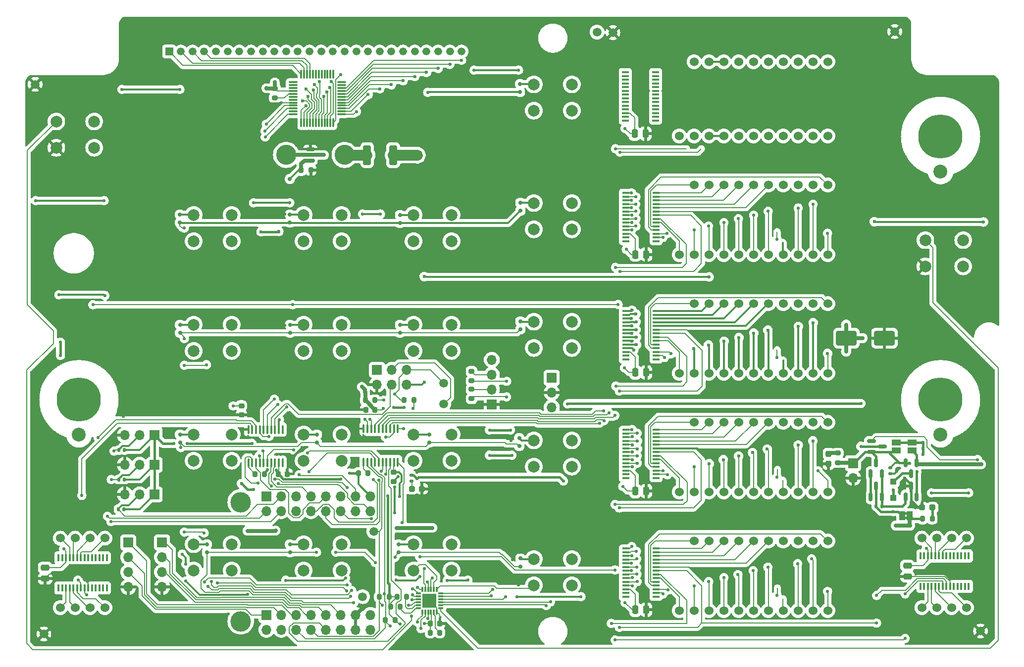
<source format=gbr>
G04 #@! TF.GenerationSoftware,KiCad,Pcbnew,8.0.6*
G04 #@! TF.CreationDate,2024-12-03T12:50:29-05:00*
G04 #@! TF.ProjectId,UFC_Main,5546435f-4d61-4696-9e2e-6b696361645f,6.1.0*
G04 #@! TF.SameCoordinates,Original*
G04 #@! TF.FileFunction,Copper,L2,Bot*
G04 #@! TF.FilePolarity,Positive*
%FSLAX46Y46*%
G04 Gerber Fmt 4.6, Leading zero omitted, Abs format (unit mm)*
G04 Created by KiCad (PCBNEW 8.0.6) date 2024-12-03 12:50:29*
%MOMM*%
%LPD*%
G01*
G04 APERTURE LIST*
G04 Aperture macros list*
%AMRoundRect*
0 Rectangle with rounded corners*
0 $1 Rounding radius*
0 $2 $3 $4 $5 $6 $7 $8 $9 X,Y pos of 4 corners*
0 Add a 4 corners polygon primitive as box body*
4,1,4,$2,$3,$4,$5,$6,$7,$8,$9,$2,$3,0*
0 Add four circle primitives for the rounded corners*
1,1,$1+$1,$2,$3*
1,1,$1+$1,$4,$5*
1,1,$1+$1,$6,$7*
1,1,$1+$1,$8,$9*
0 Add four rect primitives between the rounded corners*
20,1,$1+$1,$2,$3,$4,$5,0*
20,1,$1+$1,$4,$5,$6,$7,0*
20,1,$1+$1,$6,$7,$8,$9,0*
20,1,$1+$1,$8,$9,$2,$3,0*%
G04 Aperture macros list end*
G04 #@! TA.AperFunction,EtchedComponent*
%ADD10C,0.000000*%
G04 #@! TD*
G04 #@! TA.AperFunction,WasherPad*
%ADD11C,7.540752*%
G04 #@! TD*
G04 #@! TA.AperFunction,WasherPad*
%ADD12C,2.381250*%
G04 #@! TD*
G04 #@! TA.AperFunction,ComponentPad*
%ADD13C,1.500000*%
G04 #@! TD*
G04 #@! TA.AperFunction,ComponentPad*
%ADD14C,1.524000*%
G04 #@! TD*
G04 #@! TA.AperFunction,ComponentPad*
%ADD15C,3.435000*%
G04 #@! TD*
G04 #@! TA.AperFunction,ComponentPad*
%ADD16R,1.337000X1.337000*%
G04 #@! TD*
G04 #@! TA.AperFunction,ComponentPad*
%ADD17C,1.337000*%
G04 #@! TD*
G04 #@! TA.AperFunction,ComponentPad*
%ADD18C,2.000000*%
G04 #@! TD*
G04 #@! TA.AperFunction,SMDPad,CuDef*
%ADD19RoundRect,0.250000X0.250000X0.475000X-0.250000X0.475000X-0.250000X-0.475000X0.250000X-0.475000X0*%
G04 #@! TD*
G04 #@! TA.AperFunction,SMDPad,CuDef*
%ADD20RoundRect,0.225000X0.225000X0.250000X-0.225000X0.250000X-0.225000X-0.250000X0.225000X-0.250000X0*%
G04 #@! TD*
G04 #@! TA.AperFunction,SMDPad,CuDef*
%ADD21RoundRect,0.140000X-0.140000X-0.170000X0.140000X-0.170000X0.140000X0.170000X-0.140000X0.170000X0*%
G04 #@! TD*
G04 #@! TA.AperFunction,SMDPad,CuDef*
%ADD22RoundRect,0.225000X0.250000X-0.225000X0.250000X0.225000X-0.250000X0.225000X-0.250000X-0.225000X0*%
G04 #@! TD*
G04 #@! TA.AperFunction,SMDPad,CuDef*
%ADD23RoundRect,0.225000X-0.225000X-0.250000X0.225000X-0.250000X0.225000X0.250000X-0.225000X0.250000X0*%
G04 #@! TD*
G04 #@! TA.AperFunction,ComponentPad*
%ADD24R,1.700000X1.700000*%
G04 #@! TD*
G04 #@! TA.AperFunction,ComponentPad*
%ADD25O,1.700000X1.700000*%
G04 #@! TD*
G04 #@! TA.AperFunction,SMDPad,CuDef*
%ADD26RoundRect,0.200000X0.200000X0.275000X-0.200000X0.275000X-0.200000X-0.275000X0.200000X-0.275000X0*%
G04 #@! TD*
G04 #@! TA.AperFunction,SMDPad,CuDef*
%ADD27RoundRect,0.200000X-0.200000X-0.275000X0.200000X-0.275000X0.200000X0.275000X-0.200000X0.275000X0*%
G04 #@! TD*
G04 #@! TA.AperFunction,SMDPad,CuDef*
%ADD28RoundRect,0.200000X0.275000X-0.200000X0.275000X0.200000X-0.275000X0.200000X-0.275000X-0.200000X0*%
G04 #@! TD*
G04 #@! TA.AperFunction,SMDPad,CuDef*
%ADD29RoundRect,0.075000X-0.662500X-0.075000X0.662500X-0.075000X0.662500X0.075000X-0.662500X0.075000X0*%
G04 #@! TD*
G04 #@! TA.AperFunction,SMDPad,CuDef*
%ADD30RoundRect,0.075000X-0.075000X-0.662500X0.075000X-0.662500X0.075000X0.662500X-0.075000X0.662500X0*%
G04 #@! TD*
G04 #@! TA.AperFunction,SMDPad,CuDef*
%ADD31R,1.200000X0.400000*%
G04 #@! TD*
G04 #@! TA.AperFunction,SMDPad,CuDef*
%ADD32R,0.400000X1.200000*%
G04 #@! TD*
G04 #@! TA.AperFunction,SMDPad,CuDef*
%ADD33RoundRect,0.100000X0.100000X-0.637500X0.100000X0.637500X-0.100000X0.637500X-0.100000X-0.637500X0*%
G04 #@! TD*
G04 #@! TA.AperFunction,SMDPad,CuDef*
%ADD34RoundRect,0.250000X0.475000X-0.250000X0.475000X0.250000X-0.475000X0.250000X-0.475000X-0.250000X0*%
G04 #@! TD*
G04 #@! TA.AperFunction,ComponentPad*
%ADD35C,3.500000*%
G04 #@! TD*
G04 #@! TA.AperFunction,SMDPad,CuDef*
%ADD36RoundRect,0.200000X-0.275000X0.200000X-0.275000X-0.200000X0.275000X-0.200000X0.275000X0.200000X0*%
G04 #@! TD*
G04 #@! TA.AperFunction,SMDPad,CuDef*
%ADD37RoundRect,0.150000X0.200000X-0.150000X0.200000X0.150000X-0.200000X0.150000X-0.200000X-0.150000X0*%
G04 #@! TD*
G04 #@! TA.AperFunction,SMDPad,CuDef*
%ADD38RoundRect,0.150000X-0.587500X-0.150000X0.587500X-0.150000X0.587500X0.150000X-0.587500X0.150000X0*%
G04 #@! TD*
G04 #@! TA.AperFunction,SMDPad,CuDef*
%ADD39RoundRect,0.250000X-1.500000X-1.000000X1.500000X-1.000000X1.500000X1.000000X-1.500000X1.000000X0*%
G04 #@! TD*
G04 #@! TA.AperFunction,SMDPad,CuDef*
%ADD40RoundRect,0.150000X0.150000X-0.587500X0.150000X0.587500X-0.150000X0.587500X-0.150000X-0.587500X0*%
G04 #@! TD*
G04 #@! TA.AperFunction,SMDPad,CuDef*
%ADD41RoundRect,0.250000X-0.400000X-1.450000X0.400000X-1.450000X0.400000X1.450000X-0.400000X1.450000X0*%
G04 #@! TD*
G04 #@! TA.AperFunction,SMDPad,CuDef*
%ADD42RoundRect,0.237500X0.287500X0.237500X-0.287500X0.237500X-0.287500X-0.237500X0.287500X-0.237500X0*%
G04 #@! TD*
G04 #@! TA.AperFunction,SMDPad,CuDef*
%ADD43RoundRect,0.135000X-0.135000X-0.185000X0.135000X-0.185000X0.135000X0.185000X-0.135000X0.185000X0*%
G04 #@! TD*
G04 #@! TA.AperFunction,SMDPad,CuDef*
%ADD44RoundRect,0.075000X-0.362500X-0.075000X0.362500X-0.075000X0.362500X0.075000X-0.362500X0.075000X0*%
G04 #@! TD*
G04 #@! TA.AperFunction,SMDPad,CuDef*
%ADD45RoundRect,0.075000X-0.075000X-0.362500X0.075000X-0.362500X0.075000X0.362500X-0.075000X0.362500X0*%
G04 #@! TD*
G04 #@! TA.AperFunction,SMDPad,CuDef*
%ADD46R,2.450000X2.450000*%
G04 #@! TD*
G04 #@! TA.AperFunction,SMDPad,CuDef*
%ADD47RoundRect,0.150000X-0.150000X0.587500X-0.150000X-0.587500X0.150000X-0.587500X0.150000X0.587500X0*%
G04 #@! TD*
G04 #@! TA.AperFunction,SMDPad,CuDef*
%ADD48R,1.500000X1.000000*%
G04 #@! TD*
G04 #@! TA.AperFunction,SMDPad,CuDef*
%ADD49RoundRect,0.237500X0.237500X-0.287500X0.237500X0.287500X-0.237500X0.287500X-0.237500X-0.287500X0*%
G04 #@! TD*
G04 #@! TA.AperFunction,SMDPad,CuDef*
%ADD50RoundRect,0.237500X-0.287500X-0.237500X0.287500X-0.237500X0.287500X0.237500X-0.287500X0.237500X0*%
G04 #@! TD*
G04 #@! TA.AperFunction,SMDPad,CuDef*
%ADD51R,1.000000X1.500000*%
G04 #@! TD*
G04 #@! TA.AperFunction,SMDPad,CuDef*
%ADD52RoundRect,0.135000X-0.185000X0.135000X-0.185000X-0.135000X0.185000X-0.135000X0.185000X0.135000X0*%
G04 #@! TD*
G04 #@! TA.AperFunction,SMDPad,CuDef*
%ADD53RoundRect,0.250000X0.300000X-0.300000X0.300000X0.300000X-0.300000X0.300000X-0.300000X-0.300000X0*%
G04 #@! TD*
G04 #@! TA.AperFunction,ViaPad*
%ADD54C,0.550000*%
G04 #@! TD*
G04 #@! TA.AperFunction,ViaPad*
%ADD55C,0.600000*%
G04 #@! TD*
G04 #@! TA.AperFunction,ViaPad*
%ADD56C,0.731520*%
G04 #@! TD*
G04 #@! TA.AperFunction,Conductor*
%ADD57C,0.457200*%
G04 #@! TD*
G04 #@! TA.AperFunction,Conductor*
%ADD58C,0.203200*%
G04 #@! TD*
G04 #@! TA.AperFunction,Conductor*
%ADD59C,0.305000*%
G04 #@! TD*
G04 #@! TA.AperFunction,Conductor*
%ADD60C,0.304800*%
G04 #@! TD*
G04 #@! TA.AperFunction,Conductor*
%ADD61C,0.635000*%
G04 #@! TD*
G04 #@! TA.AperFunction,Conductor*
%ADD62C,1.828800*%
G04 #@! TD*
G04 APERTURE END LIST*
D10*
G04 #@! TA.AperFunction,EtchedComponent*
G36*
X239194204Y-175925200D02*
G01*
X238694204Y-175925200D01*
X238694204Y-175525200D01*
X239194204Y-175525200D01*
X239194204Y-175925200D01*
G37*
G04 #@! TD.AperFunction*
G04 #@! TA.AperFunction,EtchedComponent*
G36*
X239194204Y-176725200D02*
G01*
X238694204Y-176725200D01*
X238694204Y-176325200D01*
X239194204Y-176325200D01*
X239194204Y-176725200D01*
G37*
G04 #@! TD.AperFunction*
D11*
X97533000Y-156268000D03*
D12*
X97533000Y-162268000D03*
D11*
X244853000Y-111184000D03*
D12*
X244853000Y-117184000D03*
D11*
X244853000Y-156268000D03*
D12*
X244853000Y-162268000D03*
D13*
X186126640Y-93320000D03*
X188826640Y-93404500D03*
D14*
X94339000Y-191874000D03*
X96879000Y-191874000D03*
X99419000Y-191874000D03*
X101959000Y-191874000D03*
X101959000Y-179974000D03*
X99419000Y-179974000D03*
X96879000Y-179974000D03*
X94339000Y-179974000D03*
X241659000Y-191874000D03*
X244199000Y-191874000D03*
X246739000Y-191874000D03*
X249279000Y-191874000D03*
X249279000Y-179974000D03*
X246739000Y-179974000D03*
X244199000Y-179974000D03*
X241659000Y-179974000D03*
X200176000Y-111094000D03*
X202716000Y-111094000D03*
X205256000Y-111094000D03*
X207796000Y-111094000D03*
X210336000Y-111094000D03*
X212876000Y-111094000D03*
X215416000Y-111094000D03*
X217956000Y-111094000D03*
X220496000Y-111094000D03*
X223036000Y-111094000D03*
X225576000Y-111094000D03*
X225576000Y-98394000D03*
X223036000Y-98394000D03*
X220496000Y-98394000D03*
X217956000Y-98394000D03*
X215416000Y-98394000D03*
X212876000Y-98394000D03*
X210336000Y-98394000D03*
X207796000Y-98394000D03*
X205256000Y-98394000D03*
X202716000Y-98394000D03*
X200176000Y-131414000D03*
X202716000Y-131414000D03*
X205256000Y-131414000D03*
X207796000Y-131414000D03*
X210336000Y-131414000D03*
X212876000Y-131414000D03*
X215416000Y-131414000D03*
X217956000Y-131414000D03*
X220496000Y-131414000D03*
X223036000Y-131414000D03*
X225576000Y-131414000D03*
X225576000Y-119514000D03*
X223036000Y-119514000D03*
X220496000Y-119514000D03*
X217956000Y-119514000D03*
X215416000Y-119514000D03*
X212876000Y-119514000D03*
X210336000Y-119514000D03*
X207796000Y-119514000D03*
X205256000Y-119514000D03*
X202716000Y-119514000D03*
X200176000Y-151734000D03*
X202716000Y-151734000D03*
X205256000Y-151734000D03*
X207796000Y-151734000D03*
X210336000Y-151734000D03*
X212876000Y-151734000D03*
X215416000Y-151734000D03*
X217956000Y-151734000D03*
X220496000Y-151734000D03*
X223036000Y-151734000D03*
X225576000Y-151734000D03*
X225576000Y-139834000D03*
X223036000Y-139834000D03*
X220496000Y-139834000D03*
X217956000Y-139834000D03*
X215416000Y-139834000D03*
X212876000Y-139834000D03*
X210336000Y-139834000D03*
X207796000Y-139834000D03*
X205256000Y-139834000D03*
X202716000Y-139834000D03*
X200176000Y-172054000D03*
X202716000Y-172054000D03*
X205256000Y-172054000D03*
X207796000Y-172054000D03*
X210336000Y-172054000D03*
X212876000Y-172054000D03*
X215416000Y-172054000D03*
X217956000Y-172054000D03*
X220496000Y-172054000D03*
X223036000Y-172054000D03*
X225576000Y-172054000D03*
X225576000Y-160154000D03*
X223036000Y-160154000D03*
X220496000Y-160154000D03*
X217956000Y-160154000D03*
X215416000Y-160154000D03*
X212876000Y-160154000D03*
X210336000Y-160154000D03*
X207796000Y-160154000D03*
X205256000Y-160154000D03*
X202716000Y-160154000D03*
X200176000Y-192374000D03*
X202716000Y-192374000D03*
X205256000Y-192374000D03*
X207796000Y-192374000D03*
X210336000Y-192374000D03*
X212876000Y-192374000D03*
X215416000Y-192374000D03*
X217956000Y-192374000D03*
X220496000Y-192374000D03*
X223036000Y-192374000D03*
X225576000Y-192374000D03*
X225576000Y-180474000D03*
X223036000Y-180474000D03*
X220496000Y-180474000D03*
X217956000Y-180474000D03*
X215416000Y-180474000D03*
X212876000Y-180474000D03*
X210336000Y-180474000D03*
X207796000Y-180474000D03*
X205256000Y-180474000D03*
X202716000Y-180474000D03*
D15*
X132952000Y-114347000D03*
X142952000Y-114347000D03*
D16*
X112950000Y-96643000D03*
D17*
X114950000Y-96643000D03*
X116950000Y-96643000D03*
X118950000Y-96643000D03*
X120950000Y-96643000D03*
X122950000Y-96643000D03*
X124950000Y-96643000D03*
X126950000Y-96643000D03*
X128950000Y-96643000D03*
X130950000Y-96643000D03*
X132950000Y-96643000D03*
X134950000Y-96643000D03*
X136950000Y-96643000D03*
X138950000Y-96643000D03*
X140950000Y-96643000D03*
X142950000Y-96643000D03*
X144950000Y-96643000D03*
X146950000Y-96643000D03*
X148950000Y-96643000D03*
X150950000Y-96643000D03*
X152950000Y-96643000D03*
X154950000Y-96643000D03*
X156950000Y-96643000D03*
X158950000Y-96643000D03*
X160950000Y-96643000D03*
X162950000Y-96643000D03*
D18*
X175309000Y-122586000D03*
X181809000Y-122586000D03*
X175309000Y-127086000D03*
X181809000Y-127086000D03*
X175309000Y-163226000D03*
X181809000Y-163226000D03*
X175309000Y-167726000D03*
X181809000Y-167726000D03*
X154735001Y-162210000D03*
X161235001Y-162210000D03*
X154735001Y-166710000D03*
X161235001Y-166710000D03*
D13*
X90051840Y-102260400D03*
D18*
X117143000Y-143413996D03*
X123643000Y-143413996D03*
X117143000Y-147913996D03*
X123643000Y-147913996D03*
X135939002Y-162210000D03*
X142439002Y-162210000D03*
X135939002Y-166710000D03*
X142439002Y-166710000D03*
X117143001Y-162210000D03*
X123643001Y-162210000D03*
X117143001Y-166710000D03*
X123643001Y-166710000D03*
X154735000Y-143413996D03*
X161235000Y-143413996D03*
X154735000Y-147913996D03*
X161235000Y-147913996D03*
D13*
X251697440Y-195884800D03*
D18*
X175309000Y-102266000D03*
X181809000Y-102266000D03*
X175309000Y-106766000D03*
X181809000Y-106766000D03*
X135939002Y-181006001D03*
X142439002Y-181006001D03*
X135939002Y-185506001D03*
X142439002Y-185506001D03*
X117143001Y-124617999D03*
X123643001Y-124617999D03*
X117143001Y-129117999D03*
X123643001Y-129117999D03*
X135939002Y-143413999D03*
X142439002Y-143413999D03*
X135939002Y-147913999D03*
X142439002Y-147913999D03*
X154735001Y-124617999D03*
X161235001Y-124617999D03*
X154735001Y-129117999D03*
X161235001Y-129117999D03*
X117143001Y-181006001D03*
X123643001Y-181006001D03*
X117143001Y-185506001D03*
X123643001Y-185506001D03*
D13*
X159901840Y-153472800D03*
D18*
X242238002Y-128935998D03*
X248738002Y-128935998D03*
X242238002Y-133435998D03*
X248738002Y-133435998D03*
D13*
X146033440Y-189992000D03*
D18*
X135939002Y-124617999D03*
X142439002Y-124617999D03*
X135939002Y-129117999D03*
X142439002Y-129117999D03*
X175309000Y-142906000D03*
X181809000Y-142906000D03*
X175309000Y-147406000D03*
X181809000Y-147406000D03*
X93648000Y-108616000D03*
X100148000Y-108616000D03*
X93648000Y-113116000D03*
X100148000Y-113116000D03*
X154735000Y-181006001D03*
X161235000Y-181006001D03*
X154735000Y-185506001D03*
X161235000Y-185506001D03*
D13*
X159901840Y-157022800D03*
X237016240Y-93218000D03*
X147938440Y-178816000D03*
X91525040Y-196392800D03*
D18*
X175309000Y-183546000D03*
X181809000Y-183546000D03*
X175309000Y-188046000D03*
X181809000Y-188046000D03*
D19*
X194430640Y-110695000D03*
X192530640Y-110695000D03*
X194557640Y-151589000D03*
X192657640Y-151589000D03*
X194557640Y-131396000D03*
X192657640Y-131396000D03*
D20*
X159176640Y-194620000D03*
X157626640Y-194620000D03*
D21*
X104263440Y-175033200D03*
X105223440Y-175033200D03*
D20*
X133151640Y-168980000D03*
X131601640Y-168980000D03*
D22*
X125307040Y-158864600D03*
X125307040Y-157314600D03*
X151326640Y-170270000D03*
X151326640Y-168720000D03*
D23*
X146571640Y-157980000D03*
X148121640Y-157980000D03*
D24*
X229894204Y-167125200D03*
D25*
X229894204Y-169665200D03*
D24*
X105963440Y-180710000D03*
D25*
X105963440Y-183250000D03*
X105963440Y-185790000D03*
X105963440Y-188330000D03*
D24*
X110458440Y-162333200D03*
D25*
X107918440Y-162333200D03*
X105378440Y-162333200D03*
D24*
X110458440Y-172493200D03*
D25*
X107918440Y-172493200D03*
X105378440Y-172493200D03*
D24*
X148501640Y-151145000D03*
D25*
X148501640Y-153685000D03*
X151041640Y-151145000D03*
X151041640Y-153685000D03*
X153581640Y-151145000D03*
X153581640Y-153685000D03*
D24*
X168131440Y-157050000D03*
D25*
X168131440Y-154510000D03*
X168131440Y-151970000D03*
X168131440Y-149430000D03*
D24*
X111743440Y-180710000D03*
D25*
X111743440Y-183250000D03*
X111743440Y-185790000D03*
X111743440Y-188330000D03*
D24*
X110458440Y-167413200D03*
D25*
X107918440Y-167413200D03*
X105378440Y-167413200D03*
D24*
X178372440Y-152502000D03*
D25*
X178372440Y-155042000D03*
X178372440Y-157582000D03*
D26*
X137189640Y-116940000D03*
X135539640Y-116940000D03*
D27*
X157576640Y-196160000D03*
X159226640Y-196160000D03*
D26*
X152481640Y-191671000D03*
X150831640Y-191671000D03*
X153576640Y-190020000D03*
X151926640Y-190020000D03*
X150551640Y-190020000D03*
X148901640Y-190020000D03*
D27*
X149921640Y-194000000D03*
X151571640Y-194000000D03*
D26*
X154795440Y-156337000D03*
X153145440Y-156337000D03*
X148128440Y-156337000D03*
X146478440Y-156337000D03*
D27*
X127613280Y-168978000D03*
X129263280Y-168978000D03*
D28*
X164651640Y-153059000D03*
X164651640Y-151409000D03*
X164651640Y-156107000D03*
X164651640Y-154457000D03*
D29*
X134123500Y-107394000D03*
X134123500Y-106894000D03*
X134123500Y-106394000D03*
X134123500Y-105894000D03*
X134123500Y-105394000D03*
X134123500Y-104894000D03*
X134123500Y-104394000D03*
X134123500Y-103894000D03*
X134123500Y-103394000D03*
X134123500Y-102894000D03*
X134123500Y-102394000D03*
X134123500Y-101894000D03*
D30*
X135536000Y-100481500D03*
X136036000Y-100481500D03*
X136536000Y-100481500D03*
X137036000Y-100481500D03*
X137536000Y-100481500D03*
X138036000Y-100481500D03*
X138536000Y-100481500D03*
X139036000Y-100481500D03*
X139536000Y-100481500D03*
X140036000Y-100481500D03*
X140536000Y-100481500D03*
X141036000Y-100481500D03*
D29*
X142448500Y-101894000D03*
X142448500Y-102394000D03*
X142448500Y-102894000D03*
X142448500Y-103394000D03*
X142448500Y-103894000D03*
X142448500Y-104394000D03*
X142448500Y-104894000D03*
X142448500Y-105394000D03*
X142448500Y-105894000D03*
X142448500Y-106394000D03*
X142448500Y-106894000D03*
X142448500Y-107394000D03*
D30*
X141036000Y-108806500D03*
X140536000Y-108806500D03*
X140036000Y-108806500D03*
X139536000Y-108806500D03*
X139036000Y-108806500D03*
X138536000Y-108806500D03*
X138036000Y-108806500D03*
X137536000Y-108806500D03*
X137036000Y-108806500D03*
X136536000Y-108806500D03*
X136036000Y-108806500D03*
X135536000Y-108806500D03*
D31*
X196139000Y-100192500D03*
X196139000Y-100827500D03*
X196139000Y-101462500D03*
X196139000Y-102097500D03*
X196139000Y-102732500D03*
X196139000Y-103367500D03*
X196139000Y-104002500D03*
X196139000Y-104637500D03*
X196139000Y-105272500D03*
X196139000Y-105907500D03*
X196139000Y-106542500D03*
X196139000Y-107177500D03*
X196139000Y-107812500D03*
X196139000Y-108447500D03*
X190939000Y-108447500D03*
X190939000Y-107812500D03*
X190939000Y-107177500D03*
X190939000Y-106542500D03*
X190939000Y-105907500D03*
X190939000Y-105272500D03*
X190939000Y-104637500D03*
X190939000Y-104002500D03*
X190939000Y-103367500D03*
X190939000Y-102732500D03*
X190939000Y-102097500D03*
X190939000Y-101462500D03*
X190939000Y-100827500D03*
X190939000Y-100192500D03*
X196207640Y-120855000D03*
X196207640Y-121490000D03*
X196207640Y-122125000D03*
X196207640Y-122760000D03*
X196207640Y-123395000D03*
X196207640Y-124030000D03*
X196207640Y-124665000D03*
X196207640Y-125300000D03*
X196207640Y-125935000D03*
X196207640Y-126570000D03*
X196207640Y-127205000D03*
X196207640Y-127840000D03*
X196207640Y-128475000D03*
X196207640Y-129110000D03*
X191007640Y-129110000D03*
X191007640Y-128475000D03*
X191007640Y-127840000D03*
X191007640Y-127205000D03*
X191007640Y-126570000D03*
X191007640Y-125935000D03*
X191007640Y-125300000D03*
X191007640Y-124665000D03*
X191007640Y-124030000D03*
X191007640Y-123395000D03*
X191007640Y-122760000D03*
X191007640Y-122125000D03*
X191007640Y-121490000D03*
X191007640Y-120855000D03*
X196207640Y-141111500D03*
X196207640Y-141746500D03*
X196207640Y-142381500D03*
X196207640Y-143016500D03*
X196207640Y-143651500D03*
X196207640Y-144286500D03*
X196207640Y-144921500D03*
X196207640Y-145556500D03*
X196207640Y-146191500D03*
X196207640Y-146826500D03*
X196207640Y-147461500D03*
X196207640Y-148096500D03*
X196207640Y-148731500D03*
X196207640Y-149366500D03*
X191007640Y-149366500D03*
X191007640Y-148731500D03*
X191007640Y-148096500D03*
X191007640Y-147461500D03*
X191007640Y-146826500D03*
X191007640Y-146191500D03*
X191007640Y-145556500D03*
X191007640Y-144921500D03*
X191007640Y-144286500D03*
X191007640Y-143651500D03*
X191007640Y-143016500D03*
X191007640Y-142381500D03*
X191007640Y-141746500D03*
X191007640Y-141111500D03*
D32*
X249678140Y-188225000D03*
X249043140Y-188225000D03*
X248408140Y-188225000D03*
X247773140Y-188225000D03*
X247138140Y-188225000D03*
X246503140Y-188225000D03*
X245868140Y-188225000D03*
X245233140Y-188225000D03*
X244598140Y-188225000D03*
X243963140Y-188225000D03*
X243328140Y-188225000D03*
X242693140Y-188225000D03*
X242058140Y-188225000D03*
X241423140Y-188225000D03*
X241423140Y-183025000D03*
X242058140Y-183025000D03*
X242693140Y-183025000D03*
X243328140Y-183025000D03*
X243963140Y-183025000D03*
X244598140Y-183025000D03*
X245233140Y-183025000D03*
X245868140Y-183025000D03*
X246503140Y-183025000D03*
X247138140Y-183025000D03*
X247773140Y-183025000D03*
X248408140Y-183025000D03*
X249043140Y-183025000D03*
X249678140Y-183025000D03*
D33*
X152051640Y-166957500D03*
X151401640Y-166957500D03*
X150751640Y-166957500D03*
X150101640Y-166957500D03*
X149451640Y-166957500D03*
X148801640Y-166957500D03*
X148151640Y-166957500D03*
X147501640Y-166957500D03*
X146851640Y-166957500D03*
X146201640Y-166957500D03*
X146201640Y-161232500D03*
X146851640Y-161232500D03*
X147501640Y-161232500D03*
X148151640Y-161232500D03*
X148801640Y-161232500D03*
X149451640Y-161232500D03*
X150101640Y-161232500D03*
X150751640Y-161232500D03*
X151401640Y-161232500D03*
X152051640Y-161232500D03*
X132351640Y-167082500D03*
X131701640Y-167082500D03*
X131051640Y-167082500D03*
X130401640Y-167082500D03*
X129751640Y-167082500D03*
X129101640Y-167082500D03*
X128451640Y-167082500D03*
X127801640Y-167082500D03*
X127151640Y-167082500D03*
X126501640Y-167082500D03*
X126501640Y-161357500D03*
X127151640Y-161357500D03*
X127801640Y-161357500D03*
X128451640Y-161357500D03*
X129101640Y-161357500D03*
X129751640Y-161357500D03*
X130401640Y-161357500D03*
X131051640Y-161357500D03*
X131701640Y-161357500D03*
X132351640Y-161357500D03*
D34*
X239200640Y-186575000D03*
X239200640Y-184675000D03*
D24*
X129600000Y-172798000D03*
D25*
X132140000Y-172798000D03*
X134680000Y-172798000D03*
X137220000Y-172798000D03*
X139760000Y-172798000D03*
X142300000Y-172798000D03*
X144840000Y-172798000D03*
X147380000Y-172798000D03*
X129600000Y-175338000D03*
X132140000Y-175338000D03*
X134680000Y-175338000D03*
X137220000Y-175338000D03*
X139760000Y-175338000D03*
X142300000Y-175338000D03*
X144840000Y-175338000D03*
X147380000Y-175338000D03*
D24*
X129600000Y-193118000D03*
D25*
X132140000Y-193118000D03*
X134680000Y-193118000D03*
X137220000Y-193118000D03*
X139760000Y-193118000D03*
X142300000Y-193118000D03*
X144840000Y-193118000D03*
X147380000Y-193118000D03*
X129600000Y-195658000D03*
X132140000Y-195658000D03*
X134680000Y-195658000D03*
X137220000Y-195658000D03*
X139760000Y-195658000D03*
X142300000Y-195658000D03*
X144840000Y-195658000D03*
X147380000Y-195658000D03*
D35*
X125190000Y-173808000D03*
X125190000Y-194208001D03*
D26*
X146951640Y-168820000D03*
X145301640Y-168820000D03*
D36*
X131020000Y-102948000D03*
X131020000Y-104598000D03*
D37*
X133613440Y-143425200D03*
X133613440Y-144825200D03*
D38*
X233056704Y-165212700D03*
X233056704Y-163312700D03*
X234931704Y-164262700D03*
D39*
X228763440Y-145725200D03*
X235263440Y-145725200D03*
D40*
X234794204Y-168925200D03*
X232894204Y-168925200D03*
X233844204Y-167050200D03*
D41*
X146805640Y-114378000D03*
X151255640Y-114378000D03*
D38*
X137092640Y-115316000D03*
X137092640Y-113416000D03*
X138967640Y-114366000D03*
D37*
X114791440Y-124549200D03*
X114791440Y-125949200D03*
D21*
X104333440Y-169923200D03*
X105293440Y-169923200D03*
D19*
X194557640Y-171909000D03*
X192657640Y-171909000D03*
D42*
X156201640Y-171520000D03*
X154451640Y-171520000D03*
D37*
X152413440Y-143425200D03*
X152413440Y-144825200D03*
D43*
X233834204Y-174487700D03*
X234854204Y-174487700D03*
D44*
X155539140Y-191932500D03*
X155539140Y-191432500D03*
X155539140Y-190932500D03*
X155539140Y-190432500D03*
X155539140Y-189932500D03*
X155539140Y-189432500D03*
D45*
X156226640Y-188745000D03*
X156726640Y-188745000D03*
X157226640Y-188745000D03*
X157726640Y-188745000D03*
X158226640Y-188745000D03*
X158726640Y-188745000D03*
D44*
X159414140Y-189432500D03*
X159414140Y-189932500D03*
X159414140Y-190432500D03*
X159414140Y-190932500D03*
X159414140Y-191432500D03*
X159414140Y-191932500D03*
D45*
X158726640Y-192620000D03*
X158226640Y-192620000D03*
X157726640Y-192620000D03*
X157226640Y-192620000D03*
X156726640Y-192620000D03*
X156226640Y-192620000D03*
D46*
X157476640Y-190682500D03*
D37*
X114813440Y-143425200D03*
X114813440Y-144825200D03*
X114813440Y-162225200D03*
X114813440Y-163625200D03*
X157413440Y-162225200D03*
X157413440Y-163625200D03*
X119413440Y-181025200D03*
X119413440Y-182425200D03*
X173013440Y-122525200D03*
X173013440Y-123925200D03*
D31*
X196207640Y-161431500D03*
X196207640Y-162066500D03*
X196207640Y-162701500D03*
X196207640Y-163336500D03*
X196207640Y-163971500D03*
X196207640Y-164606500D03*
X196207640Y-165241500D03*
X196207640Y-165876500D03*
X196207640Y-166511500D03*
X196207640Y-167146500D03*
X196207640Y-167781500D03*
X196207640Y-168416500D03*
X196207640Y-169051500D03*
X196207640Y-169686500D03*
X191007640Y-169686500D03*
X191007640Y-169051500D03*
X191007640Y-168416500D03*
X191007640Y-167781500D03*
X191007640Y-167146500D03*
X191007640Y-166511500D03*
X191007640Y-165876500D03*
X191007640Y-165241500D03*
X191007640Y-164606500D03*
X191007640Y-163971500D03*
X191007640Y-163336500D03*
X191007640Y-162701500D03*
X191007640Y-162066500D03*
X191007640Y-161431500D03*
D37*
X133587440Y-124549200D03*
X133587440Y-125949200D03*
D47*
X238844204Y-167050200D03*
X240744204Y-167050200D03*
X239794204Y-168925200D03*
D48*
X237294204Y-164925200D03*
X237294204Y-163625200D03*
D37*
X172813440Y-162825200D03*
X172813440Y-164225200D03*
D49*
X225694204Y-167275200D03*
X225694204Y-165525200D03*
D40*
X234794204Y-172925200D03*
X232894204Y-172925200D03*
X233844204Y-171050200D03*
D50*
X241719204Y-174725200D03*
X243469204Y-174725200D03*
D51*
X238294204Y-176125200D03*
X239594204Y-176125200D03*
D52*
X154426640Y-169210000D03*
X154426640Y-170230000D03*
D37*
X152213440Y-181025200D03*
X152213440Y-182425200D03*
D32*
X102276500Y-188524000D03*
X101641500Y-188524000D03*
X101006500Y-188524000D03*
X100371500Y-188524000D03*
X99736500Y-188524000D03*
X99101500Y-188524000D03*
X98466500Y-188524000D03*
X97831500Y-188524000D03*
X97196500Y-188524000D03*
X96561500Y-188524000D03*
X95926500Y-188524000D03*
X95291500Y-188524000D03*
X94656500Y-188524000D03*
X94021500Y-188524000D03*
X94021500Y-183324000D03*
X94656500Y-183324000D03*
X95291500Y-183324000D03*
X95926500Y-183324000D03*
X96561500Y-183324000D03*
X97196500Y-183324000D03*
X97831500Y-183324000D03*
X98466500Y-183324000D03*
X99101500Y-183324000D03*
X99736500Y-183324000D03*
X100371500Y-183324000D03*
X101006500Y-183324000D03*
X101641500Y-183324000D03*
X102276500Y-183324000D03*
D37*
X173013440Y-183425200D03*
X173013440Y-184825200D03*
D19*
X194557640Y-192229000D03*
X192657640Y-192229000D03*
D53*
X236794204Y-173125200D03*
X236794204Y-170325200D03*
D48*
X239994204Y-164925200D03*
X239994204Y-163625200D03*
D37*
X133613440Y-181025200D03*
X133613440Y-182425200D03*
X138213440Y-162225200D03*
X138213440Y-163625200D03*
X173013440Y-142825200D03*
X173013440Y-144225200D03*
X172957440Y-102197200D03*
X172957440Y-103597200D03*
D31*
X196207640Y-181751500D03*
X196207640Y-182386500D03*
X196207640Y-183021500D03*
X196207640Y-183656500D03*
X196207640Y-184291500D03*
X196207640Y-184926500D03*
X196207640Y-185561500D03*
X196207640Y-186196500D03*
X196207640Y-186831500D03*
X196207640Y-187466500D03*
X196207640Y-188101500D03*
X196207640Y-188736500D03*
X196207640Y-189371500D03*
X196207640Y-190006500D03*
X191007640Y-190006500D03*
X191007640Y-189371500D03*
X191007640Y-188736500D03*
X191007640Y-188101500D03*
X191007640Y-187466500D03*
X191007640Y-186831500D03*
X191007640Y-186196500D03*
X191007640Y-185561500D03*
X191007640Y-184926500D03*
X191007640Y-184291500D03*
X191007640Y-183656500D03*
X191007640Y-183021500D03*
X191007640Y-182386500D03*
X191007640Y-181751500D03*
D21*
X104353440Y-164893200D03*
X105313440Y-164893200D03*
D28*
X227294204Y-167050200D03*
X227294204Y-165400200D03*
D27*
X241769204Y-176630200D03*
X243419204Y-176630200D03*
D37*
X152413440Y-124625200D03*
X152413440Y-126025200D03*
D34*
X91746640Y-186920000D03*
X91746640Y-185020000D03*
D52*
X236294204Y-167894000D03*
X236294204Y-168914000D03*
D40*
X240744204Y-172900200D03*
X238844204Y-172900200D03*
X239794204Y-171025200D03*
D54*
X184387440Y-122682000D03*
X172703440Y-167640000D03*
X115655040Y-158648400D03*
X171687440Y-183642000D03*
X126348440Y-185420000D03*
X113775440Y-189611000D03*
X126348440Y-180975000D03*
X93582440Y-116459000D03*
X152129440Y-185420000D03*
D55*
X162289440Y-196850000D03*
D54*
X152067932Y-169476616D03*
X184387440Y-163322000D03*
X164067440Y-166624000D03*
X114918440Y-147955000D03*
X100821440Y-171069000D03*
X172703440Y-106690502D03*
X90915440Y-138176000D03*
X125967440Y-124460000D03*
X105139440Y-159131000D03*
X133587440Y-162052000D03*
X164067440Y-129286000D03*
X239251440Y-103378000D03*
X251697440Y-161036000D03*
X172703440Y-127000000D03*
X94598440Y-104267000D03*
X96757440Y-147447000D03*
X152993040Y-183540400D03*
X184387440Y-187960000D03*
X251189440Y-129032000D03*
X153145440Y-179324000D03*
X145017440Y-129032000D03*
X90153440Y-161544000D03*
X133333440Y-166370000D03*
X184387440Y-102362000D03*
X114791440Y-180975000D03*
X171448311Y-163252117D03*
X184641440Y-127000000D03*
X152129440Y-129032000D03*
X145017440Y-143510000D03*
X239759440Y-129032000D03*
X171433440Y-143002000D03*
X251189440Y-133350000D03*
X126475440Y-147955000D03*
X240775440Y-148844000D03*
X126348440Y-143510000D03*
X184387440Y-183642000D03*
X240013440Y-161544000D03*
X133333440Y-185420000D03*
X103506348Y-137088470D03*
X102091440Y-105283000D03*
X152129440Y-148082000D03*
X253517440Y-108500000D03*
X113648440Y-143510000D03*
X249157440Y-119126000D03*
D55*
X237394204Y-168525200D03*
D54*
X125205440Y-161290000D03*
X133333440Y-148082000D03*
X164067440Y-180848000D03*
X153513886Y-165117300D03*
X125967440Y-129667000D03*
X95360440Y-171069000D03*
X164067440Y-185420000D03*
X92185440Y-124460000D03*
X135645805Y-164415165D03*
X184336640Y-147370800D03*
X102091440Y-101981000D03*
X155360171Y-168655999D03*
X164067440Y-148082000D03*
X151113440Y-143510000D03*
X132686641Y-124488943D03*
X238489440Y-117856000D03*
X164067440Y-124460000D03*
X132063440Y-180938498D03*
X172703440Y-147320000D03*
X125256240Y-165455600D03*
X114791440Y-166370000D03*
X123630640Y-158750000D03*
X184387440Y-143002000D03*
X144763440Y-124460000D03*
X184387440Y-106680000D03*
X103107440Y-146812000D03*
X100186440Y-116459000D03*
X171433440Y-122682000D03*
X164067440Y-143510000D03*
X184387440Y-167640000D03*
X144763440Y-185420000D03*
X144763440Y-166624000D03*
X145017440Y-162052000D03*
X242807440Y-169926000D03*
X171433440Y-102351498D03*
X251697440Y-151892000D03*
X145017440Y-148082000D03*
X113648440Y-161925000D03*
X114791440Y-129540000D03*
D55*
X238694204Y-169725200D03*
D54*
X153145440Y-127254000D03*
X172703440Y-187960000D03*
X132686641Y-143539076D03*
X133714440Y-129794000D03*
X239759440Y-133350000D03*
X113521440Y-124460000D03*
X248395440Y-170942000D03*
X164067440Y-162052000D03*
D55*
X165235840Y-196799200D03*
D54*
X145017440Y-180848000D03*
X167725040Y-165760400D03*
X242413440Y-181725200D03*
X190813440Y-150825200D03*
D56*
X239613440Y-177825200D03*
D54*
X157971439Y-178206399D03*
X149945040Y-162661600D03*
X151316640Y-157581600D03*
D55*
X125307040Y-170637200D03*
X128659840Y-127508000D03*
D54*
X94369840Y-148691600D03*
D56*
X237219440Y-177825200D03*
X155380640Y-114401600D03*
D54*
X190913440Y-191025200D03*
X128659840Y-178714400D03*
D56*
X228713440Y-148025200D03*
D55*
X131707840Y-127457200D03*
D54*
X94369840Y-146405600D03*
X153145440Y-157581600D03*
X191113440Y-130525200D03*
D55*
X127389840Y-171653200D03*
X241813440Y-163625200D03*
D54*
X171535040Y-165760400D03*
X131019999Y-101918641D03*
X190513440Y-171125200D03*
X145906440Y-154051000D03*
D56*
X153983642Y-114378000D03*
D54*
X131810758Y-159665012D03*
D56*
X228713440Y-143425200D03*
D55*
X241813440Y-164642800D03*
D54*
X190913440Y-109825200D03*
X149573415Y-157771041D03*
D56*
X238337040Y-177825200D03*
D54*
X167725040Y-161442400D03*
D55*
X129574240Y-102920800D03*
D54*
X151824640Y-178206400D03*
D56*
X152535840Y-114401600D03*
D54*
X131149040Y-178663600D03*
X171281040Y-161442400D03*
X126323040Y-178714400D03*
X146414440Y-154940000D03*
D56*
X231513440Y-145725200D03*
D54*
X154669440Y-157734000D03*
D55*
X241813440Y-165608000D03*
D54*
X123884640Y-157327600D03*
X94913440Y-181825200D03*
X198052640Y-127812800D03*
X225535440Y-127762000D03*
X192769440Y-126542800D03*
X205164640Y-126542800D03*
X192007440Y-120853200D03*
X192769440Y-121513600D03*
X192007440Y-122123200D03*
D55*
X198763840Y-148378300D03*
X225535440Y-148336000D03*
D54*
X223046240Y-122783600D03*
X192718640Y-122783600D03*
X220506240Y-123444000D03*
X192007440Y-123393200D03*
X192718640Y-124002800D03*
X215375440Y-124002800D03*
X212886240Y-124663200D03*
X192058240Y-124663200D03*
X210295440Y-125272800D03*
X192769440Y-125272800D03*
X192058240Y-127203200D03*
X207806240Y-125933200D03*
X202726240Y-127152400D03*
X192058240Y-125933200D03*
D55*
X192845640Y-146871300D03*
X205164640Y-146890000D03*
X192068926Y-140946599D03*
X192770476Y-141598500D03*
X191975295Y-142308000D03*
D54*
X198222025Y-188857415D03*
X225535440Y-189103000D03*
D55*
X192798836Y-142902300D03*
X223071640Y-143080000D03*
X220531640Y-143715000D03*
X192099488Y-143611800D03*
X215324640Y-144350000D03*
X192794983Y-144263700D03*
X212911640Y-144858000D03*
X192067912Y-144915600D03*
X210371640Y-145620000D03*
X192846488Y-145567500D03*
D54*
X94090440Y-138303000D03*
X101964440Y-138430000D03*
D55*
X192412041Y-147726401D03*
X192090303Y-146219400D03*
X202624640Y-147525000D03*
X207831640Y-146255000D03*
D54*
X189264240Y-113284000D03*
X187232240Y-158191200D03*
X190026240Y-113893600D03*
X233917440Y-189788800D03*
X189924640Y-174802800D03*
X99907040Y-140004800D03*
X190026240Y-134264400D03*
X233917440Y-194513200D03*
X134044640Y-140004800D03*
X189924640Y-154787600D03*
X189924640Y-195224400D03*
X98840240Y-189687200D03*
X133028640Y-157530800D03*
X189721440Y-139954000D03*
X189264240Y-133604000D03*
X188146640Y-158496000D03*
X189162640Y-158953200D03*
X189328641Y-153924000D03*
D55*
X136364694Y-105904881D03*
X135771840Y-105105202D03*
X136698538Y-104345717D03*
X136396482Y-103058158D03*
X137629236Y-103273341D03*
X137823806Y-102342034D03*
X138618341Y-101791476D03*
X139366029Y-104358526D03*
X139886640Y-103530400D03*
X140405589Y-102768400D03*
X140648640Y-101752400D03*
X142239274Y-100650634D03*
X144950000Y-106925200D03*
X146950000Y-104025200D03*
X148950000Y-103025200D03*
X150950000Y-102325200D03*
X152950000Y-101625200D03*
X154950000Y-100925200D03*
X156950000Y-100225200D03*
X158950000Y-99525200D03*
X160950000Y-98825200D03*
X162950000Y-98125200D03*
D56*
X133587440Y-118465600D03*
D54*
X151494440Y-155321000D03*
X147303440Y-159639000D03*
X146414440Y-159639000D03*
X149653240Y-156337000D03*
X90153440Y-122174000D03*
X101837440Y-122174000D03*
X177445398Y-191508600D03*
X178164440Y-190881000D03*
X153907440Y-191465200D03*
X154400967Y-193353793D03*
X170671440Y-153111200D03*
X167979040Y-189856400D03*
X170637940Y-155776637D03*
X170468240Y-189992000D03*
X143264840Y-189001400D03*
X155435928Y-188377017D03*
X115553440Y-126873000D03*
X121192240Y-187604400D03*
X157086464Y-187473377D03*
X119007840Y-187502800D03*
X143341040Y-188010800D03*
X157920640Y-186791600D03*
X119346140Y-150271632D03*
X154517040Y-188620400D03*
X115553440Y-145796000D03*
X115553440Y-150368000D03*
X120204565Y-187431454D03*
X144178275Y-188949635D03*
X129548840Y-109093000D03*
X131518330Y-157103141D03*
X129320240Y-110236000D03*
X130952680Y-156152360D03*
X130031440Y-162560000D03*
X129371040Y-111252000D03*
X119583939Y-188201805D03*
X154517040Y-189636400D03*
X114918440Y-164465000D03*
X144001440Y-189941200D03*
X115553440Y-178943000D03*
X118943439Y-179070000D03*
X141461440Y-182372000D03*
X151558841Y-183261000D03*
X144509440Y-191008000D03*
X148192440Y-184150000D03*
X138159440Y-182372000D03*
X154484771Y-190503855D03*
X157155538Y-103635100D03*
X156599840Y-185166000D03*
X181085440Y-156972000D03*
X152383440Y-172798000D03*
X150351440Y-172770800D03*
X152457255Y-194680750D03*
X156613440Y-194625200D03*
X231225040Y-164236400D03*
X142274240Y-169875200D03*
X127085040Y-163728400D03*
X231225040Y-156921200D03*
X131301440Y-168351200D03*
X129746539Y-168294500D03*
X116061440Y-163728400D03*
X143798240Y-168808400D03*
X155306240Y-169773600D03*
X180374240Y-170180000D03*
X113724640Y-163779200D03*
X223913440Y-168425200D03*
X197419840Y-168425200D03*
X168311743Y-188708968D03*
X103539240Y-165074600D03*
X102396240Y-176225200D03*
X103056640Y-169926000D03*
X102990868Y-177153201D03*
X136635440Y-165404800D03*
X136838640Y-168605200D03*
X147862240Y-169926000D03*
X149235599Y-168504397D03*
X150713440Y-195025200D03*
X149726640Y-189491375D03*
X155995820Y-195453500D03*
X149413440Y-191425200D03*
X157173243Y-193708837D03*
X134213264Y-164885000D03*
X135190005Y-169121300D03*
X128964640Y-164998400D03*
X143366440Y-171323000D03*
X130996640Y-169824400D03*
X131631133Y-170646650D03*
X128358431Y-165862000D03*
X104885440Y-103124000D03*
X114791440Y-103124000D03*
X115172440Y-182714502D03*
X115807440Y-184404000D03*
X126362349Y-189566799D03*
X115807440Y-187325000D03*
X128160340Y-170506579D03*
X147559753Y-176665600D03*
X152813440Y-177325200D03*
X155787040Y-183134000D03*
X152995942Y-161239200D03*
X238794240Y-197154800D03*
X238794240Y-189534800D03*
X189213440Y-197408800D03*
X189179940Y-185420000D03*
X98027440Y-172669200D03*
X97367040Y-187147200D03*
X155413440Y-194325200D03*
X133587440Y-122555000D03*
X127364438Y-122555000D03*
D55*
X236794204Y-171725200D03*
X236794204Y-175425200D03*
D54*
X132894885Y-187180855D03*
X143092902Y-186834722D03*
X149081440Y-124460000D03*
X146033440Y-124460000D03*
X151479643Y-171231160D03*
X151508041Y-175643121D03*
X164025440Y-187156000D03*
X160511440Y-187198000D03*
X155787095Y-186574799D03*
X151800803Y-187170904D03*
X172703440Y-99822000D03*
X165083440Y-99822000D03*
D55*
X205266240Y-135229600D03*
X252205440Y-125831600D03*
X156554440Y-135172155D03*
X233511040Y-125780800D03*
X156554440Y-153265890D03*
X202713440Y-167725200D03*
X192113440Y-166523000D03*
X207713440Y-166525200D03*
X192113440Y-167725200D03*
D54*
X216899440Y-128778000D03*
X197392240Y-128475000D03*
D55*
X192972640Y-165912800D03*
X210313440Y-165925200D03*
X192113440Y-165225200D03*
X212713440Y-165325200D03*
X193023440Y-164661172D03*
X215213440Y-164725200D03*
X220513440Y-164025200D03*
X192115408Y-164005400D03*
X223013440Y-163325200D03*
X193023440Y-163325200D03*
X192113440Y-162625200D03*
X192972640Y-162007914D03*
X192097012Y-161404524D03*
X192972640Y-167124100D03*
X205313440Y-167225200D03*
D54*
X216913440Y-149025200D03*
X197646240Y-149047200D03*
X207813440Y-186725200D03*
X192113440Y-188125200D03*
X202713440Y-188125200D03*
X192113440Y-186725200D03*
X198154240Y-169125200D03*
X216913440Y-169525200D03*
X192933919Y-186149100D03*
X210213440Y-186225200D03*
X212813440Y-185525200D03*
X192007440Y-185561500D03*
X215313440Y-184925200D03*
X192913440Y-184925200D03*
X220413440Y-184325200D03*
X192007440Y-184291500D03*
X192913440Y-183525200D03*
X222813440Y-183525200D03*
X192027390Y-182950750D03*
X192855150Y-182242806D03*
X192058240Y-181406800D03*
X205213440Y-187425200D03*
X192972640Y-187425200D03*
X216899440Y-189738000D03*
X197392240Y-189534800D03*
D55*
X240794204Y-168625200D03*
X239594204Y-167125200D03*
D54*
X251808040Y-167325200D03*
X149953287Y-169003355D03*
X148809911Y-170058942D03*
X130421422Y-171065423D03*
X251189440Y-166522368D03*
X189188040Y-174218600D03*
X187290836Y-159847701D03*
X188553040Y-194564000D03*
X186531478Y-160280203D03*
X100821439Y-162750940D03*
X172449440Y-189992000D03*
X183371440Y-189992000D03*
X243315440Y-172212000D03*
X249665440Y-172212000D03*
D57*
X133333440Y-166370000D02*
X133722598Y-166370000D01*
D58*
X99101500Y-187720800D02*
X99101500Y-188524000D01*
D59*
X237005404Y-168914000D02*
X236294204Y-168914000D01*
X237394204Y-168525200D02*
X237005404Y-168914000D01*
D58*
X158726640Y-192620000D02*
X159176640Y-193070000D01*
X130269440Y-105394000D02*
X134123500Y-105394000D01*
D57*
X239794204Y-170825200D02*
X238694204Y-169725200D01*
D60*
X203324940Y-164606500D02*
X204453440Y-165735000D01*
D58*
X158726640Y-192215093D02*
X158675040Y-192163493D01*
X158675040Y-191880900D02*
X157476640Y-190682500D01*
D57*
X241719204Y-174725200D02*
X241013440Y-174725200D01*
X135645805Y-164446793D02*
X135645805Y-164415165D01*
X133722598Y-166370000D02*
X135645805Y-164446793D01*
D58*
X130269440Y-105394000D02*
X129777440Y-104902000D01*
D61*
X145881040Y-192076960D02*
X145881040Y-191719200D01*
D58*
X196207640Y-124030000D02*
X202601040Y-124030000D01*
X201470740Y-144286500D02*
X202624640Y-145440400D01*
X159176640Y-193070000D02*
X159176640Y-194620000D01*
X97511900Y-186131200D02*
X99101500Y-187720800D01*
D57*
X239794204Y-173505964D02*
X239794204Y-171025200D01*
D58*
X158675040Y-192163493D02*
X158675040Y-191880900D01*
X202601040Y-124030000D02*
X203691440Y-125120400D01*
X92535440Y-186131200D02*
X97511900Y-186131200D01*
X91746640Y-186920000D02*
X92535440Y-186131200D01*
D57*
X241013440Y-174725200D02*
X239794204Y-173505964D01*
D58*
X196207640Y-184926500D02*
X201877140Y-184926500D01*
D60*
X151326640Y-170217908D02*
X152067932Y-169476616D01*
D58*
X246503140Y-187421800D02*
X245599338Y-186517998D01*
X245599338Y-186517998D02*
X239257642Y-186517998D01*
D61*
X144840000Y-193118000D02*
X145881040Y-192076960D01*
D58*
X158726640Y-192620000D02*
X158726640Y-192215093D01*
X196207640Y-144286500D02*
X201470740Y-144286500D01*
D60*
X196207640Y-164606500D02*
X203324940Y-164606500D01*
D58*
X246503140Y-188225000D02*
X246503140Y-187421800D01*
X201877140Y-184926500D02*
X202675440Y-185724800D01*
D61*
X138967640Y-114366000D02*
X132971000Y-114366000D01*
D58*
X243328140Y-183025000D02*
X243328140Y-181643140D01*
X243328140Y-181643140D02*
X241659000Y-179974000D01*
X243963140Y-183025000D02*
X243963140Y-180209860D01*
X244598140Y-182114860D02*
X246739000Y-179974000D01*
X244598140Y-183025000D02*
X244598140Y-182114860D01*
X247327800Y-181925200D02*
X249279000Y-179974000D01*
X245233140Y-182256800D02*
X245564740Y-181925200D01*
X245233140Y-183025000D02*
X245233140Y-182256800D01*
X245564740Y-181925200D02*
X247327800Y-181925200D01*
D62*
X146805640Y-114378000D02*
X142983000Y-114378000D01*
D58*
X191783240Y-110695000D02*
X190913440Y-109825200D01*
D57*
X128659840Y-127508000D02*
X131657040Y-127508000D01*
D62*
X151255640Y-114378000D02*
X152512240Y-114378000D01*
D61*
X151824640Y-178206400D02*
X157971438Y-178206400D01*
D58*
X192657640Y-169298300D02*
X191775840Y-168416500D01*
X123897640Y-157314600D02*
X123884640Y-157327600D01*
D57*
X153145440Y-157581600D02*
X151316640Y-157581600D01*
D58*
X151401640Y-161232500D02*
X151401640Y-161887948D01*
D62*
X153983642Y-114378000D02*
X155357040Y-114378000D01*
D58*
X95291500Y-184127200D02*
X94398700Y-185020000D01*
D57*
X126323040Y-171653200D02*
X127389840Y-171653200D01*
D61*
X228763440Y-143475200D02*
X228713440Y-143425200D01*
X131020000Y-102948000D02*
X129601440Y-102948000D01*
D62*
X152559440Y-114378000D02*
X153983642Y-114378000D01*
D61*
X131020000Y-102948000D02*
X131020000Y-101918642D01*
D58*
X192657640Y-148978300D02*
X191775840Y-148096500D01*
X191775840Y-127840000D02*
X191007640Y-127840000D01*
D61*
X146478440Y-156337000D02*
X146478440Y-155004000D01*
D58*
X131466000Y-103394000D02*
X131020000Y-102948000D01*
D62*
X152512240Y-114378000D02*
X152535840Y-114401600D01*
D57*
X171281040Y-161442400D02*
X167725040Y-161442400D01*
D62*
X152535840Y-114401600D02*
X152559440Y-114378000D01*
D57*
X125307040Y-170637200D02*
X126323040Y-171653200D01*
D58*
X191984240Y-131396000D02*
X191113440Y-130525200D01*
D61*
X239613440Y-177825200D02*
X238337040Y-177825200D01*
D58*
X192657640Y-151589000D02*
X192657640Y-148978300D01*
X95291500Y-183324000D02*
X95291500Y-184127200D01*
D57*
X171535040Y-165760400D02*
X167725040Y-165760400D01*
X241813440Y-165608000D02*
X241813440Y-164642800D01*
D58*
X191297240Y-171909000D02*
X190513440Y-171125200D01*
X191707200Y-107177500D02*
X190939000Y-107177500D01*
X192657640Y-192229000D02*
X192117240Y-192229000D01*
X95291500Y-182203260D02*
X94913440Y-181825200D01*
X192657640Y-131396000D02*
X192657640Y-128721800D01*
X94398700Y-185020000D02*
X91746640Y-185020000D01*
X148121640Y-157980000D02*
X149364456Y-157980000D01*
X150627988Y-162661600D02*
X149945040Y-162661600D01*
X192530640Y-110695000D02*
X192530640Y-108000940D01*
D57*
X241769204Y-176630200D02*
X240099204Y-176630200D01*
D58*
X192530640Y-108000940D02*
X191707200Y-107177500D01*
X125307040Y-157314600D02*
X123897640Y-157314600D01*
X242693140Y-183793200D02*
X242693140Y-183025000D01*
X154795440Y-157608000D02*
X154669440Y-157734000D01*
D57*
X94369840Y-146405600D02*
X94369840Y-148691600D01*
D58*
X239200640Y-184675000D02*
X241811340Y-184675000D01*
D61*
X228763440Y-145725200D02*
X231513440Y-145725200D01*
X129601440Y-102948000D02*
X129574240Y-102920800D01*
D57*
X237294204Y-163625200D02*
X239994204Y-163625200D01*
D58*
X242693140Y-183025000D02*
X242693140Y-182004900D01*
X192657640Y-189618300D02*
X191775840Y-188736500D01*
D57*
X240099204Y-176630200D02*
X239594204Y-176125200D01*
D61*
X146478640Y-156337000D02*
X148121640Y-157980000D01*
D58*
X192657640Y-171909000D02*
X192657640Y-169298300D01*
X154795440Y-156337000D02*
X154795440Y-157608000D01*
D61*
X131020000Y-101918642D02*
X131019999Y-101918641D01*
D58*
X242693140Y-182004900D02*
X242413440Y-181725200D01*
D57*
X241813440Y-163625200D02*
X241813440Y-164642800D01*
D61*
X239594204Y-177805964D02*
X239613440Y-177825200D01*
X131098240Y-178714400D02*
X131149040Y-178663600D01*
D58*
X149364456Y-157980000D02*
X149573415Y-157771041D01*
D61*
X128659840Y-178714400D02*
X126323040Y-178714400D01*
X237219440Y-177825200D02*
X238337040Y-177825200D01*
D58*
X192657640Y-171909000D02*
X191297240Y-171909000D01*
D61*
X228763440Y-147975200D02*
X228713440Y-148025200D01*
X146414440Y-154940000D02*
X146414440Y-154559000D01*
D58*
X191577240Y-151589000D02*
X190813440Y-150825200D01*
X192657640Y-151589000D02*
X191577240Y-151589000D01*
X192657640Y-128721800D02*
X191775840Y-127840000D01*
D60*
X131701640Y-161357500D02*
X131701640Y-159774130D01*
D58*
X192117240Y-192229000D02*
X190913440Y-191025200D01*
D57*
X239994204Y-163625200D02*
X241813440Y-163625200D01*
D61*
X146478440Y-155004000D02*
X146414440Y-154940000D01*
X157971438Y-178206400D02*
X157971439Y-178206399D01*
D62*
X155357040Y-114378000D02*
X155380640Y-114401600D01*
D58*
X192657640Y-192229000D02*
X192657640Y-189618300D01*
D57*
X131657040Y-127508000D02*
X131707840Y-127457200D01*
D58*
X134123500Y-103394000D02*
X131466000Y-103394000D01*
X241811340Y-184675000D02*
X242693140Y-183793200D01*
X151401640Y-161887948D02*
X150627988Y-162661600D01*
D61*
X128659840Y-178714400D02*
X131098240Y-178714400D01*
D58*
X191775840Y-168416500D02*
X191007640Y-168416500D01*
D61*
X239594204Y-176125200D02*
X239594204Y-177805964D01*
X228763440Y-145725200D02*
X228763440Y-147975200D01*
D60*
X131701640Y-159774130D02*
X131810758Y-159665012D01*
D61*
X228763440Y-145725200D02*
X228763440Y-143475200D01*
D58*
X192530640Y-110695000D02*
X191783240Y-110695000D01*
D61*
X146414440Y-154559000D02*
X145906440Y-154051000D01*
D58*
X191775840Y-188736500D02*
X191007640Y-188736500D01*
X192657640Y-131396000D02*
X191984240Y-131396000D01*
X191775840Y-148096500D02*
X191007640Y-148096500D01*
X95291500Y-183324000D02*
X95291500Y-182203260D01*
X196293040Y-119514000D02*
X202716000Y-119514000D01*
X196207640Y-126570000D02*
X195404440Y-126570000D01*
X195306040Y-120501000D02*
X196293040Y-119514000D01*
X195404440Y-126570000D02*
X195306040Y-126471600D01*
X195306040Y-126471600D02*
X195306040Y-120501000D01*
X197087440Y-118110000D02*
X224172000Y-118110000D01*
X194903339Y-126703899D02*
X194903339Y-120294101D01*
X194903339Y-120294101D02*
X197087440Y-118110000D01*
X196207640Y-127205000D02*
X195404440Y-127205000D01*
X224172000Y-118110000D02*
X225576000Y-119514000D01*
X195404440Y-127205000D02*
X194903339Y-126703899D01*
X225535440Y-127762000D02*
X225576000Y-127802560D01*
X198025440Y-127840000D02*
X198052640Y-127812800D01*
X196207640Y-127840000D02*
X198025440Y-127840000D01*
X225576000Y-127802560D02*
X225576000Y-131414000D01*
X196207640Y-125935000D02*
X197076334Y-125935000D01*
X200176000Y-129034666D02*
X200176000Y-131414000D01*
X197076334Y-125935000D02*
X200176000Y-129034666D01*
X196081940Y-139834000D02*
X202716000Y-139834000D01*
X195306040Y-140609900D02*
X196081940Y-139834000D01*
X195404440Y-146826500D02*
X195306040Y-146728100D01*
X196207640Y-146826500D02*
X195404440Y-146826500D01*
X195306040Y-146728100D02*
X195306040Y-140609900D01*
X191007640Y-126570000D02*
X192742240Y-126570000D01*
X192742240Y-126570000D02*
X192769440Y-126542800D01*
X205164640Y-126542800D02*
X205256000Y-126634160D01*
X205256000Y-126634160D02*
X205256000Y-131414000D01*
X196207640Y-122125000D02*
X207725000Y-122125000D01*
X207725000Y-122125000D02*
X210336000Y-119514000D01*
X196207640Y-122760000D02*
X209630000Y-122760000D01*
X209630000Y-122760000D02*
X212876000Y-119514000D01*
X211535000Y-123395000D02*
X215416000Y-119514000D01*
X196207640Y-123395000D02*
X211535000Y-123395000D01*
X191007640Y-120855000D02*
X192158040Y-120855000D01*
X191007640Y-121490000D02*
X192745840Y-121490000D01*
X192745840Y-121490000D02*
X192769440Y-121513600D01*
X191007640Y-122125000D02*
X192158040Y-122125000D01*
X195404440Y-147461500D02*
X194903339Y-146960399D01*
X196576036Y-138770400D02*
X224512400Y-138770400D01*
X224512400Y-138770400D02*
X225576000Y-139834000D01*
X196207640Y-147461500D02*
X195404440Y-147461500D01*
X194903339Y-146960399D02*
X194903339Y-140443097D01*
X194903339Y-140443097D02*
X196576036Y-138770400D01*
X198482040Y-148096500D02*
X198763840Y-148378300D01*
X225576000Y-148376560D02*
X225576000Y-151734000D01*
X196207640Y-148096500D02*
X198482040Y-148096500D01*
X225535440Y-148336000D02*
X225576000Y-148376560D01*
X192695040Y-122760000D02*
X192718640Y-122783600D01*
X191007640Y-122760000D02*
X192695040Y-122760000D01*
X196207640Y-121490000D02*
X205820000Y-121490000D01*
X205820000Y-121490000D02*
X207796000Y-119514000D01*
X223036000Y-122793840D02*
X223036000Y-131414000D01*
X223046240Y-122783600D02*
X223036000Y-122793840D01*
X220496000Y-123454240D02*
X220496000Y-131414000D01*
X191007640Y-123395000D02*
X192158040Y-123395000D01*
X220506240Y-123444000D02*
X220496000Y-123454240D01*
D60*
X217864640Y-129364000D02*
X217864640Y-131322640D01*
D58*
X215416000Y-124043360D02*
X215416000Y-131414000D01*
X191007640Y-124030000D02*
X192691440Y-124030000D01*
X192691440Y-124030000D02*
X192718640Y-124002800D01*
X215375440Y-124002800D02*
X215416000Y-124043360D01*
X196207640Y-120855000D02*
X203915000Y-120855000D01*
X203915000Y-120855000D02*
X205256000Y-119514000D01*
X191007640Y-124665000D02*
X192208840Y-124665000D01*
X212886240Y-124663200D02*
X212876000Y-124673440D01*
X212876000Y-124673440D02*
X212876000Y-131414000D01*
X210336000Y-125313360D02*
X210336000Y-131414000D01*
X191007640Y-125300000D02*
X192742240Y-125300000D01*
X210295440Y-125272800D02*
X210336000Y-125313360D01*
X192742240Y-125300000D02*
X192769440Y-125272800D01*
X207796000Y-125943440D02*
X207796000Y-131414000D01*
X202716000Y-127162640D02*
X202716000Y-131414000D01*
X191007640Y-125935000D02*
X192208840Y-125935000D01*
X202726240Y-127152400D02*
X202716000Y-127162640D01*
X191007640Y-127205000D02*
X192208840Y-127205000D01*
X207806240Y-125933200D02*
X207796000Y-125943440D01*
X196207640Y-146191500D02*
X198244940Y-146191500D01*
X198244940Y-146191500D02*
X200176000Y-148122560D01*
X200176000Y-148122560D02*
X200176000Y-151734000D01*
X195306040Y-167048100D02*
X195306040Y-160929900D01*
X195306040Y-160929900D02*
X196081940Y-160154000D01*
X196207640Y-167146500D02*
X195404440Y-167146500D01*
X196081940Y-160154000D02*
X202716000Y-160154000D01*
X195404440Y-167146500D02*
X195306040Y-167048100D01*
X197010840Y-166511500D02*
X200176000Y-169676660D01*
X200176000Y-169676660D02*
X200176000Y-172054000D01*
X196207640Y-166511500D02*
X197010840Y-166511500D01*
X196207640Y-187466500D02*
X195404440Y-187466500D01*
X196081940Y-180474000D02*
X202716000Y-180474000D01*
X195306040Y-187368100D02*
X195306040Y-181249900D01*
X195306040Y-181249900D02*
X196081940Y-180474000D01*
X195404440Y-187466500D02*
X195306040Y-187368100D01*
D60*
X207788500Y-142381500D02*
X210336000Y-139834000D01*
X205164640Y-146890000D02*
X205256000Y-146981360D01*
X196207640Y-142381500D02*
X207788500Y-142381500D01*
X191052440Y-146871300D02*
X192845640Y-146871300D01*
X205256000Y-146981360D02*
X205256000Y-151734000D01*
X196207640Y-143016500D02*
X209693500Y-143016500D01*
X209693500Y-143016500D02*
X212876000Y-139834000D01*
X196207640Y-143651500D02*
X211545792Y-143651500D01*
X211545792Y-143651500D02*
X215363292Y-139834000D01*
X192063041Y-141094199D02*
X192210640Y-140946600D01*
X191024941Y-141094199D02*
X192063041Y-141094199D01*
X191823707Y-141598499D02*
X192770476Y-141598500D01*
X191705269Y-141657899D02*
X191764307Y-141657899D01*
X191764307Y-141657899D02*
X191823707Y-141598499D01*
X191616668Y-141746500D02*
X191705269Y-141657899D01*
X191007640Y-141746500D02*
X191616668Y-141746500D01*
X191007640Y-142381500D02*
X191962631Y-142381500D01*
D58*
X196764035Y-179222400D02*
X224324400Y-179222400D01*
X195439440Y-188101500D02*
X194902840Y-187564900D01*
X224324400Y-179222400D02*
X225576000Y-180474000D01*
X194902840Y-181083595D02*
X196764035Y-179222400D01*
X194902840Y-187564900D02*
X194902840Y-181083595D01*
X196207640Y-188101500D02*
X195439440Y-188101500D01*
X225535440Y-189103000D02*
X225576000Y-189143560D01*
X198101110Y-188736500D02*
X198222025Y-188857415D01*
X196207640Y-188736500D02*
X198101110Y-188736500D01*
X225576000Y-189143560D02*
X225576000Y-192374000D01*
D60*
X191024541Y-143033401D02*
X191755961Y-143033401D01*
X192443015Y-143033401D02*
X192667735Y-143033401D01*
X223036000Y-143115640D02*
X223036000Y-151734000D01*
X192667735Y-143033401D02*
X192798836Y-142902300D01*
X205883500Y-141746500D02*
X207796000Y-139834000D01*
X191755961Y-143033401D02*
X191829462Y-142959900D01*
X192369514Y-142959900D02*
X192443015Y-143033401D01*
X223071640Y-143080000D02*
X223036000Y-143115640D01*
X196207640Y-141746500D02*
X205883500Y-141746500D01*
X191829462Y-142959900D02*
X192369514Y-142959900D01*
X220531640Y-143715000D02*
X220496000Y-143750640D01*
X191007640Y-143651500D02*
X192154588Y-143651500D01*
X220496000Y-143750640D02*
X220496000Y-151734000D01*
X217930640Y-149527000D02*
X217930640Y-151708640D01*
X196207640Y-141111500D02*
X203978500Y-141111500D01*
X192411439Y-144337201D02*
X192721482Y-144337201D01*
X191724385Y-144337201D02*
X191797886Y-144263700D01*
X191797886Y-144263700D02*
X192337938Y-144263700D01*
X215416000Y-144441360D02*
X215416000Y-151734000D01*
X192721482Y-144337201D02*
X192794983Y-144263700D01*
X203978500Y-141111500D02*
X205256000Y-139834000D01*
X192337938Y-144263700D02*
X192411439Y-144337201D01*
X191058341Y-144337201D02*
X191724385Y-144337201D01*
X215324640Y-144350000D02*
X215416000Y-144441360D01*
X212876000Y-144893640D02*
X212876000Y-151734000D01*
X191007640Y-144921500D02*
X192147140Y-144921500D01*
X212911640Y-144858000D02*
X212876000Y-144893640D01*
X210336000Y-145655640D02*
X210336000Y-151734000D01*
X210371640Y-145620000D02*
X210336000Y-145655640D01*
X191018640Y-145567500D02*
X192846488Y-145567500D01*
X101837440Y-138303000D02*
X101964440Y-138430000D01*
X94090440Y-138303000D02*
X101837440Y-138303000D01*
X202716000Y-147616360D02*
X202716000Y-151734000D01*
X207831640Y-146255000D02*
X207796000Y-146290640D01*
X207796000Y-146290640D02*
X207796000Y-151734000D01*
X202624640Y-147525000D02*
X202716000Y-147616360D01*
X191007640Y-146191500D02*
X192212996Y-146191500D01*
X191007640Y-147461500D02*
X192147140Y-147461500D01*
X192147140Y-147461500D02*
X192412041Y-147726401D01*
D58*
X196207640Y-186831500D02*
X197010840Y-186831500D01*
X200176000Y-189996660D02*
X200176000Y-192374000D01*
X197010840Y-186831500D02*
X200176000Y-189996660D01*
X185301840Y-158750000D02*
X185860640Y-158191200D01*
X201405440Y-113284000D02*
X189264240Y-113284000D01*
X150181892Y-158546800D02*
X176317059Y-158546800D01*
X185860640Y-158191200D02*
X187232240Y-158191200D01*
X148151640Y-161232500D02*
X148151640Y-160577052D01*
X176520259Y-158750000D02*
X185301840Y-158750000D01*
X176317059Y-158546800D02*
X176520259Y-158750000D01*
X148151640Y-160577052D02*
X150181892Y-158546800D01*
X203945440Y-166526000D02*
X203945440Y-173482000D01*
X203945440Y-173482000D02*
X202624640Y-174802800D01*
X202624640Y-134264400D02*
X190026240Y-134264400D01*
X203335840Y-113893600D02*
X190026240Y-113893600D01*
X134095440Y-139954000D02*
X189721440Y-139954000D01*
X99907040Y-140004800D02*
X134044640Y-140004800D01*
X203945440Y-132943600D02*
X202624640Y-134264400D01*
X245868140Y-187421800D02*
X245367039Y-186920699D01*
X203945440Y-113284000D02*
X203335840Y-113893600D01*
X204097840Y-153924000D02*
X203234240Y-154787600D01*
X202660940Y-165241500D02*
X203945440Y-166526000D01*
X202624640Y-174802800D02*
X189924640Y-174802800D01*
X196207640Y-185561500D02*
X201445340Y-185561500D01*
X196207640Y-124665000D02*
X202118440Y-124665000D01*
X201140540Y-144921500D02*
X204097840Y-147878800D01*
X203996240Y-188112400D02*
X203996240Y-194513200D01*
X203285040Y-195224400D02*
X189924640Y-195224400D01*
X203996240Y-194513200D02*
X203285040Y-195224400D01*
X196207640Y-144921500D02*
X201140540Y-144921500D01*
X238843934Y-188925200D02*
X234781040Y-188925200D01*
X98659098Y-189519798D02*
X98672838Y-189519798D01*
X240848435Y-186920699D02*
X238843934Y-188925200D01*
X245367039Y-186920699D02*
X240848435Y-186920699D01*
X203234240Y-154787600D02*
X189924640Y-154787600D01*
X131051640Y-161357500D02*
X131051640Y-159507800D01*
X202118440Y-124665000D02*
X203945440Y-126492000D01*
X203945440Y-126492000D02*
X203945440Y-132943600D01*
X134044640Y-140004800D02*
X134095440Y-139954000D01*
X204097840Y-147878800D02*
X204097840Y-153924000D01*
X98672838Y-189519798D02*
X98840240Y-189687200D01*
X98466500Y-189327200D02*
X98659098Y-189519798D01*
X245868140Y-188225000D02*
X245868140Y-187421800D01*
X233917440Y-194513200D02*
X203996240Y-194513200D01*
X131051640Y-159507800D02*
X133028640Y-157530800D01*
X196207640Y-165241500D02*
X202660940Y-165241500D01*
X234781040Y-188925200D02*
X233917440Y-189788800D01*
X98466500Y-188524000D02*
X98466500Y-189327200D01*
X201445340Y-185561500D02*
X203996240Y-188112400D01*
X148801640Y-160577052D02*
X150393400Y-158985292D01*
X187773740Y-158868900D02*
X188146640Y-158496000D01*
X150393400Y-158985292D02*
X176186045Y-158985292D01*
X196207640Y-125300000D02*
X197010840Y-125300000D01*
X185468645Y-159152701D02*
X185752447Y-158868900D01*
X197010840Y-125300000D02*
X201354640Y-129643800D01*
X176186045Y-158985292D02*
X176353454Y-159152701D01*
X201354640Y-132943600D02*
X200694240Y-133604000D01*
X201354640Y-129643800D02*
X201354640Y-132943600D01*
X176353454Y-159152701D02*
X185468645Y-159152701D01*
X148801640Y-161232500D02*
X148801640Y-160577052D01*
X200694240Y-133604000D02*
X189264240Y-133604000D01*
X185752447Y-158868900D02*
X187773740Y-158868900D01*
X176186649Y-159555402D02*
X185635450Y-159555402D01*
X150640694Y-159387998D02*
X176019246Y-159387998D01*
X201456240Y-148833295D02*
X201456240Y-153212800D01*
X149451640Y-161232500D02*
X149451640Y-160577052D01*
X149451640Y-160577052D02*
X150640694Y-159387998D01*
X198179445Y-145556500D02*
X201456240Y-148833295D01*
X185919251Y-159271601D02*
X188844239Y-159271601D01*
X196207640Y-145556500D02*
X198179445Y-145556500D01*
X176019246Y-159387998D02*
X176186649Y-159555402D01*
X188844239Y-159271601D02*
X189162640Y-158953200D01*
X201456240Y-153212800D02*
X200745040Y-153924000D01*
X185635450Y-159555402D02*
X185919251Y-159271601D01*
X200745040Y-153924000D02*
X189328641Y-153924000D01*
D57*
X243469204Y-174725200D02*
X243469204Y-176580200D01*
D58*
X154451640Y-171520000D02*
X154451640Y-170255000D01*
X127001400Y-193118000D02*
X129600000Y-193118000D01*
X122685594Y-192156423D02*
X126039823Y-192156423D01*
X126039823Y-192156423D02*
X127001400Y-193118000D01*
X110649688Y-192175260D02*
X122666757Y-192175260D01*
X108313440Y-188140000D02*
X108313440Y-189839012D01*
X122666757Y-192175260D02*
X122685594Y-192156423D01*
X108313440Y-189839012D02*
X110649688Y-192175260D01*
X105963440Y-185790000D02*
X108313440Y-188140000D01*
X108716141Y-186002701D02*
X108716141Y-189672207D01*
X105963440Y-183250000D02*
X108716141Y-186002701D01*
X108716141Y-189672207D02*
X110816484Y-191772550D01*
X110816484Y-191772550D02*
X122499956Y-191772550D01*
X126206629Y-191753723D02*
X126309469Y-191856564D01*
X126309469Y-191856564D02*
X130878566Y-191856566D01*
X122499956Y-191772550D02*
X122518783Y-191753723D01*
X122518783Y-191753723D02*
X126206629Y-191753723D01*
X130878566Y-191856566D02*
X132140000Y-193118000D01*
X110983280Y-191369840D02*
X122333155Y-191369840D01*
X122333155Y-191369840D02*
X122351984Y-191351011D01*
X109118842Y-189505402D02*
X110983280Y-191369840D01*
X109118842Y-183865402D02*
X109118842Y-189505402D01*
X126476274Y-191453862D02*
X132205060Y-191453862D01*
X132205060Y-191453862D02*
X133869198Y-193118000D01*
X126373423Y-191351011D02*
X126476274Y-191453862D01*
X122351984Y-191351011D02*
X126373423Y-191351011D01*
X105963440Y-180710000D02*
X109118842Y-183865402D01*
X133869198Y-193118000D02*
X134680000Y-193118000D01*
X121832741Y-190161722D02*
X121851562Y-190142900D01*
X113513440Y-181976800D02*
X113513440Y-185925200D01*
X113513440Y-185925200D02*
X117749962Y-190161722D01*
X117749962Y-190161722D02*
X121832741Y-190161722D01*
X121851562Y-190142900D02*
X132602613Y-190142900D01*
X133554518Y-191094805D02*
X135460224Y-191094805D01*
X132602613Y-190142900D02*
X133554518Y-191094805D01*
X112246640Y-180710000D02*
X113513440Y-181976800D01*
X135460224Y-191094805D02*
X135776119Y-191410701D01*
X140592701Y-191410701D02*
X142300000Y-193118000D01*
X135776119Y-191410701D02*
X140592701Y-191410701D01*
X126715633Y-190554208D02*
X132444415Y-190554208D01*
X117583157Y-190564423D02*
X121999550Y-190564423D01*
X135293917Y-191498004D02*
X135609315Y-191813402D01*
X122018372Y-190545601D02*
X126707024Y-190545600D01*
X113110739Y-186092005D02*
X117583157Y-190564423D01*
X138455402Y-191813402D02*
X139760000Y-193118000D01*
X135609315Y-191813402D02*
X138455402Y-191813402D01*
X121999550Y-190564423D02*
X122018372Y-190545601D01*
X133388212Y-191498004D02*
X135293917Y-191498004D01*
X132444415Y-190554208D02*
X133388212Y-191498004D01*
X113110739Y-184114099D02*
X113110739Y-186092005D01*
X126707024Y-190545600D02*
X126715633Y-190554208D01*
X112246640Y-183250000D02*
X113110739Y-184114099D01*
X122185182Y-190948302D02*
X126540218Y-190948300D01*
X136344408Y-193118000D02*
X137220000Y-193118000D01*
X133221408Y-191900705D02*
X135127113Y-191900705D01*
X135127113Y-191900705D02*
X136344408Y-193118000D01*
X126540218Y-190948300D02*
X126548827Y-190956909D01*
X122166354Y-190967130D02*
X122185182Y-190948302D01*
X126548827Y-190956909D02*
X132277611Y-190956909D01*
X132277611Y-190956909D02*
X133221408Y-191900705D01*
X112246640Y-185797410D02*
X117416360Y-190967130D01*
X117416360Y-190967130D02*
X122166354Y-190967130D01*
X135536000Y-100481500D02*
X134079700Y-99025200D01*
X115313440Y-99025200D02*
X112950000Y-96661760D01*
X134079700Y-99025200D02*
X115313440Y-99025200D01*
X136036000Y-100481500D02*
X136036000Y-99393999D01*
X116929499Y-98622499D02*
X114950000Y-96643000D01*
X135264500Y-98622499D02*
X116929499Y-98622499D01*
X136036000Y-99393999D02*
X135264500Y-98622499D01*
X136536000Y-99039698D02*
X135716100Y-98219798D01*
X136536000Y-100481500D02*
X136536000Y-99039698D01*
X135716100Y-98219798D02*
X118526798Y-98219798D01*
X118526798Y-98219798D02*
X116950000Y-96643000D01*
X137036000Y-98747760D02*
X136105337Y-97817097D01*
X136105337Y-97817097D02*
X120124097Y-97817097D01*
X137036000Y-100481500D02*
X137036000Y-98747760D01*
X120124097Y-97817097D02*
X118950000Y-96643000D01*
X135536000Y-106733575D02*
X136364694Y-105904881D01*
X135536000Y-108806500D02*
X135536000Y-106733575D01*
X136974540Y-106145824D02*
X136974540Y-105664643D01*
X136974540Y-105664643D02*
X136415099Y-105105202D01*
X136036000Y-107084364D02*
X136974540Y-106145824D01*
X136036000Y-108806500D02*
X136036000Y-107084364D01*
X136415099Y-105105202D02*
X135771840Y-105105202D01*
X137377241Y-105497840D02*
X136698538Y-104819137D01*
X136698538Y-104819137D02*
X136698538Y-104345717D01*
X136536000Y-108806500D02*
X136536000Y-107153870D01*
X136536000Y-107153870D02*
X137377241Y-106312628D01*
X137377241Y-106312628D02*
X137377241Y-105497840D01*
X137299638Y-104850733D02*
X137299638Y-103961314D01*
X137779942Y-105331037D02*
X137299638Y-104850733D01*
X137299638Y-103961314D02*
X136396482Y-103058158D01*
X137779942Y-106479432D02*
X137779942Y-105331037D01*
X137036000Y-107223375D02*
X137779942Y-106479432D01*
X137036000Y-108806500D02*
X137036000Y-107223375D01*
X137536000Y-107292880D02*
X138182643Y-106646236D01*
X137536000Y-108806500D02*
X137536000Y-107292880D01*
X138182643Y-106646236D02*
X138182643Y-105164234D01*
X137702339Y-104683930D02*
X137702339Y-103346444D01*
X137702339Y-103346444D02*
X137629236Y-103273341D01*
X138182643Y-105164234D02*
X137702339Y-104683930D01*
X138105040Y-104517127D02*
X138105040Y-104014011D01*
X138338084Y-102856312D02*
X137823806Y-102342034D01*
X138585344Y-104997431D02*
X138105040Y-104517127D01*
X138036000Y-108806500D02*
X138036000Y-107362385D01*
X138105040Y-104014011D02*
X138338084Y-103780967D01*
X138036000Y-107362385D02*
X138585344Y-106813040D01*
X138585344Y-106813040D02*
X138585344Y-104997431D01*
X138338084Y-103780967D02*
X138338084Y-102856312D01*
X138764929Y-104590303D02*
X138612340Y-104437714D01*
X138612340Y-104437714D02*
X138612340Y-104076216D01*
X138536000Y-107431890D02*
X138988045Y-106979844D01*
X138988045Y-104830626D02*
X138764929Y-104607510D01*
X138740788Y-101913923D02*
X138618341Y-101791476D01*
X138536000Y-108806500D02*
X138536000Y-107431890D01*
X138988045Y-106979844D02*
X138988045Y-104830626D01*
X138740788Y-103947768D02*
X138740788Y-101913923D01*
X138764929Y-104607510D02*
X138764929Y-104590303D01*
X138612340Y-104076216D02*
X138740788Y-103947768D01*
X139390746Y-107146648D02*
X139390746Y-104646614D01*
X139366029Y-104621897D02*
X139366029Y-104358526D01*
X139390746Y-104646614D02*
X139366029Y-104621897D01*
X139036000Y-107501395D02*
X139390746Y-107146648D01*
X139036000Y-108806500D02*
X139036000Y-107501395D01*
X139536000Y-107570899D02*
X140002897Y-107104002D01*
X139536000Y-108806500D02*
X139536000Y-107570899D01*
X140002897Y-103646657D02*
X139886640Y-103530400D01*
X140002897Y-107104002D02*
X140002897Y-103646657D01*
X140036000Y-107640405D02*
X140603998Y-107072404D01*
X140603998Y-102966809D02*
X140405589Y-102768400D01*
X140603998Y-107072404D02*
X140603998Y-102966809D01*
X140036000Y-108806500D02*
X140036000Y-107640405D01*
X141006699Y-107239209D02*
X141006699Y-102110459D01*
X141006699Y-102110459D02*
X140648640Y-101752400D01*
X140536000Y-107709908D02*
X141006699Y-107239209D01*
X140536000Y-108806500D02*
X140536000Y-107709908D01*
X141409400Y-101480508D02*
X142239274Y-100650634D01*
X141409400Y-108433100D02*
X141409400Y-101480508D01*
X141036000Y-108806500D02*
X141409400Y-108433100D01*
X144481200Y-107394000D02*
X144950000Y-106925200D01*
X142448500Y-107394000D02*
X144481200Y-107394000D01*
X144081200Y-106894000D02*
X146950000Y-104025200D01*
X142448500Y-106894000D02*
X144081200Y-106894000D01*
X142448500Y-106394000D02*
X143710063Y-106394000D01*
X143710063Y-106394000D02*
X147078863Y-103025200D01*
X147078863Y-103025200D02*
X148950000Y-103025200D01*
X143639853Y-105894000D02*
X147208653Y-102325200D01*
X147208653Y-102325200D02*
X150950000Y-102325200D01*
X142448500Y-105894000D02*
X143639853Y-105894000D01*
X143569643Y-105394000D02*
X147338443Y-101625200D01*
X142448500Y-105394000D02*
X143569643Y-105394000D01*
X147338443Y-101625200D02*
X152950000Y-101625200D01*
X147468233Y-100925200D02*
X154950000Y-100925200D01*
X142448500Y-104894000D02*
X143499433Y-104894000D01*
X143499433Y-104894000D02*
X147468233Y-100925200D01*
X143429223Y-104394000D02*
X147598023Y-100225200D01*
X147598023Y-100225200D02*
X156950000Y-100225200D01*
X142448500Y-104394000D02*
X143429223Y-104394000D01*
X143359013Y-103894000D02*
X147727813Y-99525200D01*
X142448500Y-103894000D02*
X143359013Y-103894000D01*
X147727813Y-99525200D02*
X158950000Y-99525200D01*
X147857603Y-98825200D02*
X160950000Y-98825200D01*
X142448500Y-103394000D02*
X143288803Y-103394000D01*
X143288803Y-103394000D02*
X147857603Y-98825200D01*
X147987393Y-98125200D02*
X162950000Y-98125200D01*
X142448500Y-102894000D02*
X143218593Y-102894000D01*
X143218593Y-102894000D02*
X147987393Y-98125200D01*
X132828457Y-171641523D02*
X133384240Y-172197306D01*
X136979791Y-173949600D02*
X138608400Y-173949600D01*
X133384240Y-172197306D02*
X133384240Y-175670849D01*
X134202991Y-176489600D02*
X135157009Y-176489600D01*
X133384240Y-175670849D02*
X134202991Y-176489600D01*
X130182793Y-171641523D02*
X132828457Y-171641523D01*
X135157009Y-176489600D02*
X135831600Y-175815009D01*
X135831600Y-175815009D02*
X135831600Y-175097791D01*
X127801640Y-167082500D02*
X127801640Y-167981990D01*
X127801640Y-167981990D02*
X128561680Y-168742030D01*
X128561680Y-170020410D02*
X130182793Y-171641523D01*
X138608400Y-173949600D02*
X139760000Y-172798000D01*
X135831600Y-175097791D02*
X136979791Y-173949600D01*
X128561680Y-168742030D02*
X128561680Y-170020410D01*
D61*
X135539640Y-115860000D02*
X135539640Y-116940000D01*
D60*
X135113040Y-116940000D02*
X133587440Y-118465600D01*
D61*
X136083640Y-115316000D02*
X135539640Y-115860000D01*
D60*
X135539640Y-116940000D02*
X135113040Y-116940000D01*
D61*
X137092640Y-115316000D02*
X136083640Y-115316000D01*
D58*
X152256440Y-154559000D02*
X152256440Y-152470200D01*
X151494440Y-155321000D02*
X152256440Y-154559000D01*
X152510440Y-156337000D02*
X151494440Y-155321000D01*
X152256440Y-152470200D02*
X153581640Y-151145000D01*
X153145440Y-156337000D02*
X152510440Y-156337000D01*
X157574040Y-151145000D02*
X153581640Y-151145000D01*
X159901840Y-153472800D02*
X157574040Y-151145000D01*
X147501640Y-159837200D02*
X147303440Y-159639000D01*
X147501640Y-161232500D02*
X147501640Y-159837200D01*
X161070240Y-155854400D02*
X159901840Y-157022800D01*
X158358840Y-149993400D02*
X161070240Y-152704800D01*
X152193240Y-149993400D02*
X158358840Y-149993400D01*
X151041640Y-151145000D02*
X152193240Y-149993400D01*
X146851640Y-161232500D02*
X146851640Y-160076200D01*
X161070240Y-152704800D02*
X161070240Y-155854400D01*
X146851640Y-160076200D02*
X146414440Y-159639000D01*
X148128440Y-156337000D02*
X149653240Y-156337000D01*
D60*
X101837440Y-122174000D02*
X90153440Y-122174000D01*
D58*
X177325798Y-191389000D02*
X177445398Y-191508600D01*
X159457640Y-191389000D02*
X177325798Y-191389000D01*
X159414140Y-190932500D02*
X178112940Y-190932500D01*
X178112940Y-190932500D02*
X178164440Y-190881000D01*
X88599040Y-151188632D02*
X88599040Y-198014021D01*
X93648000Y-108616000D02*
X88680240Y-113583760D01*
X93149600Y-144459382D02*
X93149600Y-146638072D01*
X155539140Y-190932500D02*
X154963141Y-190932500D01*
X154963141Y-190932500D02*
X154430441Y-191465200D01*
X88680240Y-139990022D02*
X93149600Y-144459382D01*
X154400967Y-194121273D02*
X154400967Y-193353793D01*
X154430441Y-191465200D02*
X153907440Y-191465200D01*
X93149600Y-146638072D02*
X88599040Y-151188632D01*
X149457442Y-199064798D02*
X154400967Y-194121273D01*
X88680240Y-113583760D02*
X88680240Y-139990022D01*
X89649817Y-199064798D02*
X149457442Y-199064798D01*
X88599040Y-198014021D02*
X89649817Y-199064798D01*
X243539602Y-130237598D02*
X242238002Y-128935998D01*
X243539602Y-139647820D02*
X243539602Y-130237598D01*
X254713440Y-150821658D02*
X243539602Y-139647820D01*
X159414140Y-191932500D02*
X159414140Y-192475900D01*
X254713440Y-197440800D02*
X254713440Y-150821658D01*
X165769440Y-198831200D02*
X253323040Y-198831200D01*
X159414140Y-192475900D02*
X165769440Y-198831200D01*
X253323040Y-198831200D02*
X254713440Y-197440800D01*
X131020000Y-104598000D02*
X132649407Y-104598000D01*
X133353407Y-103894000D02*
X134123500Y-103894000D01*
X132649407Y-104598000D02*
X133353407Y-103894000D01*
X158226640Y-193097300D02*
X158226640Y-192620000D01*
X159226640Y-196160000D02*
X158413440Y-195346800D01*
X158413440Y-195346800D02*
X158413440Y-193284100D01*
X158413440Y-193284100D02*
X158226640Y-193097300D01*
X153232636Y-192782301D02*
X154279374Y-192782301D01*
X154279374Y-192782301D02*
X155129175Y-191932500D01*
X152481640Y-192031305D02*
X153232636Y-192782301D01*
X155129175Y-191932500D02*
X155539140Y-191932500D01*
X152481640Y-191671000D02*
X152481640Y-192031305D01*
X153668811Y-192041300D02*
X154450869Y-192041300D01*
X154450869Y-192041300D02*
X155059669Y-191432500D01*
X153331340Y-191703829D02*
X153668811Y-192041300D01*
X153576640Y-190020000D02*
X153331340Y-190265300D01*
X153331340Y-190265300D02*
X153331340Y-191703829D01*
X155059669Y-191432500D02*
X155539140Y-191432500D01*
X146201640Y-168070000D02*
X146201640Y-166957500D01*
X146951640Y-168820000D02*
X146201640Y-168070000D01*
X126501640Y-167866360D02*
X126501640Y-167082500D01*
X127613280Y-168978000D02*
X126501640Y-167866360D01*
X164714240Y-153121600D02*
X170661040Y-153121600D01*
X170661040Y-153121600D02*
X170671440Y-153111200D01*
X167902940Y-189932500D02*
X167979040Y-189856400D01*
X159414140Y-189932500D02*
X167902940Y-189932500D01*
X170027740Y-190432500D02*
X170468240Y-189992000D01*
X170441277Y-155776637D02*
X170637940Y-155776637D01*
X159414140Y-190432500D02*
X170027740Y-190432500D01*
X164651640Y-156107000D02*
X165005840Y-155752800D01*
X165005840Y-155752800D02*
X170417440Y-155752800D01*
X170417440Y-155752800D02*
X170441277Y-155776637D01*
X126923194Y-187604400D02*
X121192240Y-187604400D01*
D59*
X114812739Y-125970499D02*
X133566141Y-125970499D01*
X152413440Y-126025200D02*
X170913440Y-126025200D01*
X133608739Y-125970499D02*
X152358739Y-125970499D01*
X170913440Y-126025200D02*
X173013440Y-123925200D01*
D58*
X127732295Y-188413501D02*
X126923194Y-187604400D01*
X115172440Y-126873000D02*
X114791440Y-126492000D01*
X156226640Y-188745000D02*
X155803911Y-188745000D01*
X155803911Y-188745000D02*
X155435928Y-188377017D01*
X143264840Y-189001400D02*
X142676941Y-188413501D01*
X114791440Y-126492000D02*
X114791440Y-125949200D01*
X142676941Y-188413501D02*
X127732295Y-188413501D01*
X115553440Y-126873000D02*
X115172440Y-126873000D01*
X157226640Y-187613553D02*
X157086464Y-187473377D01*
X119689138Y-186821502D02*
X119007840Y-187502800D01*
X126710508Y-186821502D02*
X127899806Y-188010800D01*
X143341040Y-188010800D02*
X127899806Y-188010800D01*
X126710508Y-186821502D02*
X119689138Y-186821502D01*
X157226640Y-188745000D02*
X157226640Y-187613553D01*
X157726640Y-188745000D02*
X157726640Y-186985600D01*
X157726640Y-186985600D02*
X157920640Y-186791600D01*
X156754570Y-184506001D02*
X155735000Y-184506001D01*
X158226640Y-187554329D02*
X158699940Y-187081029D01*
X158226640Y-188745000D02*
X158226640Y-187554329D01*
X158699940Y-187081029D02*
X158699940Y-186451371D01*
X155735000Y-184506001D02*
X154735000Y-185506001D01*
X158699940Y-186451371D02*
X156754570Y-184506001D01*
X159338772Y-188132868D02*
X168550372Y-188132868D01*
X158726640Y-188745000D02*
X159338772Y-188132868D01*
X168550372Y-188132868D02*
X168984935Y-188567431D01*
X168984935Y-188567431D02*
X174787569Y-188567431D01*
X115553440Y-150368000D02*
X119249772Y-150368000D01*
X152413440Y-144825200D02*
X172413440Y-144825200D01*
X133871506Y-189702571D02*
X132985137Y-188816202D01*
X172413440Y-144825200D02*
X173013440Y-144225200D01*
X115553440Y-145796000D02*
X115553440Y-145565200D01*
X119249772Y-150368000D02*
X119346140Y-150271632D01*
X132985137Y-188816202D02*
X127565489Y-188816201D01*
X126934583Y-188185294D02*
X121387464Y-188185294D01*
X120204565Y-188007702D02*
X120204565Y-187431454D01*
X127565489Y-188816201D02*
X126934583Y-188185294D01*
X155539140Y-189432500D02*
X154727040Y-188620400D01*
X115553440Y-145565200D02*
X114813440Y-144825200D01*
X114813440Y-144825200D02*
X133613440Y-144825200D01*
X133613440Y-144825200D02*
X152413440Y-144825200D01*
X121123439Y-188449318D02*
X120646181Y-188449318D01*
X144178275Y-188949635D02*
X143425340Y-189702571D01*
X121387464Y-188185294D02*
X121123439Y-188449318D01*
X143425340Y-189702571D02*
X133871506Y-189702571D01*
X120646181Y-188449318D02*
X120204565Y-188007702D01*
X154727040Y-188620400D02*
X154517040Y-188620400D01*
X132747840Y-105894000D02*
X129548840Y-109093000D01*
X131504488Y-157103141D02*
X131518330Y-157103141D01*
X134123500Y-105894000D02*
X132747840Y-105894000D01*
X129751640Y-161357500D02*
X129751640Y-158855989D01*
X129751640Y-158855989D02*
X131504488Y-157103141D01*
X134123500Y-106394000D02*
X133162240Y-106394000D01*
X129101640Y-161357500D02*
X129101640Y-158003400D01*
X133162240Y-106394000D02*
X129320240Y-110236000D01*
X129101640Y-158003400D02*
X130952680Y-156152360D01*
X128998692Y-162560000D02*
X130031440Y-162560000D01*
X128451640Y-162012948D02*
X128998692Y-162560000D01*
X128451640Y-161357500D02*
X128451640Y-162012948D01*
X134123500Y-107394000D02*
X133229040Y-107394000D01*
X133229040Y-107394000D02*
X129371040Y-111252000D01*
X114918440Y-164465000D02*
X114918440Y-163730200D01*
X114813440Y-163625200D02*
X115497140Y-164308900D01*
X170366640Y-163626800D02*
X170568057Y-163828217D01*
X121290243Y-188852019D02*
X121554268Y-188587995D01*
X127398685Y-189218902D02*
X132818332Y-189218903D01*
X118816439Y-178943000D02*
X118943439Y-179070000D01*
X119583939Y-188201805D02*
X120234153Y-188852019D01*
X157415040Y-163626800D02*
X170366640Y-163626800D01*
X138824640Y-164236400D02*
X156802240Y-164236400D01*
X120234153Y-188852019D02*
X121290243Y-188852019D01*
X155539140Y-189932500D02*
X154813140Y-189932500D01*
X135621040Y-163625200D02*
X138213440Y-163625200D01*
X134937340Y-164308900D02*
X135621040Y-163625200D01*
X115553440Y-178943000D02*
X118816439Y-178943000D01*
X138213440Y-163625200D02*
X138824640Y-164236400D01*
X143653238Y-190289402D02*
X144001440Y-189941200D01*
X126767778Y-188587995D02*
X127398685Y-189218902D01*
X170568057Y-163828217D02*
X172416457Y-163828217D01*
X156802240Y-164236400D02*
X157413440Y-163625200D01*
X172416457Y-163828217D02*
X172813440Y-164225200D01*
X154813140Y-189932500D02*
X154517040Y-189636400D01*
X115497140Y-164308900D02*
X134937340Y-164308900D01*
X121554268Y-188587995D02*
X126767778Y-188587995D01*
X133888831Y-190289402D02*
X143653238Y-190289402D01*
X132818332Y-189218903D02*
X133888831Y-190289402D01*
X126600975Y-188990696D02*
X121721071Y-188990696D01*
X133722026Y-190692103D02*
X132706026Y-189676103D01*
X133613440Y-182425200D02*
X138106240Y-182425200D01*
X169923845Y-182731299D02*
X172017746Y-184825200D01*
X152213440Y-182425200D02*
X169414545Y-182425200D01*
X135942923Y-191008000D02*
X135627026Y-190692103D01*
X135627026Y-190692103D02*
X133722026Y-190692103D01*
X141514640Y-182425200D02*
X146467640Y-182425200D01*
X132706026Y-189676103D02*
X127286382Y-189676103D01*
X121721071Y-188990696D02*
X121457048Y-189254719D01*
X144509440Y-191008000D02*
X135942923Y-191008000D01*
X119413440Y-186180871D02*
X119413440Y-182425200D01*
X138106240Y-182425200D02*
X138159440Y-182372000D01*
X118380940Y-188552300D02*
X118380940Y-187213371D01*
X169414545Y-182425200D02*
X169720644Y-182731299D01*
X119083359Y-189254719D02*
X118380940Y-188552300D01*
X152213440Y-182425200D02*
X151558841Y-183079799D01*
X151558841Y-183079799D02*
X151558841Y-183261000D01*
X121457048Y-189254719D02*
X119083359Y-189254719D01*
X154918298Y-190447571D02*
X154857269Y-190508600D01*
X154857269Y-190508600D02*
X154489516Y-190508600D01*
X172017746Y-184825200D02*
X173013440Y-184825200D01*
X141461440Y-182372000D02*
X141514640Y-182425200D01*
X154489516Y-190508600D02*
X154484771Y-190503855D01*
X119413440Y-182425200D02*
X133613440Y-182425200D01*
X118380940Y-187213371D02*
X119413440Y-186180871D01*
X169720644Y-182731299D02*
X169923845Y-182731299D01*
X155524069Y-190447571D02*
X154918298Y-190447571D01*
X127286382Y-189676103D02*
X126600975Y-188990696D01*
X146467640Y-182425200D02*
X148192440Y-184150000D01*
X156726640Y-187928282D02*
X156510364Y-187712006D01*
X156726640Y-188745000D02*
X156726640Y-187928282D01*
X156510364Y-185255476D02*
X156599840Y-185166000D01*
D60*
X172957440Y-103597200D02*
X157193438Y-103597200D01*
X157193438Y-103597200D02*
X157155538Y-103635100D01*
D58*
X156510364Y-187712006D02*
X156510364Y-185255476D01*
D57*
X150551640Y-187855400D02*
X150551640Y-190020000D01*
D60*
X152694838Y-169184293D02*
X152694838Y-170327791D01*
D58*
X152396505Y-194620000D02*
X152457255Y-194680750D01*
X157626640Y-194620000D02*
X157626640Y-196110000D01*
D57*
X111904440Y-163779200D02*
X110458440Y-162333200D01*
D60*
X151326640Y-168720000D02*
X152230545Y-168720000D01*
D58*
X151326640Y-168720000D02*
X151326640Y-167032500D01*
D57*
X132096840Y-169501494D02*
X132478946Y-169883600D01*
X143798240Y-168808400D02*
X145290040Y-168808400D01*
D58*
X150551640Y-192980000D02*
X150551640Y-190020000D01*
D57*
X180374240Y-170180000D02*
X179725640Y-169531400D01*
D58*
X151571640Y-194000000D02*
X152191640Y-194620000D01*
D60*
X145301640Y-168820000D02*
X145301640Y-170719640D01*
D58*
X150831640Y-191671000D02*
X150831640Y-191115000D01*
D57*
X231225040Y-156921200D02*
X181136240Y-156921200D01*
X231251340Y-164262700D02*
X234931704Y-164262700D01*
X132096840Y-169475200D02*
X132096840Y-169501494D01*
X131601640Y-168651400D02*
X131301440Y-168351200D01*
D60*
X105223440Y-175033200D02*
X107918440Y-175033200D01*
D57*
X181136240Y-156921200D02*
X181085440Y-156972000D01*
D60*
X107898440Y-164893200D02*
X110458440Y-162333200D01*
D57*
X131601640Y-168980000D02*
X131601640Y-168651400D01*
X154742640Y-169210000D02*
X155306240Y-169773600D01*
X127085040Y-163728400D02*
X116061440Y-163728400D01*
D60*
X145301640Y-170719640D02*
X147380000Y-172798000D01*
D57*
X179725640Y-169531400D02*
X155548440Y-169531400D01*
D58*
X151571640Y-194000000D02*
X150551640Y-192980000D01*
D57*
X150351440Y-172770800D02*
X150351440Y-187655200D01*
X231251340Y-164262700D02*
X231225040Y-164236400D01*
X113724640Y-163779200D02*
X111904440Y-163779200D01*
D58*
X151926640Y-190020000D02*
X150551640Y-190020000D01*
D60*
X105313440Y-164893200D02*
X107898440Y-164893200D01*
D58*
X156613440Y-194625200D02*
X157621440Y-194625200D01*
D60*
X107918440Y-175033200D02*
X110458440Y-172493200D01*
D57*
X155548440Y-169531400D02*
X155306240Y-169773600D01*
X142265840Y-169883600D02*
X142274240Y-169875200D01*
X132478946Y-169883600D02*
X142265840Y-169883600D01*
D58*
X152191640Y-194620000D02*
X152396505Y-194620000D01*
D60*
X152230545Y-168720000D02*
X152694838Y-169184293D01*
D57*
X150351440Y-187655200D02*
X150551640Y-187855400D01*
D58*
X131701640Y-167082500D02*
X131701640Y-168880000D01*
D57*
X131601640Y-168980000D02*
X132096840Y-169475200D01*
X129263280Y-168777759D02*
X129746539Y-168294500D01*
D60*
X152694838Y-170327791D02*
X152383440Y-170639189D01*
D58*
X157749343Y-192642703D02*
X157749343Y-194497297D01*
X150831640Y-191115000D02*
X151926640Y-190020000D01*
D60*
X107948440Y-169923200D02*
X110458440Y-167413200D01*
D57*
X154426640Y-169210000D02*
X154742640Y-169210000D01*
D60*
X152383440Y-170639189D02*
X152383440Y-172798000D01*
X105293440Y-169923200D02*
X107948440Y-169923200D01*
D57*
X110458440Y-167413200D02*
X110458440Y-162333200D01*
X110458440Y-172493200D02*
X110458440Y-167413200D01*
D58*
X224512400Y-159090400D02*
X225576000Y-160154000D01*
X196207640Y-167781500D02*
X195404440Y-167781500D01*
X194902840Y-167279900D02*
X194902840Y-160762890D01*
X195404440Y-167781500D02*
X194902840Y-167279900D01*
X194902840Y-160762890D02*
X196575330Y-159090400D01*
X196575330Y-159090400D02*
X224512400Y-159090400D01*
X225576000Y-170087760D02*
X223913440Y-168425200D01*
X225576000Y-172054000D02*
X225576000Y-170087760D01*
X196207640Y-168416500D02*
X197411140Y-168416500D01*
X197411140Y-168416500D02*
X197419840Y-168425200D01*
X159414140Y-189432500D02*
X167588211Y-189432500D01*
X167588211Y-189432500D02*
X168311743Y-188708968D01*
X165212640Y-151970000D02*
X168131440Y-151970000D01*
X164651640Y-151409000D02*
X165212640Y-151970000D01*
X164704640Y-154510000D02*
X168131440Y-154510000D01*
D60*
X104975081Y-164225200D02*
X106026440Y-164225200D01*
D58*
X103720640Y-164893200D02*
X103539240Y-165074600D01*
D60*
X104353440Y-164846841D02*
X104975081Y-164225200D01*
D58*
X128360899Y-176577101D02*
X102748141Y-176577101D01*
X102748141Y-176577101D02*
X102396240Y-176225200D01*
X129600000Y-175338000D02*
X128360899Y-176577101D01*
D60*
X106026440Y-164225200D02*
X107918440Y-162333200D01*
D58*
X104353440Y-164893200D02*
X103720640Y-164893200D01*
D60*
X104333440Y-169876841D02*
X104985081Y-169225200D01*
D58*
X130324799Y-177153201D02*
X102990868Y-177153201D01*
X103056640Y-169926000D02*
X104330640Y-169926000D01*
X132140000Y-175338000D02*
X130324799Y-177153201D01*
D60*
X106106440Y-169225200D02*
X107918440Y-167413200D01*
X104985081Y-169225200D02*
X106106440Y-169225200D01*
D58*
X126069040Y-176174400D02*
X105404640Y-176174400D01*
X130751600Y-174186400D02*
X128057040Y-174186400D01*
X105404640Y-176174400D02*
X104263440Y-175033200D01*
X132140000Y-172798000D02*
X130751600Y-174186400D01*
X128057040Y-174186400D02*
X126069040Y-176174400D01*
D60*
X104879481Y-174370800D02*
X106040840Y-174370800D01*
X104263440Y-174986841D02*
X104879481Y-174370800D01*
X106040840Y-174370800D02*
X107918440Y-172493200D01*
D58*
X148801640Y-166957500D02*
X148801640Y-166302052D01*
X137034541Y-165005699D02*
X136635440Y-165404800D01*
X148801640Y-166302052D02*
X147505287Y-165005699D01*
X147505287Y-165005699D02*
X137034541Y-165005699D01*
X136838640Y-168605200D02*
X140035440Y-165408400D01*
X140035440Y-165408400D02*
X147257988Y-165408400D01*
X147257988Y-165408400D02*
X148151640Y-166302052D01*
X148151640Y-166302052D02*
X148151640Y-166957500D01*
X131055033Y-170881114D02*
X130387040Y-170213121D01*
X131051640Y-167786271D02*
X131051640Y-167082500D01*
X137220000Y-172798000D02*
X135644750Y-171222750D01*
X130725340Y-168731541D02*
X130725340Y-168112571D01*
X130387040Y-170213121D02*
X130387040Y-169069841D01*
X130725340Y-168112571D02*
X131051640Y-167786271D01*
X131055033Y-170885279D02*
X131055033Y-170881114D01*
X130387040Y-169069841D02*
X130725340Y-168731541D01*
X131392504Y-171222750D02*
X131055033Y-170885279D01*
X135644750Y-171222750D02*
X131392504Y-171222750D01*
X139282991Y-174186400D02*
X140237009Y-174186400D01*
X141919140Y-177241700D02*
X147842514Y-177241700D01*
X140237009Y-174186400D02*
X141148400Y-175097791D01*
X149451640Y-166957500D02*
X149451640Y-168288356D01*
X148531599Y-170595359D02*
X147862240Y-169926000D01*
X148531599Y-176552615D02*
X148531599Y-170595359D01*
X137220000Y-175338000D02*
X138131391Y-175338000D01*
X147842514Y-177241700D02*
X148531599Y-176552615D01*
X141148400Y-176470960D02*
X141919140Y-177241700D01*
X141148400Y-175097791D02*
X141148400Y-176470960D01*
X138131391Y-175338000D02*
X139282991Y-174186400D01*
X149451640Y-168288356D02*
X149235599Y-168504397D01*
X155995820Y-194012326D02*
X155995820Y-195453500D01*
X148968834Y-169080141D02*
X149215345Y-169080141D01*
X149775340Y-190811000D02*
X149989540Y-191025200D01*
X149921640Y-194000000D02*
X149921640Y-195314474D01*
X149215345Y-169080141D02*
X149788712Y-169653509D01*
X149989540Y-191025200D02*
X149989540Y-193932100D01*
X136234301Y-197212301D02*
X134680000Y-195658000D01*
X149921640Y-194233400D02*
X150713440Y-195025200D01*
X156726640Y-193281506D02*
X155995820Y-194012326D01*
X147650040Y-167761347D02*
X148968834Y-169080141D01*
X149788712Y-169653509D02*
X149788712Y-170464376D01*
X149788712Y-170464376D02*
X149775340Y-170477747D01*
X148023813Y-197212301D02*
X136234301Y-197212301D01*
X149921640Y-195314474D02*
X148023813Y-197212301D01*
X156726640Y-192620000D02*
X156726640Y-193281506D01*
X147650040Y-167061800D02*
X147650040Y-167761347D01*
X149775340Y-170477747D02*
X149775340Y-190811000D01*
X149386011Y-169820313D02*
X149386011Y-170297571D01*
X148901640Y-190020000D02*
X148901640Y-190913400D01*
X147938440Y-178816000D02*
X148857238Y-178816000D01*
X146851640Y-167612948D02*
X147282092Y-168043400D01*
X157226640Y-193655440D02*
X157226640Y-192620000D01*
X148901640Y-190020000D02*
X148901640Y-195764969D01*
X149386011Y-170297571D02*
X149337001Y-170346581D01*
X149048540Y-169482842D02*
X149386011Y-169820313D01*
X148901640Y-190913400D02*
X149413440Y-191425200D01*
X147857009Y-196809600D02*
X138371600Y-196809600D01*
X148857238Y-178816000D02*
X148857238Y-189975598D01*
X148802029Y-169482842D02*
X149048540Y-169482842D01*
X146851640Y-166957500D02*
X146851640Y-167612948D01*
X157173243Y-193708837D02*
X157226640Y-193655440D01*
X149337001Y-178336237D02*
X148857238Y-178816000D01*
X148901640Y-195764969D02*
X147857009Y-196809600D01*
X147282092Y-168043400D02*
X147362587Y-168043400D01*
X147362587Y-168043400D02*
X148802029Y-169482842D01*
X149337001Y-170346581D02*
X149337001Y-178336237D01*
X138371600Y-196809600D02*
X137220000Y-195658000D01*
X129751640Y-167082500D02*
X129751640Y-165887800D01*
X135363404Y-169294699D02*
X135190005Y-169121300D01*
X134081021Y-164752757D02*
X134213264Y-164885000D01*
X144840000Y-172798000D02*
X144840000Y-171595919D01*
X129751640Y-165887800D02*
X130886683Y-164752757D01*
X130886683Y-164752757D02*
X134081021Y-164752757D01*
X144840000Y-171595919D02*
X142538780Y-169294699D01*
X142538780Y-169294699D02*
X135363404Y-169294699D01*
X131669930Y-169824400D02*
X130996640Y-169824400D01*
X141997612Y-170413301D02*
X132258831Y-170413301D01*
X129101640Y-167082500D02*
X129101640Y-165135400D01*
X129101640Y-165135400D02*
X128964640Y-164998400D01*
X142035611Y-170451300D02*
X141997612Y-170413301D01*
X132258831Y-170413301D02*
X131669930Y-169824400D01*
X143366440Y-171323000D02*
X142494740Y-170451300D01*
X142494740Y-170451300D02*
X142035611Y-170451300D01*
X128451640Y-165955209D02*
X128358431Y-165862000D01*
X128451640Y-167082500D02*
X128451640Y-165955209D01*
X141868806Y-170854001D02*
X141830808Y-170816002D01*
X147380000Y-175338000D02*
X146228400Y-174186400D01*
X141984610Y-170854001D02*
X141868806Y-170854001D01*
X144599791Y-174186400D02*
X143451600Y-173038209D01*
X131800485Y-170816002D02*
X131631133Y-170646650D01*
X141830808Y-170816002D02*
X131800485Y-170816002D01*
X146228400Y-174186400D02*
X144599791Y-174186400D01*
X143451600Y-172320991D02*
X141984610Y-170854001D01*
X143451600Y-173038209D02*
X143451600Y-172320991D01*
D60*
X114791440Y-103124000D02*
X104885440Y-103124000D01*
X115807440Y-183349502D02*
X115172440Y-182714502D01*
X115807440Y-184404000D02*
X115807440Y-183349502D01*
X120834025Y-189708222D02*
X120834027Y-189708220D01*
X115807440Y-187325000D02*
X118190660Y-189708220D01*
X121644894Y-189708221D02*
X121700191Y-189652924D01*
X121700191Y-189652924D02*
X126276224Y-189652924D01*
X126276224Y-189652924D02*
X126362349Y-189566799D01*
X120834027Y-189708220D02*
X121644894Y-189708221D01*
X118190660Y-189708220D02*
X120834025Y-189708222D01*
D58*
X95291500Y-188524000D02*
X95291500Y-190921500D01*
X95291500Y-190921500D02*
X94339000Y-191874000D01*
X95926500Y-190921500D02*
X96879000Y-191874000D01*
X95926500Y-188524000D02*
X95926500Y-190921500D01*
X96561500Y-189327200D02*
X99108300Y-191874000D01*
X96561500Y-188524000D02*
X96561500Y-189327200D01*
X100410200Y-190325200D02*
X101959000Y-191874000D01*
X98229500Y-190325200D02*
X100410200Y-190325200D01*
X97196500Y-189292200D02*
X98229500Y-190325200D01*
X97196500Y-188524000D02*
X97196500Y-189292200D01*
X98027100Y-182325200D02*
X99607800Y-182325200D01*
X99607800Y-182325200D02*
X101959000Y-179974000D01*
X97831500Y-182520800D02*
X98027100Y-182325200D01*
X97831500Y-183324000D02*
X97831500Y-182520800D01*
X97196500Y-182196500D02*
X99419000Y-179974000D01*
X97196500Y-183324000D02*
X97196500Y-182196500D01*
X96561500Y-183324000D02*
X96561500Y-180291500D01*
X95926500Y-181561500D02*
X94339000Y-179974000D01*
X95926500Y-183324000D02*
X95926500Y-181561500D01*
X126192440Y-166043400D02*
X125967440Y-166268400D01*
X125967440Y-169519600D02*
X126954419Y-170506579D01*
X126954419Y-170506579D02*
X128160340Y-170506579D01*
X126767988Y-166043400D02*
X126192440Y-166043400D01*
X125967440Y-166268400D02*
X125967440Y-169519600D01*
X127151640Y-167082500D02*
X127151640Y-166427052D01*
X127151640Y-166427052D02*
X126767988Y-166043400D01*
X142300000Y-175338000D02*
X143627600Y-176665600D01*
X153148339Y-170607182D02*
X152968339Y-170787183D01*
X152051640Y-166957500D02*
X153148339Y-168054199D01*
X152968339Y-170787183D02*
X152968339Y-177170301D01*
X153148339Y-168054199D02*
X153148339Y-170607182D01*
X143627600Y-176665600D02*
X147559753Y-176665600D01*
X152968339Y-177170301D02*
X152813440Y-177325200D01*
X238540240Y-197408800D02*
X189213440Y-197408800D01*
X189173140Y-185426800D02*
X189179940Y-185420000D01*
X155787040Y-183134000D02*
X169757040Y-183134000D01*
X245134740Y-187323400D02*
X245233140Y-187421800D01*
X239001139Y-189327901D02*
X239011444Y-189327901D01*
X169757040Y-183134000D02*
X172049840Y-185426800D01*
X238794240Y-197154800D02*
X238540240Y-197408800D01*
X245233140Y-187421800D02*
X245233140Y-188225000D01*
X152051640Y-161232500D02*
X152989242Y-161232500D01*
X239011444Y-189327901D02*
X240247134Y-188092211D01*
X238794240Y-189534800D02*
X239001139Y-189327901D01*
X172049840Y-185426800D02*
X189173140Y-185426800D01*
X240247134Y-188091506D02*
X241015240Y-187323400D01*
X241015240Y-187323400D02*
X245134740Y-187323400D01*
X152989242Y-161232500D02*
X152995942Y-161239200D01*
X240247134Y-188092211D02*
X240247134Y-188091506D01*
X104063015Y-160324800D02*
X98027440Y-166360375D01*
X127151640Y-161357500D02*
X127151640Y-160702052D01*
X97831500Y-188524000D02*
X97831500Y-187611660D01*
X127151640Y-160702052D02*
X126767988Y-160318400D01*
X126228892Y-160324800D02*
X104063015Y-160324800D01*
X98027440Y-166360375D02*
X98027440Y-172669200D01*
X126767988Y-160318400D02*
X126235292Y-160318400D01*
X126235292Y-160318400D02*
X126228892Y-160324800D01*
X97831500Y-187611660D02*
X97367040Y-187147200D01*
X155413440Y-194025200D02*
X156226640Y-193212000D01*
X156226640Y-193212000D02*
X156226640Y-192620000D01*
X155413440Y-194325200D02*
X155413440Y-194025200D01*
D60*
X133587440Y-122555000D02*
X127364438Y-122555000D01*
D57*
X234674653Y-175425200D02*
X233834204Y-174584751D01*
X237594204Y-175425200D02*
X238294204Y-176125200D01*
X236794204Y-175425200D02*
X237594204Y-175425200D01*
X236794204Y-173125200D02*
X236794204Y-171725200D01*
X236794204Y-175425200D02*
X234674653Y-175425200D01*
X233834204Y-174584751D02*
X233834204Y-174487700D01*
X233844204Y-171050200D02*
X233844204Y-174477700D01*
X238294204Y-168825200D02*
X239694204Y-168825200D01*
X239694204Y-168825200D02*
X239794204Y-168925200D01*
X236794204Y-170325200D02*
X238294204Y-168825200D01*
D61*
X227294204Y-165400200D02*
X225819204Y-165400200D01*
D60*
X132894885Y-187180855D02*
X132966529Y-187252499D01*
X142675125Y-187252499D02*
X143092902Y-186834722D01*
X132966529Y-187252499D02*
X142675125Y-187252499D01*
X149081440Y-124460000D02*
X146033440Y-124460000D01*
X151508041Y-175643121D02*
X151508041Y-171259558D01*
X151508041Y-171259558D02*
X151479643Y-171231160D01*
X151800803Y-187170904D02*
X151827899Y-187198000D01*
X155163894Y-187198000D02*
X155787095Y-186574799D01*
X151827899Y-187198000D02*
X155163894Y-187198000D01*
X163983440Y-187198000D02*
X160511440Y-187198000D01*
X164025440Y-187156000D02*
X163983440Y-187198000D01*
X165083440Y-99822000D02*
X172703440Y-99822000D01*
D59*
X156135330Y-153685000D02*
X156554440Y-153265890D01*
X153581640Y-153685000D02*
X156135330Y-153685000D01*
X233561840Y-125831600D02*
X233511040Y-125780800D01*
X252205440Y-125831600D02*
X233561840Y-125831600D01*
X156611885Y-135229600D02*
X156554440Y-135172155D01*
X205266240Y-135229600D02*
X156611885Y-135229600D01*
D60*
X172957440Y-102197200D02*
X175240200Y-102197200D01*
X114791440Y-124549200D02*
X117074202Y-124549200D01*
X133587440Y-124549200D02*
X135870203Y-124549200D01*
X152413440Y-124625200D02*
X154727800Y-124625200D01*
X173013440Y-122525200D02*
X175248200Y-122525200D01*
X114813440Y-143425200D02*
X117131796Y-143425200D01*
X133613440Y-143425200D02*
X135927801Y-143425200D01*
X154735000Y-143413996D02*
X152424644Y-143413996D01*
X175309000Y-142906000D02*
X173094240Y-142906000D01*
X114813440Y-162225200D02*
X117127801Y-162225200D01*
X138213440Y-162225200D02*
X135954202Y-162225200D01*
X157413440Y-162225200D02*
X154750201Y-162225200D01*
X173214240Y-163226000D02*
X172813440Y-162825200D01*
X175309000Y-163226000D02*
X173214240Y-163226000D01*
X119413440Y-181025200D02*
X117162200Y-181025200D01*
X135939002Y-181006001D02*
X133632639Y-181006001D01*
X154735000Y-181006001D02*
X152232639Y-181006001D01*
X175309000Y-183546000D02*
X173134240Y-183546000D01*
X205256000Y-111094000D02*
X207796000Y-111094000D01*
X205256000Y-98394000D02*
X207796000Y-98394000D01*
D58*
X202716000Y-167727760D02*
X202716000Y-172054000D01*
X192101940Y-166511500D02*
X192113440Y-166523000D01*
X191007640Y-166511500D02*
X192101940Y-166511500D01*
X207713440Y-166525200D02*
X207796000Y-166607760D01*
X192057140Y-167781500D02*
X192113440Y-167725200D01*
X202713440Y-167725200D02*
X202716000Y-167727760D01*
X207796000Y-166607760D02*
X207796000Y-172054000D01*
X191007640Y-167781500D02*
X192057140Y-167781500D01*
X196207640Y-128475000D02*
X197392240Y-128475000D01*
X216899440Y-128778000D02*
X216899440Y-127504200D01*
X192936340Y-165876500D02*
X192972640Y-165912800D01*
X192667917Y-165876500D02*
X192936340Y-165876500D01*
X210313440Y-165925200D02*
X210336000Y-165947760D01*
X210336000Y-165947760D02*
X210336000Y-172054000D01*
X191007640Y-165876500D02*
X192667917Y-165876500D01*
X191007640Y-165241500D02*
X192097140Y-165241500D01*
X212876000Y-165487760D02*
X212876000Y-172054000D01*
X192097140Y-165241500D02*
X192113440Y-165225200D01*
X212713440Y-165325200D02*
X212876000Y-165487760D01*
X196207640Y-161431500D02*
X203978500Y-161431500D01*
X192968768Y-164606500D02*
X193023440Y-164661172D01*
X215416000Y-164927760D02*
X215416000Y-172054000D01*
X215213440Y-164725200D02*
X215416000Y-164927760D01*
X203978500Y-161431500D02*
X205256000Y-160154000D01*
X191007640Y-164606500D02*
X192968768Y-164606500D01*
X217913440Y-170062700D02*
X217913440Y-172011440D01*
X191007640Y-163971500D02*
X192081508Y-163971500D01*
X220496000Y-172054000D02*
X220496000Y-164042640D01*
X220496000Y-164042640D02*
X220513440Y-164025200D01*
X192081508Y-163971500D02*
X192115408Y-164005400D01*
X223036000Y-163347760D02*
X223036000Y-172054000D01*
X205883500Y-162066500D02*
X207796000Y-160154000D01*
X196207640Y-162066500D02*
X205883500Y-162066500D01*
X193012140Y-163336500D02*
X193023440Y-163325200D01*
X191007640Y-163336500D02*
X193012140Y-163336500D01*
X223013440Y-163325200D02*
X223036000Y-163347760D01*
X191007640Y-162701500D02*
X192037140Y-162701500D01*
X192037140Y-162701500D02*
X192113440Y-162625200D01*
X191050040Y-162024100D02*
X191066226Y-162007914D01*
X191066226Y-162007914D02*
X192972640Y-162007914D01*
X191007640Y-161431500D02*
X192070036Y-161431500D01*
X192070036Y-161431500D02*
X192097012Y-161404524D01*
X196207640Y-163971500D02*
X211598500Y-163971500D01*
X211598500Y-163971500D02*
X215416000Y-160154000D01*
X209802140Y-163336500D02*
X212876000Y-160262640D01*
X196207640Y-163336500D02*
X209802140Y-163336500D01*
X196207640Y-162701500D02*
X207788500Y-162701500D01*
X207788500Y-162701500D02*
X210336000Y-160154000D01*
X191030040Y-167124100D02*
X192972640Y-167124100D01*
X205256000Y-167282640D02*
X205313440Y-167225200D01*
X205256000Y-172054000D02*
X205256000Y-167282640D01*
X216913440Y-149025200D02*
X216913440Y-147719200D01*
X197330540Y-148731500D02*
X197646240Y-149047200D01*
X196207640Y-148731500D02*
X197330540Y-148731500D01*
X192007140Y-186831500D02*
X192113440Y-186725200D01*
X202713440Y-188125200D02*
X202716000Y-188127760D01*
X192089740Y-188101500D02*
X192113440Y-188125200D01*
X202716000Y-188127760D02*
X202716000Y-192374000D01*
X207813440Y-186725200D02*
X207796000Y-186742640D01*
X191007640Y-188101500D02*
X192089740Y-188101500D01*
X207796000Y-186742640D02*
X207796000Y-192374000D01*
X191007640Y-186831500D02*
X192007140Y-186831500D01*
X196233940Y-169025200D02*
X198054240Y-169025200D01*
X198054240Y-169025200D02*
X198154240Y-169125200D01*
X216963440Y-168187700D02*
X216963440Y-169475200D01*
X216963440Y-169475200D02*
X216913440Y-169525200D01*
X210213440Y-186225200D02*
X210336000Y-186347760D01*
X210336000Y-186347760D02*
X210336000Y-192374000D01*
X191055040Y-186149100D02*
X192933919Y-186149100D01*
X212813440Y-185525200D02*
X212876000Y-185587760D01*
X191007640Y-185561500D02*
X192007440Y-185561500D01*
X212876000Y-185587760D02*
X212876000Y-192374000D01*
X196207640Y-181751500D02*
X203978500Y-181751500D01*
X215416000Y-185027760D02*
X215416000Y-192374000D01*
X215313440Y-184925200D02*
X215416000Y-185027760D01*
X203978500Y-181751500D02*
X205256000Y-180474000D01*
X192912140Y-184926500D02*
X192913440Y-184925200D01*
X191007640Y-184926500D02*
X192912140Y-184926500D01*
X217913440Y-190362700D02*
X217913440Y-192331440D01*
X220496000Y-184407760D02*
X220496000Y-192374000D01*
X220413440Y-184325200D02*
X220496000Y-184407760D01*
X191007640Y-184291500D02*
X192007440Y-184291500D01*
X192782140Y-183656500D02*
X192913440Y-183525200D01*
X205883500Y-182386500D02*
X207796000Y-180474000D01*
X196207640Y-182386500D02*
X205883500Y-182386500D01*
X222813440Y-183525200D02*
X223036000Y-183747760D01*
X223036000Y-183747760D02*
X223036000Y-192374000D01*
X191007640Y-183656500D02*
X192782140Y-183656500D01*
X191956640Y-183021500D02*
X192027390Y-182950750D01*
X191007640Y-183021500D02*
X191956640Y-183021500D01*
X191810840Y-182386500D02*
X191954534Y-182242806D01*
X191007640Y-182386500D02*
X191810840Y-182386500D01*
X191954534Y-182242806D02*
X192855150Y-182242806D01*
X191713540Y-181751500D02*
X192058240Y-181406800D01*
X191007640Y-181751500D02*
X191713540Y-181751500D01*
X196207640Y-184291500D02*
X211598500Y-184291500D01*
X211598500Y-184291500D02*
X215416000Y-180474000D01*
X196207640Y-183656500D02*
X209693500Y-183656500D01*
X209693500Y-183656500D02*
X212876000Y-180474000D01*
X192931340Y-187466500D02*
X192972640Y-187425200D01*
X205213440Y-187425200D02*
X205256000Y-187467760D01*
X207788500Y-183021500D02*
X210336000Y-180474000D01*
X196207640Y-183021500D02*
X207788500Y-183021500D01*
X191007640Y-187466500D02*
X192931340Y-187466500D01*
X205256000Y-187467760D02*
X205256000Y-192374000D01*
X216963440Y-188487700D02*
X216963440Y-189674000D01*
X196207640Y-189371500D02*
X197228940Y-189371500D01*
X216963440Y-189674000D02*
X216899440Y-189738000D01*
X197228940Y-189371500D02*
X197392240Y-189534800D01*
X244895140Y-189325200D02*
X246730200Y-189325200D01*
X246730200Y-189325200D02*
X249279000Y-191874000D01*
X244598140Y-189028200D02*
X244895140Y-189325200D01*
X244598140Y-188225000D02*
X244598140Y-189028200D01*
X243963140Y-188225000D02*
X243963140Y-189098140D01*
X243963140Y-189098140D02*
X246739000Y-191874000D01*
D57*
X237006704Y-165212700D02*
X237294204Y-164925200D01*
D61*
X227294204Y-167050200D02*
X229819204Y-167050200D01*
D57*
X240744204Y-172900200D02*
X240744204Y-168675200D01*
X233844204Y-167050200D02*
X233844204Y-166000200D01*
D59*
X237138004Y-167050200D02*
X237794206Y-167050200D01*
D57*
X233844204Y-166000200D02*
X233056704Y-165212700D01*
X237794204Y-167050200D02*
X237794206Y-167050200D01*
X237794204Y-167050200D02*
X238844204Y-167050200D01*
X238919204Y-167125200D02*
X238844204Y-167050200D01*
X236194204Y-165212700D02*
X237006704Y-165212700D01*
D59*
X236294204Y-167894000D02*
X237138004Y-167050200D01*
D57*
X239594204Y-167125200D02*
X238919204Y-167125200D01*
X233056704Y-165212700D02*
X231906704Y-165212700D01*
X236194204Y-165450200D02*
X237794204Y-167050200D01*
X240744204Y-168675200D02*
X240794204Y-168625200D01*
X236194204Y-165212700D02*
X236194204Y-165450200D01*
X233056704Y-165212700D02*
X236194204Y-165212700D01*
X231906704Y-165212700D02*
X229994204Y-167125200D01*
D58*
X132790011Y-156954700D02*
X133267269Y-156954700D01*
X150707040Y-157452146D02*
X150707040Y-154019600D01*
X130401640Y-161357500D02*
X130401640Y-159343071D01*
X149402586Y-158756600D02*
X150707040Y-157452146D01*
X135069169Y-158756600D02*
X149402586Y-158756600D01*
X130401640Y-159343071D02*
X132790011Y-156954700D01*
X133267269Y-156954700D02*
X135069169Y-158756600D01*
D61*
X240744204Y-167050200D02*
X241019204Y-167325200D01*
D57*
X240744204Y-165675200D02*
X239994204Y-164925200D01*
X240744204Y-167050200D02*
X240744204Y-165675200D01*
D61*
X241019204Y-167325200D02*
X251808040Y-167325200D01*
D58*
X148934300Y-170183331D02*
X148809911Y-170058942D01*
X148364918Y-177644401D02*
X148934300Y-177075019D01*
X150101640Y-168855002D02*
X149953287Y-169003355D01*
X150101640Y-166957500D02*
X150101640Y-168855002D01*
X148934300Y-177075019D02*
X148934300Y-170183331D01*
X139760000Y-176540081D02*
X140864320Y-177644401D01*
X139760000Y-175338000D02*
X139760000Y-176540081D01*
X140864320Y-177644401D02*
X148364918Y-177644401D01*
X129984339Y-168903037D02*
X129984339Y-170628340D01*
X130322639Y-167161501D02*
X130322639Y-168564737D01*
X130322639Y-168564737D02*
X129984339Y-168903037D01*
X129984339Y-170628340D02*
X130421422Y-171065423D01*
X150931941Y-171439836D02*
X150931941Y-187130991D01*
X153250472Y-194376961D02*
X153250472Y-194702262D01*
X152334410Y-190796600D02*
X152171670Y-190796600D01*
X150751640Y-166957500D02*
X150751640Y-168075275D01*
X150529387Y-171037282D02*
X150931941Y-171439836D01*
X153250472Y-194702262D02*
X150327534Y-197625200D01*
X150529387Y-168297528D02*
X150529387Y-171037282D01*
X134202991Y-194506400D02*
X138608400Y-194506400D01*
X151780040Y-191188230D02*
X151780040Y-192906529D01*
X152628240Y-190502770D02*
X152334410Y-190796600D01*
X152171670Y-190796600D02*
X151780040Y-191188230D01*
X150751640Y-168075275D02*
X150529387Y-168297528D01*
X150931941Y-187130991D02*
X152628240Y-188827290D01*
X133513440Y-195195951D02*
X134202991Y-194506400D01*
X152628240Y-188827290D02*
X152628240Y-190502770D01*
X134913440Y-197625200D02*
X133513440Y-196225200D01*
X133513440Y-196225200D02*
X133513440Y-195195951D01*
X150327534Y-197625200D02*
X134913440Y-197625200D01*
X138608400Y-194506400D02*
X139760000Y-195658000D01*
X151780040Y-192906529D02*
X153250472Y-194376961D01*
X242560775Y-164369703D02*
X244713440Y-166522368D01*
X242560775Y-163172535D02*
X242560775Y-164369703D01*
X233056704Y-163312700D02*
X233744204Y-162625200D01*
X233744204Y-162625200D02*
X242013440Y-162625200D01*
X242013440Y-162625200D02*
X242560775Y-163172535D01*
X244713440Y-166522368D02*
X251189440Y-166522368D01*
D57*
X234794204Y-168925200D02*
X234794204Y-172925200D01*
X238331704Y-174487700D02*
X238819204Y-174000200D01*
X238819204Y-174000200D02*
X238819204Y-172925200D01*
X234794204Y-174427700D02*
X234854204Y-174487700D01*
X234854204Y-174487700D02*
X238331704Y-174487700D01*
X234794204Y-172925200D02*
X234794204Y-174427700D01*
X232894204Y-168925200D02*
X232894204Y-172925200D01*
D58*
X243328140Y-188225000D02*
X243328140Y-191003140D01*
X243328140Y-191003140D02*
X244199000Y-191874000D01*
X242693140Y-190839860D02*
X241659000Y-191874000D01*
X242693140Y-188225000D02*
X242693140Y-190839860D01*
X175852441Y-159790699D02*
X176070644Y-160008903D01*
X201532440Y-173583600D02*
X200897440Y-174218600D01*
X186056255Y-159704103D02*
X187147238Y-159704103D01*
X150101640Y-160577052D02*
X150872989Y-159805703D01*
X201532440Y-170398100D02*
X201532440Y-173583600D01*
X176070644Y-160008903D02*
X185751455Y-160008903D01*
X187147238Y-159704103D02*
X187290836Y-159847701D01*
X185751455Y-160008903D02*
X186056255Y-159704103D01*
X197010840Y-165876500D02*
X201532440Y-170398100D01*
X150872989Y-159805703D02*
X150953483Y-159805703D01*
X200897440Y-174218600D02*
X189188040Y-174218600D01*
X150968488Y-159790699D02*
X175852441Y-159790699D01*
X150953483Y-159805703D02*
X150968488Y-159790699D01*
X196207640Y-165876500D02*
X197010840Y-165876500D01*
X150101640Y-161232500D02*
X150101640Y-160577052D01*
X196207640Y-186196500D02*
X197010840Y-186196500D01*
X186400077Y-160411604D02*
X186531478Y-160280203D01*
X175685636Y-160193400D02*
X175903840Y-160411604D01*
X150751640Y-160577052D02*
X151135292Y-160193400D01*
X150751640Y-161232500D02*
X150751640Y-160577052D01*
X201456240Y-190641900D02*
X201456240Y-194564000D01*
X197010840Y-186196500D02*
X201456240Y-190641900D01*
X175903840Y-160411604D02*
X186400077Y-160411604D01*
X201456240Y-194564000D02*
X188553040Y-194564000D01*
X151135292Y-160193400D02*
X175685636Y-160193400D01*
X127801640Y-161357500D02*
X127801640Y-160702052D01*
X127015287Y-159915699D02*
X124587835Y-159915699D01*
X103857179Y-159715200D02*
X100821439Y-162750940D01*
X124387336Y-159715200D02*
X103857179Y-159715200D01*
X127801640Y-160702052D02*
X127015287Y-159915699D01*
X124587835Y-159915699D02*
X124387336Y-159715200D01*
D60*
X183371440Y-189992000D02*
X172449440Y-189992000D01*
X243315440Y-172212000D02*
X249665440Y-172212000D01*
G04 #@! TA.AperFunction,Conductor*
G36*
X159430308Y-193354880D02*
G01*
X159497333Y-193421905D01*
X159531359Y-193484217D01*
X159526294Y-193555032D01*
X159483747Y-193611868D01*
X159439129Y-193628509D01*
X159430640Y-193636999D01*
X159430640Y-194366000D01*
X160134640Y-194366000D01*
X160134640Y-194363402D01*
X160154642Y-194295281D01*
X160208298Y-194248788D01*
X160278572Y-194238684D01*
X160343152Y-194268178D01*
X160349735Y-194274307D01*
X165026231Y-198950803D01*
X165060257Y-199013115D01*
X165055192Y-199083930D01*
X165012645Y-199140766D01*
X164946125Y-199165577D01*
X164937136Y-199165898D01*
X150523344Y-199165898D01*
X150455223Y-199145896D01*
X150408730Y-199092240D01*
X150398626Y-199021966D01*
X150428120Y-198957386D01*
X150434249Y-198950803D01*
X151468655Y-197916397D01*
X154597011Y-194788039D01*
X154659321Y-194754016D01*
X154730136Y-194759080D01*
X154786972Y-194801627D01*
X154792790Y-194810099D01*
X154796996Y-194816793D01*
X154797000Y-194816798D01*
X154921843Y-194941641D01*
X155071335Y-195035573D01*
X155071337Y-195035573D01*
X155071341Y-195035576D01*
X155166801Y-195068979D01*
X155224489Y-195110355D01*
X155250651Y-195176355D01*
X155244112Y-195229520D01*
X155227130Y-195278051D01*
X155217074Y-195367299D01*
X155207362Y-195453500D01*
X155227130Y-195628948D01*
X155274759Y-195765062D01*
X155285444Y-195795599D01*
X155285445Y-195795601D01*
X155379378Y-195945096D01*
X155504223Y-196069941D01*
X155558567Y-196104087D01*
X155653721Y-196163876D01*
X155820372Y-196222190D01*
X155995820Y-196241958D01*
X156171268Y-196222190D01*
X156337919Y-196163876D01*
X156475104Y-196077676D01*
X156543425Y-196058371D01*
X156611338Y-196079066D01*
X156657281Y-196133193D01*
X156668140Y-196184364D01*
X156668140Y-196492261D01*
X156674626Y-196563646D01*
X156674626Y-196563647D01*
X156725810Y-196727906D01*
X156725812Y-196727911D01*
X156725813Y-196727913D01*
X156764772Y-196792359D01*
X156814824Y-196875155D01*
X156814828Y-196875160D01*
X156936479Y-196996811D01*
X156936484Y-196996815D01*
X156936485Y-196996816D01*
X157083727Y-197085827D01*
X157247991Y-197137013D01*
X157319375Y-197143500D01*
X157833904Y-197143499D01*
X157905289Y-197137013D01*
X158069553Y-197085827D01*
X158216795Y-196996816D01*
X158263777Y-196949834D01*
X158312545Y-196901067D01*
X158374857Y-196867041D01*
X158445672Y-196872106D01*
X158490735Y-196901067D01*
X158586479Y-196996811D01*
X158586484Y-196996815D01*
X158586485Y-196996816D01*
X158733727Y-197085827D01*
X158897991Y-197137013D01*
X158969375Y-197143500D01*
X159483904Y-197143499D01*
X159555289Y-197137013D01*
X159719553Y-197085827D01*
X159866795Y-196996816D01*
X159988456Y-196875155D01*
X160077467Y-196727913D01*
X160128653Y-196563649D01*
X160135140Y-196492265D01*
X160135139Y-195827736D01*
X160128653Y-195756351D01*
X160077467Y-195592087D01*
X159988581Y-195445052D01*
X159970458Y-195376409D01*
X159989169Y-195313722D01*
X160070487Y-195181884D01*
X160124382Y-195019241D01*
X160124384Y-195019229D01*
X160134639Y-194918852D01*
X160134640Y-194918852D01*
X160134640Y-194874000D01*
X159149540Y-194874000D01*
X159081419Y-194853998D01*
X159034926Y-194800342D01*
X159023540Y-194748000D01*
X159023540Y-193605812D01*
X159043542Y-193537691D01*
X159089598Y-193497782D01*
X159088501Y-193495882D01*
X159095649Y-193491754D01*
X159217442Y-193398299D01*
X159241250Y-193367272D01*
X159298587Y-193325404D01*
X159369458Y-193321182D01*
X159430308Y-193354880D01*
G37*
G04 #@! TD.AperFunction*
G04 #@! TA.AperFunction,Conductor*
G36*
X237500644Y-167726522D02*
G01*
X237504829Y-167728169D01*
X237527818Y-167737691D01*
X237579200Y-167758974D01*
X237721606Y-167787300D01*
X237866802Y-167787300D01*
X237957336Y-167787300D01*
X238025457Y-167807302D01*
X238071950Y-167860958D01*
X238078330Y-167878141D01*
X238085059Y-167901301D01*
X238085060Y-167901303D01*
X238112183Y-167947167D01*
X238129642Y-168015983D01*
X238107125Y-168083314D01*
X238051947Y-168127714D01*
X237945056Y-168171990D01*
X237840640Y-168241759D01*
X237840639Y-168241759D01*
X237824338Y-168252650D01*
X237824332Y-168252655D01*
X237332463Y-168744523D01*
X237270151Y-168778548D01*
X237199335Y-168773483D01*
X237142500Y-168730936D01*
X237121832Y-168683591D01*
X237121132Y-168683795D01*
X237119561Y-168678390D01*
X237119418Y-168678061D01*
X237119336Y-168677615D01*
X237074009Y-168521601D01*
X237042682Y-168468630D01*
X237025222Y-168399814D01*
X237042682Y-168340351D01*
X237074473Y-168286596D01*
X237119833Y-168130466D01*
X237122704Y-168093989D01*
X237122703Y-168052486D01*
X237142704Y-167984367D01*
X237159603Y-167963394D01*
X237367517Y-167755480D01*
X237429828Y-167721457D01*
X237500644Y-167726522D01*
G37*
G04 #@! TD.AperFunction*
G04 #@! TA.AperFunction,Conductor*
G36*
X238524002Y-90666899D02*
G01*
X238597929Y-90666898D01*
X238607813Y-90667285D01*
X238788465Y-90681501D01*
X238807992Y-90684594D01*
X238866650Y-90698675D01*
X238979368Y-90725735D01*
X238998159Y-90731841D01*
X239112171Y-90779064D01*
X239160988Y-90799285D01*
X239178605Y-90808260D01*
X239328874Y-90900343D01*
X239344868Y-90911963D01*
X239478884Y-91026422D01*
X239492865Y-91040403D01*
X239607326Y-91174418D01*
X239618947Y-91190413D01*
X239711029Y-91340676D01*
X239720003Y-91358288D01*
X239787450Y-91521116D01*
X239793561Y-91539921D01*
X239834703Y-91711289D01*
X239837796Y-91730817D01*
X239851984Y-91911087D01*
X239852372Y-91920973D01*
X239852372Y-97996234D01*
X239852402Y-97996842D01*
X239852402Y-98070862D01*
X239886990Y-98377848D01*
X239909899Y-98478218D01*
X239955732Y-98679027D01*
X239955734Y-98679033D01*
X239955733Y-98679033D01*
X240057756Y-98970600D01*
X240057767Y-98970628D01*
X240191797Y-99248947D01*
X240191798Y-99248949D01*
X240191800Y-99248952D01*
X240268476Y-99370983D01*
X240356154Y-99510524D01*
X240356156Y-99510527D01*
X240464629Y-99646549D01*
X240548768Y-99752058D01*
X240767211Y-99970504D01*
X241008738Y-100163119D01*
X241270312Y-100327480D01*
X241270317Y-100327482D01*
X241270318Y-100327483D01*
X241270325Y-100327487D01*
X241433868Y-100406247D01*
X241548644Y-100461522D01*
X241840234Y-100563557D01*
X242141414Y-100632303D01*
X242448398Y-100666896D01*
X242522730Y-100666896D01*
X242522742Y-100666898D01*
X242602861Y-100666898D01*
X242681742Y-100666899D01*
X242681747Y-100666898D01*
X253523997Y-100666898D01*
X253524002Y-100666899D01*
X253597929Y-100666898D01*
X253607813Y-100667285D01*
X253788465Y-100681501D01*
X253807992Y-100684594D01*
X253866650Y-100698675D01*
X253979368Y-100725735D01*
X253998159Y-100731841D01*
X254093823Y-100771465D01*
X254160988Y-100799285D01*
X254178605Y-100808260D01*
X254328874Y-100900343D01*
X254344868Y-100911963D01*
X254478884Y-101026422D01*
X254492865Y-101040403D01*
X254607326Y-101174418D01*
X254618947Y-101190413D01*
X254711029Y-101340676D01*
X254720003Y-101358288D01*
X254787450Y-101521116D01*
X254793561Y-101539921D01*
X254834703Y-101711289D01*
X254837796Y-101730817D01*
X254851984Y-101911087D01*
X254852372Y-101920973D01*
X254852372Y-143468188D01*
X254832370Y-143536309D01*
X254778714Y-143582802D01*
X254708440Y-143592906D01*
X254647813Y-143566699D01*
X254557249Y-143494477D01*
X254319448Y-143345056D01*
X254066417Y-143223203D01*
X254066412Y-143223201D01*
X254066408Y-143223199D01*
X254066402Y-143223196D01*
X254066390Y-143223192D01*
X253801324Y-143130441D01*
X253527513Y-143067945D01*
X253248426Y-143036500D01*
X253248425Y-143036500D01*
X252967575Y-143036500D01*
X252967574Y-143036500D01*
X252688486Y-143067945D01*
X252414675Y-143130441D01*
X252149609Y-143223192D01*
X252149582Y-143223203D01*
X251896551Y-143345056D01*
X251658754Y-143494474D01*
X251439171Y-143669586D01*
X251240586Y-143868171D01*
X251065474Y-144087754D01*
X250916056Y-144325551D01*
X250794203Y-144578582D01*
X250794192Y-144578609D01*
X250701441Y-144843675D01*
X250638945Y-145117486D01*
X250607500Y-145396574D01*
X250607500Y-145548716D01*
X250587498Y-145616837D01*
X250533842Y-145663330D01*
X250463568Y-145673434D01*
X250398988Y-145643940D01*
X250392405Y-145637811D01*
X244186607Y-139432013D01*
X244152581Y-139369701D01*
X244149702Y-139342918D01*
X244149702Y-133435998D01*
X247224837Y-133435998D01*
X247241791Y-133651420D01*
X247243467Y-133672708D01*
X247298896Y-133903590D01*
X247298897Y-133903592D01*
X247389762Y-134122961D01*
X247503753Y-134308977D01*
X247513827Y-134325415D01*
X247513828Y-134325417D01*
X247668032Y-134505967D01*
X247781961Y-134603271D01*
X247848586Y-134660174D01*
X248051039Y-134784238D01*
X248270408Y-134875103D01*
X248501291Y-134930533D01*
X248738002Y-134949163D01*
X248974713Y-134930533D01*
X249205596Y-134875103D01*
X249424965Y-134784238D01*
X249627418Y-134660174D01*
X249807971Y-134505967D01*
X249962178Y-134325414D01*
X250086242Y-134122961D01*
X250177107Y-133903592D01*
X250232537Y-133672709D01*
X250251167Y-133435998D01*
X250232537Y-133199287D01*
X250177107Y-132968404D01*
X250086242Y-132749035D01*
X249962178Y-132546582D01*
X249945486Y-132527038D01*
X249807971Y-132366028D01*
X249627421Y-132211824D01*
X249627419Y-132211823D01*
X249627418Y-132211822D01*
X249424965Y-132087758D01*
X249337858Y-132051677D01*
X249205594Y-131996892D01*
X249047653Y-131958974D01*
X248974713Y-131941463D01*
X248738002Y-131922833D01*
X248501291Y-131941463D01*
X248270409Y-131996892D01*
X248051040Y-132087757D01*
X247848584Y-132211823D01*
X247848582Y-132211824D01*
X247668032Y-132366028D01*
X247513828Y-132546578D01*
X247513827Y-132546580D01*
X247389761Y-132749036D01*
X247298896Y-132968405D01*
X247262127Y-133121562D01*
X247243467Y-133199287D01*
X247224837Y-133435998D01*
X244149702Y-133435998D01*
X244149702Y-130177509D01*
X244149701Y-130177505D01*
X244126256Y-130059638D01*
X244080266Y-129948607D01*
X244013498Y-129848682D01*
X243928518Y-129763702D01*
X243704801Y-129539985D01*
X243670775Y-129477673D01*
X243675733Y-129408353D01*
X243675577Y-129408303D01*
X243675781Y-129407672D01*
X243675840Y-129406858D01*
X243677021Y-129403858D01*
X243677104Y-129403602D01*
X243677105Y-129403595D01*
X243677107Y-129403592D01*
X243732537Y-129172709D01*
X243751167Y-128935998D01*
X247224837Y-128935998D01*
X247243467Y-129172709D01*
X247246054Y-129183485D01*
X247298896Y-129403590D01*
X247362111Y-129556204D01*
X247389762Y-129622961D01*
X247509588Y-129818499D01*
X247513827Y-129825415D01*
X247513828Y-129825417D01*
X247668032Y-130005967D01*
X247848582Y-130160171D01*
X247848586Y-130160174D01*
X248051039Y-130284238D01*
X248270408Y-130375103D01*
X248501291Y-130430533D01*
X248738002Y-130449163D01*
X248974713Y-130430533D01*
X249205596Y-130375103D01*
X249424965Y-130284238D01*
X249627418Y-130160174D01*
X249807971Y-130005967D01*
X249962178Y-129825414D01*
X250086242Y-129622961D01*
X250177107Y-129403592D01*
X250232537Y-129172709D01*
X250251167Y-128935998D01*
X250232537Y-128699287D01*
X250177107Y-128468404D01*
X250086242Y-128249035D01*
X249962178Y-128046582D01*
X249962175Y-128046578D01*
X249807971Y-127866028D01*
X249627421Y-127711824D01*
X249627419Y-127711823D01*
X249627418Y-127711822D01*
X249424965Y-127587758D01*
X249422054Y-127586552D01*
X249205594Y-127496892D01*
X249025492Y-127453654D01*
X248974713Y-127441463D01*
X248738002Y-127422833D01*
X248501291Y-127441463D01*
X248270409Y-127496892D01*
X248051040Y-127587757D01*
X247848584Y-127711823D01*
X247848582Y-127711824D01*
X247668032Y-127866028D01*
X247513828Y-128046578D01*
X247513827Y-128046580D01*
X247389761Y-128249036D01*
X247298896Y-128468405D01*
X247255202Y-128650406D01*
X247243467Y-128699287D01*
X247224837Y-128935998D01*
X243751167Y-128935998D01*
X243732537Y-128699287D01*
X243677107Y-128468404D01*
X243586242Y-128249035D01*
X243462178Y-128046582D01*
X243462175Y-128046578D01*
X243307971Y-127866028D01*
X243127421Y-127711824D01*
X243127419Y-127711823D01*
X243127418Y-127711822D01*
X242924965Y-127587758D01*
X242922054Y-127586552D01*
X242705594Y-127496892D01*
X242525492Y-127453654D01*
X242474713Y-127441463D01*
X242238002Y-127422833D01*
X242001291Y-127441463D01*
X241770409Y-127496892D01*
X241551040Y-127587757D01*
X241348584Y-127711823D01*
X241348582Y-127711824D01*
X241168032Y-127866028D01*
X241013828Y-128046578D01*
X241013827Y-128046580D01*
X240889761Y-128249036D01*
X240798896Y-128468405D01*
X240755202Y-128650406D01*
X240743467Y-128699287D01*
X240724837Y-128935998D01*
X240743467Y-129172709D01*
X240746054Y-129183485D01*
X240798896Y-129403590D01*
X240862111Y-129556204D01*
X240889762Y-129622961D01*
X241009588Y-129818499D01*
X241013827Y-129825415D01*
X241013828Y-129825417D01*
X241168032Y-130005967D01*
X241348582Y-130160171D01*
X241348586Y-130160174D01*
X241551039Y-130284238D01*
X241770408Y-130375103D01*
X242001291Y-130430533D01*
X242238002Y-130449163D01*
X242474713Y-130430533D01*
X242705596Y-130375103D01*
X242705599Y-130375101D01*
X242705606Y-130375100D01*
X242710307Y-130373573D01*
X242710719Y-130374842D01*
X242775228Y-130367887D01*
X242838725Y-130399647D01*
X242841989Y-130402797D01*
X242892597Y-130453405D01*
X242926623Y-130515717D01*
X242929502Y-130542500D01*
X242929502Y-131901607D01*
X242909500Y-131969728D01*
X242855844Y-132016221D01*
X242785570Y-132026325D01*
X242755284Y-132018016D01*
X242705439Y-131997369D01*
X242474634Y-131941958D01*
X242238002Y-131923335D01*
X242001369Y-131941958D01*
X241770564Y-131997369D01*
X241551268Y-132088204D01*
X241364110Y-132202895D01*
X241364110Y-132202896D01*
X242072229Y-132911015D01*
X242025710Y-132923480D01*
X241900294Y-132995888D01*
X241797892Y-133098290D01*
X241725484Y-133223706D01*
X241713019Y-133270225D01*
X241004900Y-132562106D01*
X241004899Y-132562106D01*
X240890208Y-132749264D01*
X240799373Y-132968560D01*
X240743962Y-133199365D01*
X240725339Y-133435998D01*
X240743962Y-133672630D01*
X240799373Y-133903435D01*
X240890210Y-134122736D01*
X241004898Y-134309888D01*
X241004899Y-134309888D01*
X241713018Y-133601769D01*
X241725484Y-133648290D01*
X241797892Y-133773706D01*
X241900294Y-133876108D01*
X242025710Y-133948516D01*
X242072227Y-133960980D01*
X241364109Y-134669099D01*
X241364110Y-134669100D01*
X241551263Y-134783789D01*
X241770564Y-134874626D01*
X242001369Y-134930037D01*
X242238002Y-134948660D01*
X242474634Y-134930037D01*
X242705439Y-134874626D01*
X242755284Y-134853980D01*
X242825874Y-134846391D01*
X242889361Y-134878171D01*
X242925588Y-134939229D01*
X242929502Y-134970389D01*
X242929502Y-139707915D01*
X242952946Y-139825777D01*
X242952947Y-139825780D01*
X242983315Y-139899093D01*
X242998938Y-139936811D01*
X243056692Y-140023246D01*
X243056693Y-140023248D01*
X243056692Y-140023248D01*
X243065702Y-140036731D01*
X243065712Y-140036743D01*
X254066435Y-151037465D01*
X254100461Y-151099777D01*
X254103340Y-151126560D01*
X254103340Y-197135898D01*
X254083338Y-197204019D01*
X254066435Y-197224993D01*
X253107233Y-198184195D01*
X253044921Y-198218221D01*
X253018138Y-198221100D01*
X238806887Y-198221100D01*
X238738766Y-198201098D01*
X238692273Y-198147442D01*
X238682169Y-198077168D01*
X238711663Y-198012588D01*
X238758663Y-197978694D01*
X238796710Y-197962934D01*
X238829231Y-197949464D01*
X238829247Y-197949453D01*
X238831990Y-197947988D01*
X238877281Y-197933901D01*
X238969688Y-197923490D01*
X239136339Y-197865176D01*
X239285836Y-197771241D01*
X239410681Y-197646396D01*
X239504616Y-197496899D01*
X239562930Y-197330248D01*
X239582698Y-197154800D01*
X239562930Y-196979352D01*
X239547759Y-196935997D01*
X251005451Y-196935997D01*
X251005451Y-196935998D01*
X251066037Y-196978421D01*
X251265532Y-197071447D01*
X251265536Y-197071449D01*
X251478152Y-197128419D01*
X251697440Y-197147604D01*
X251916727Y-197128419D01*
X252129343Y-197071449D01*
X252129347Y-197071447D01*
X252328839Y-196978422D01*
X252389427Y-196935997D01*
X252389427Y-196935996D01*
X251697441Y-196244010D01*
X251697440Y-196244010D01*
X251005451Y-196935997D01*
X239547759Y-196935997D01*
X239504616Y-196812701D01*
X239488325Y-196786774D01*
X239410681Y-196663203D01*
X239285836Y-196538358D01*
X239136341Y-196444425D01*
X239136339Y-196444424D01*
X238969688Y-196386110D01*
X238794240Y-196366342D01*
X238618792Y-196386110D01*
X238618789Y-196386110D01*
X238618789Y-196386111D01*
X238452140Y-196444424D01*
X238452138Y-196444425D01*
X238302643Y-196538358D01*
X238177798Y-196663203D01*
X238177797Y-196663205D01*
X238129710Y-196739736D01*
X238076532Y-196786774D01*
X238023023Y-196798700D01*
X189751428Y-196798700D01*
X189684392Y-196779387D01*
X189555542Y-196698425D01*
X189555539Y-196698424D01*
X189454889Y-196663205D01*
X189388888Y-196640110D01*
X189213440Y-196620342D01*
X189037992Y-196640110D01*
X189037989Y-196640110D01*
X189037989Y-196640111D01*
X188871340Y-196698424D01*
X188871338Y-196698425D01*
X188721843Y-196792358D01*
X188596998Y-196917203D01*
X188503065Y-197066698D01*
X188503064Y-197066700D01*
X188467812Y-197167445D01*
X188444750Y-197233352D01*
X188424982Y-197408800D01*
X188444750Y-197584248D01*
X188497816Y-197735902D01*
X188503064Y-197750899D01*
X188503065Y-197750901D01*
X188596998Y-197900396D01*
X188702607Y-198006005D01*
X188736633Y-198068317D01*
X188731568Y-198139132D01*
X188689021Y-198195968D01*
X188622501Y-198220779D01*
X188613512Y-198221100D01*
X180089233Y-198221100D01*
X180021112Y-198201098D01*
X179974619Y-198147442D01*
X179964515Y-198077168D01*
X179994009Y-198012588D01*
X180010673Y-197996589D01*
X180052875Y-197962934D01*
X180227825Y-197823416D01*
X180426416Y-197624825D01*
X180601523Y-197405248D01*
X180750945Y-197167445D01*
X180872801Y-196914408D01*
X180960701Y-196663204D01*
X180965558Y-196649324D01*
X180965558Y-196649323D01*
X180965560Y-196649318D01*
X181028055Y-196375509D01*
X181059500Y-196096425D01*
X181059500Y-195815575D01*
X181057249Y-195795601D01*
X181042592Y-195665512D01*
X181028055Y-195536491D01*
X180965560Y-195262682D01*
X180962311Y-195253398D01*
X180872807Y-194997609D01*
X180872806Y-194997608D01*
X180872801Y-194997592D01*
X180750945Y-194744555D01*
X180750944Y-194744554D01*
X180750943Y-194744551D01*
X180637495Y-194564000D01*
X187764582Y-194564000D01*
X187784350Y-194739448D01*
X187817296Y-194833601D01*
X187842664Y-194906099D01*
X187842665Y-194906101D01*
X187936598Y-195055596D01*
X188061443Y-195180441D01*
X188177548Y-195253394D01*
X188210941Y-195274376D01*
X188377592Y-195332690D01*
X188553040Y-195352458D01*
X188728488Y-195332690D01*
X188895139Y-195274376D01*
X188955711Y-195236315D01*
X189024032Y-195217009D01*
X189091945Y-195237704D01*
X189137889Y-195291830D01*
X189147955Y-195328890D01*
X189155950Y-195399848D01*
X189174724Y-195453500D01*
X189214264Y-195566499D01*
X189214265Y-195566501D01*
X189308198Y-195715996D01*
X189433043Y-195840841D01*
X189503004Y-195884800D01*
X189582541Y-195934776D01*
X189749192Y-195993090D01*
X189924640Y-196012858D01*
X190100088Y-195993090D01*
X190266739Y-195934776D01*
X190346276Y-195884800D01*
X250434635Y-195884800D01*
X250453820Y-196104087D01*
X250510790Y-196316703D01*
X250510792Y-196316707D01*
X250603819Y-196516203D01*
X250646240Y-196576787D01*
X251338230Y-195884799D01*
X251292153Y-195838722D01*
X251347440Y-195838722D01*
X251347440Y-195930878D01*
X251371292Y-196019895D01*
X251417370Y-196099705D01*
X251482535Y-196164870D01*
X251562345Y-196210948D01*
X251651362Y-196234800D01*
X251743518Y-196234800D01*
X251832535Y-196210948D01*
X251912345Y-196164870D01*
X251977510Y-196099705D01*
X252023588Y-196019895D01*
X252047440Y-195930878D01*
X252047440Y-195884799D01*
X252056650Y-195884799D01*
X252056650Y-195884801D01*
X252748636Y-196576787D01*
X252748637Y-196576787D01*
X252791062Y-196516199D01*
X252884087Y-196316707D01*
X252884089Y-196316703D01*
X252941059Y-196104087D01*
X252960244Y-195884800D01*
X252941059Y-195665512D01*
X252884089Y-195452896D01*
X252884087Y-195452892D01*
X252791059Y-195253394D01*
X252748639Y-195192811D01*
X252748637Y-195192811D01*
X252056650Y-195884799D01*
X252047440Y-195884799D01*
X252047440Y-195838722D01*
X252023588Y-195749705D01*
X251977510Y-195669895D01*
X251912345Y-195604730D01*
X251832535Y-195558652D01*
X251743518Y-195534800D01*
X251651362Y-195534800D01*
X251562345Y-195558652D01*
X251482535Y-195604730D01*
X251417370Y-195669895D01*
X251371292Y-195749705D01*
X251347440Y-195838722D01*
X251292153Y-195838722D01*
X250646241Y-195192810D01*
X250603818Y-195253398D01*
X250510792Y-195452892D01*
X250510790Y-195452896D01*
X250453820Y-195665512D01*
X250434635Y-195884800D01*
X190346276Y-195884800D01*
X190395592Y-195853813D01*
X190462628Y-195834500D01*
X203345129Y-195834500D01*
X203345130Y-195834500D01*
X203463000Y-195811055D01*
X203559497Y-195771084D01*
X203574031Y-195765064D01*
X203673956Y-195698296D01*
X203758936Y-195613316D01*
X204212047Y-195160205D01*
X204274359Y-195126179D01*
X204301142Y-195123300D01*
X233379452Y-195123300D01*
X233446488Y-195142613D01*
X233575337Y-195223574D01*
X233575338Y-195223574D01*
X233575341Y-195223576D01*
X233741992Y-195281890D01*
X233917440Y-195301658D01*
X234092888Y-195281890D01*
X234259539Y-195223576D01*
X234409036Y-195129641D01*
X234533881Y-195004796D01*
X234627816Y-194855299D01*
X234635408Y-194833601D01*
X251005450Y-194833601D01*
X251697439Y-195525590D01*
X251697440Y-195525590D01*
X252389427Y-194833600D01*
X252328843Y-194791179D01*
X252129347Y-194698152D01*
X252129343Y-194698150D01*
X251916727Y-194641180D01*
X251697440Y-194621995D01*
X251478152Y-194641180D01*
X251265536Y-194698150D01*
X251265532Y-194698152D01*
X251066038Y-194791178D01*
X251005450Y-194833601D01*
X234635408Y-194833601D01*
X234686130Y-194688648D01*
X234705898Y-194513200D01*
X234686130Y-194337752D01*
X234627816Y-194171101D01*
X234596278Y-194120908D01*
X234533881Y-194021603D01*
X234409036Y-193896758D01*
X234259541Y-193802825D01*
X234259539Y-193802824D01*
X234232498Y-193793362D01*
X234092888Y-193744510D01*
X233917440Y-193724742D01*
X233741992Y-193744510D01*
X233741989Y-193744510D01*
X233741989Y-193744511D01*
X233575340Y-193802824D01*
X233575337Y-193802825D01*
X233446488Y-193883787D01*
X233379452Y-193903100D01*
X204732340Y-193903100D01*
X204664219Y-193883098D01*
X204617726Y-193829442D01*
X204606340Y-193777100D01*
X204606340Y-193670680D01*
X204626342Y-193602559D01*
X204679998Y-193556066D01*
X204750272Y-193545962D01*
X204785587Y-193556484D01*
X204819804Y-193572440D01*
X205034537Y-193629978D01*
X205256000Y-193649353D01*
X205477463Y-193629978D01*
X205692196Y-193572440D01*
X205893677Y-193478488D01*
X206075781Y-193350977D01*
X206232977Y-193193781D01*
X206360488Y-193011677D01*
X206411805Y-192901626D01*
X206458722Y-192848342D01*
X206526999Y-192828881D01*
X206594959Y-192849423D01*
X206640194Y-192901626D01*
X206649639Y-192921879D01*
X206691511Y-193011675D01*
X206691512Y-193011677D01*
X206819016Y-193193772D01*
X206819020Y-193193777D01*
X206819023Y-193193781D01*
X206976219Y-193350977D01*
X206976223Y-193350980D01*
X206976227Y-193350983D01*
X207077514Y-193421905D01*
X207158323Y-193478488D01*
X207359804Y-193572440D01*
X207574537Y-193629978D01*
X207796000Y-193649353D01*
X208017463Y-193629978D01*
X208232196Y-193572440D01*
X208433677Y-193478488D01*
X208615781Y-193350977D01*
X208772977Y-193193781D01*
X208900488Y-193011677D01*
X208951805Y-192901626D01*
X208998722Y-192848342D01*
X209066999Y-192828881D01*
X209134959Y-192849423D01*
X209180194Y-192901626D01*
X209189639Y-192921879D01*
X209231511Y-193011675D01*
X209231512Y-193011677D01*
X209359016Y-193193772D01*
X209359020Y-193193777D01*
X209359023Y-193193781D01*
X209516219Y-193350977D01*
X209516223Y-193350980D01*
X209516227Y-193350983D01*
X209617514Y-193421905D01*
X209698323Y-193478488D01*
X209899804Y-193572440D01*
X210114537Y-193629978D01*
X210336000Y-193649353D01*
X210557463Y-193629978D01*
X210772196Y-193572440D01*
X210973677Y-193478488D01*
X211155781Y-193350977D01*
X211312977Y-193193781D01*
X211440488Y-193011677D01*
X211491805Y-192901626D01*
X211538722Y-192848342D01*
X211606999Y-192828881D01*
X211674959Y-192849423D01*
X211720194Y-192901626D01*
X211729639Y-192921879D01*
X211771511Y-193011675D01*
X211771512Y-193011677D01*
X211899016Y-193193772D01*
X211899020Y-193193777D01*
X211899023Y-193193781D01*
X212056219Y-193350977D01*
X212056223Y-193350980D01*
X212056227Y-193350983D01*
X212157514Y-193421905D01*
X212238323Y-193478488D01*
X212439804Y-193572440D01*
X212654537Y-193629978D01*
X212876000Y-193649353D01*
X213097463Y-193629978D01*
X213312196Y-193572440D01*
X213513677Y-193478488D01*
X213695781Y-193350977D01*
X213852977Y-193193781D01*
X213980488Y-193011677D01*
X214031805Y-192901626D01*
X214078722Y-192848342D01*
X214146999Y-192828881D01*
X214214959Y-192849423D01*
X214260194Y-192901626D01*
X214269639Y-192921879D01*
X214311511Y-193011675D01*
X214311512Y-193011677D01*
X214439016Y-193193772D01*
X214439020Y-193193777D01*
X214439023Y-193193781D01*
X214596219Y-193350977D01*
X214596223Y-193350980D01*
X214596227Y-193350983D01*
X214697514Y-193421905D01*
X214778323Y-193478488D01*
X214979804Y-193572440D01*
X215194537Y-193629978D01*
X215416000Y-193649353D01*
X215637463Y-193629978D01*
X215852196Y-193572440D01*
X216053677Y-193478488D01*
X216235781Y-193350977D01*
X216392977Y-193193781D01*
X216520488Y-193011677D01*
X216571805Y-192901626D01*
X216618722Y-192848342D01*
X216686999Y-192828881D01*
X216754959Y-192849423D01*
X216800194Y-192901626D01*
X216809639Y-192921879D01*
X216851511Y-193011675D01*
X216851512Y-193011677D01*
X216979016Y-193193772D01*
X216979020Y-193193777D01*
X216979023Y-193193781D01*
X217136219Y-193350977D01*
X217136223Y-193350980D01*
X217136227Y-193350983D01*
X217237514Y-193421905D01*
X217318323Y-193478488D01*
X217519804Y-193572440D01*
X217734537Y-193629978D01*
X217956000Y-193649353D01*
X218177463Y-193629978D01*
X218392196Y-193572440D01*
X218593677Y-193478488D01*
X218775781Y-193350977D01*
X218932977Y-193193781D01*
X219060488Y-193011677D01*
X219111805Y-192901626D01*
X219158722Y-192848342D01*
X219226999Y-192828881D01*
X219294959Y-192849423D01*
X219340194Y-192901626D01*
X219349639Y-192921879D01*
X219391511Y-193011675D01*
X219391512Y-193011677D01*
X219519016Y-193193772D01*
X219519020Y-193193777D01*
X219519023Y-193193781D01*
X219676219Y-193350977D01*
X219676223Y-193350980D01*
X219676227Y-193350983D01*
X219777514Y-193421905D01*
X219858323Y-193478488D01*
X220059804Y-193572440D01*
X220274537Y-193629978D01*
X220496000Y-193649353D01*
X220717463Y-193629978D01*
X220932196Y-193572440D01*
X221133677Y-193478488D01*
X221315781Y-193350977D01*
X221472977Y-193193781D01*
X221600488Y-193011677D01*
X221651805Y-192901626D01*
X221698722Y-192848342D01*
X221766999Y-192828881D01*
X221834959Y-192849423D01*
X221880194Y-192901626D01*
X221889639Y-192921879D01*
X221931511Y-193011675D01*
X221931512Y-193011677D01*
X222059016Y-193193772D01*
X222059020Y-193193777D01*
X222059023Y-193193781D01*
X222216219Y-193350977D01*
X222216223Y-193350980D01*
X222216227Y-193350983D01*
X222317514Y-193421905D01*
X222398323Y-193478488D01*
X222599804Y-193572440D01*
X222814537Y-193629978D01*
X223036000Y-193649353D01*
X223257463Y-193629978D01*
X223472196Y-193572440D01*
X223673677Y-193478488D01*
X223855781Y-193350977D01*
X224012977Y-193193781D01*
X224140488Y-193011677D01*
X224191805Y-192901626D01*
X224238722Y-192848342D01*
X224306999Y-192828881D01*
X224374959Y-192849423D01*
X224420194Y-192901626D01*
X224429639Y-192921879D01*
X224471511Y-193011675D01*
X224471512Y-193011677D01*
X224599016Y-193193772D01*
X224599020Y-193193777D01*
X224599023Y-193193781D01*
X224756219Y-193350977D01*
X224756223Y-193350980D01*
X224756227Y-193350983D01*
X224857514Y-193421905D01*
X224938323Y-193478488D01*
X225139804Y-193572440D01*
X225354537Y-193629978D01*
X225576000Y-193649353D01*
X225797463Y-193629978D01*
X226012196Y-193572440D01*
X226213677Y-193478488D01*
X226395781Y-193350977D01*
X226552977Y-193193781D01*
X226680488Y-193011677D01*
X226774440Y-192810196D01*
X226831978Y-192595463D01*
X226851353Y-192374000D01*
X226831978Y-192152537D01*
X226774440Y-191937804D01*
X226680488Y-191736324D01*
X226552977Y-191554219D01*
X226395781Y-191397023D01*
X226353331Y-191367299D01*
X226239829Y-191287823D01*
X226195501Y-191232365D01*
X226186100Y-191184610D01*
X226186100Y-189788800D01*
X233128982Y-189788800D01*
X233148750Y-189964248D01*
X233152085Y-189973778D01*
X233207064Y-190130899D01*
X233207065Y-190130901D01*
X233300998Y-190280396D01*
X233425843Y-190405241D01*
X233547659Y-190481782D01*
X233575341Y-190499176D01*
X233741992Y-190557490D01*
X233917440Y-190577258D01*
X234092888Y-190557490D01*
X234259539Y-190499176D01*
X234409036Y-190405241D01*
X234533881Y-190280396D01*
X234627816Y-190130899D01*
X234686130Y-189964248D01*
X234691519Y-189916407D01*
X234719020Y-189850956D01*
X234727621Y-189841429D01*
X234996848Y-189572204D01*
X235059160Y-189538179D01*
X235085943Y-189535300D01*
X237893238Y-189535300D01*
X237961359Y-189555302D01*
X238007852Y-189608958D01*
X238018444Y-189647187D01*
X238025550Y-189710248D01*
X238064667Y-189822036D01*
X238083864Y-189876899D01*
X238083865Y-189876901D01*
X238177798Y-190026396D01*
X238302643Y-190151241D01*
X238411725Y-190219781D01*
X238452141Y-190245176D01*
X238618792Y-190303490D01*
X238794240Y-190323258D01*
X238969688Y-190303490D01*
X239136339Y-190245176D01*
X239285836Y-190151241D01*
X239410681Y-190026396D01*
X239504616Y-189876899D01*
X239562930Y-189710248D01*
X239567012Y-189674019D01*
X239594515Y-189608566D01*
X239603115Y-189599039D01*
X240499545Y-188702609D01*
X240561857Y-188668584D01*
X240632672Y-188673649D01*
X240689508Y-188716196D01*
X240714319Y-188782716D01*
X240714640Y-188791705D01*
X240714640Y-188873649D01*
X240721149Y-188934196D01*
X240721151Y-188934204D01*
X240772250Y-189071202D01*
X240772252Y-189071207D01*
X240859878Y-189188261D01*
X240976932Y-189275887D01*
X240976934Y-189275888D01*
X240976936Y-189275889D01*
X241013683Y-189289595D01*
X241113935Y-189326988D01*
X241113943Y-189326990D01*
X241174490Y-189333499D01*
X241174495Y-189333499D01*
X241174502Y-189333500D01*
X241174508Y-189333500D01*
X241671772Y-189333500D01*
X241671778Y-189333500D01*
X241727179Y-189327544D01*
X241754101Y-189327544D01*
X241809502Y-189333500D01*
X241957040Y-189333500D01*
X242025161Y-189353502D01*
X242071654Y-189407158D01*
X242083040Y-189459500D01*
X242083040Y-190508096D01*
X242063038Y-190576217D01*
X242009382Y-190622710D01*
X241939108Y-190632814D01*
X241924430Y-190629803D01*
X241880463Y-190618022D01*
X241659000Y-190598647D01*
X241437537Y-190618022D01*
X241322463Y-190648856D01*
X241222806Y-190675559D01*
X241222801Y-190675561D01*
X241021323Y-190769512D01*
X240839222Y-190897020D01*
X240839216Y-190897025D01*
X240682025Y-191054216D01*
X240682020Y-191054222D01*
X240554512Y-191236323D01*
X240460561Y-191437801D01*
X240460560Y-191437804D01*
X240403022Y-191652537D01*
X240383647Y-191874000D01*
X240403022Y-192095463D01*
X240449273Y-192268074D01*
X240460559Y-192310193D01*
X240460561Y-192310199D01*
X240554511Y-192511675D01*
X240554512Y-192511677D01*
X240682016Y-192693772D01*
X240682020Y-192693777D01*
X240682023Y-192693781D01*
X240839219Y-192850977D01*
X240839223Y-192850980D01*
X240839227Y-192850983D01*
X240924162Y-192910455D01*
X241021323Y-192978488D01*
X241222804Y-193072440D01*
X241437537Y-193129978D01*
X241659000Y-193149353D01*
X241880463Y-193129978D01*
X242095196Y-193072440D01*
X242296677Y-192978488D01*
X242478781Y-192850977D01*
X242635977Y-192693781D01*
X242763488Y-192511677D01*
X242814805Y-192401626D01*
X242861722Y-192348342D01*
X242929999Y-192328881D01*
X242997959Y-192349423D01*
X243043195Y-192401627D01*
X243094511Y-192511675D01*
X243094512Y-192511677D01*
X243222016Y-192693772D01*
X243222020Y-192693777D01*
X243222023Y-192693781D01*
X243379219Y-192850977D01*
X243379223Y-192850980D01*
X243379227Y-192850983D01*
X243464162Y-192910455D01*
X243561323Y-192978488D01*
X243762804Y-193072440D01*
X243977537Y-193129978D01*
X244199000Y-193149353D01*
X244420463Y-193129978D01*
X244635196Y-193072440D01*
X244836677Y-192978488D01*
X245018781Y-192850977D01*
X245175977Y-192693781D01*
X245303488Y-192511677D01*
X245354805Y-192401626D01*
X245401722Y-192348342D01*
X245469999Y-192328881D01*
X245537959Y-192349423D01*
X245583195Y-192401627D01*
X245634511Y-192511675D01*
X245634512Y-192511677D01*
X245762016Y-192693772D01*
X245762020Y-192693777D01*
X245762023Y-192693781D01*
X245919219Y-192850977D01*
X245919223Y-192850980D01*
X245919227Y-192850983D01*
X246004162Y-192910455D01*
X246101323Y-192978488D01*
X246302804Y-193072440D01*
X246517537Y-193129978D01*
X246739000Y-193149353D01*
X246960463Y-193129978D01*
X247175196Y-193072440D01*
X247376677Y-192978488D01*
X247558781Y-192850977D01*
X247715977Y-192693781D01*
X247843488Y-192511677D01*
X247894805Y-192401626D01*
X247941722Y-192348342D01*
X248009999Y-192328881D01*
X248077959Y-192349423D01*
X248123195Y-192401627D01*
X248174511Y-192511675D01*
X248174512Y-192511677D01*
X248302016Y-192693772D01*
X248302020Y-192693777D01*
X248302023Y-192693781D01*
X248459219Y-192850977D01*
X248459223Y-192850980D01*
X248459227Y-192850983D01*
X248544162Y-192910455D01*
X248641323Y-192978488D01*
X248842804Y-193072440D01*
X249057537Y-193129978D01*
X249279000Y-193149353D01*
X249500463Y-193129978D01*
X249715196Y-193072440D01*
X249916677Y-192978488D01*
X250098781Y-192850977D01*
X250255977Y-192693781D01*
X250383488Y-192511677D01*
X250477440Y-192310196D01*
X250534978Y-192095463D01*
X250554353Y-191874000D01*
X250534978Y-191652537D01*
X250477440Y-191437804D01*
X250383488Y-191236324D01*
X250255977Y-191054219D01*
X250098781Y-190897023D01*
X250098777Y-190897020D01*
X250098772Y-190897016D01*
X249916677Y-190769512D01*
X249916675Y-190769511D01*
X249715199Y-190675561D01*
X249715193Y-190675559D01*
X249630628Y-190652900D01*
X249500463Y-190618022D01*
X249279000Y-190598647D01*
X249057531Y-190618022D01*
X248992383Y-190635479D01*
X248921407Y-190633789D01*
X248870678Y-190602867D01*
X247816407Y-189548595D01*
X247782381Y-189486283D01*
X247787446Y-189415467D01*
X247829993Y-189358632D01*
X247896513Y-189333821D01*
X247905502Y-189333500D01*
X248021772Y-189333500D01*
X248021778Y-189333500D01*
X248077179Y-189327544D01*
X248104101Y-189327544D01*
X248159502Y-189333500D01*
X248159508Y-189333500D01*
X248656772Y-189333500D01*
X248656778Y-189333500D01*
X248712179Y-189327544D01*
X248739101Y-189327544D01*
X248794502Y-189333500D01*
X248794508Y-189333500D01*
X249291772Y-189333500D01*
X249291778Y-189333500D01*
X249347179Y-189327544D01*
X249374101Y-189327544D01*
X249429502Y-189333500D01*
X249429508Y-189333500D01*
X249926772Y-189333500D01*
X249926778Y-189333500D01*
X249926785Y-189333499D01*
X249926789Y-189333499D01*
X249987336Y-189326990D01*
X249987339Y-189326989D01*
X249987341Y-189326989D01*
X249991583Y-189325407D01*
X250029946Y-189311098D01*
X250124344Y-189275889D01*
X250128041Y-189273122D01*
X250241401Y-189188261D01*
X250329027Y-189071207D01*
X250329027Y-189071206D01*
X250329029Y-189071204D01*
X250379675Y-188935419D01*
X250380128Y-188934204D01*
X250380130Y-188934196D01*
X250386639Y-188873649D01*
X250386640Y-188873632D01*
X250386640Y-187576367D01*
X250386639Y-187576350D01*
X250380130Y-187515803D01*
X250380128Y-187515795D01*
X250345751Y-187423629D01*
X250329029Y-187378796D01*
X250329028Y-187378794D01*
X250329027Y-187378792D01*
X250241401Y-187261738D01*
X250124347Y-187174112D01*
X250124342Y-187174110D01*
X249987344Y-187123011D01*
X249987336Y-187123009D01*
X249926789Y-187116500D01*
X249926778Y-187116500D01*
X249429502Y-187116500D01*
X249429497Y-187116500D01*
X249429485Y-187116501D01*
X249374106Y-187122454D01*
X249347174Y-187122454D01*
X249291794Y-187116501D01*
X249291782Y-187116500D01*
X249291778Y-187116500D01*
X248794502Y-187116500D01*
X248794497Y-187116500D01*
X248794485Y-187116501D01*
X248739106Y-187122454D01*
X248712174Y-187122454D01*
X248656794Y-187116501D01*
X248656782Y-187116500D01*
X248656778Y-187116500D01*
X248159502Y-187116500D01*
X248159497Y-187116500D01*
X248159485Y-187116501D01*
X248104106Y-187122454D01*
X248077174Y-187122454D01*
X248021794Y-187116501D01*
X248021782Y-187116500D01*
X248021778Y-187116500D01*
X247524502Y-187116500D01*
X247524497Y-187116500D01*
X247524485Y-187116501D01*
X247469106Y-187122454D01*
X247442174Y-187122454D01*
X247386794Y-187116501D01*
X247386782Y-187116500D01*
X247386778Y-187116500D01*
X246889502Y-187116500D01*
X246889497Y-187116500D01*
X246889487Y-187116501D01*
X246831756Y-187122707D01*
X246804821Y-187122707D01*
X246751742Y-187117000D01*
X246703139Y-187117000D01*
X246697176Y-187122962D01*
X246683138Y-187170774D01*
X246652648Y-187203522D01*
X246618722Y-187228918D01*
X246552201Y-187253728D01*
X246482827Y-187238636D01*
X246432626Y-187188433D01*
X246426805Y-187176266D01*
X246418411Y-187156001D01*
X246411641Y-187139658D01*
X246408804Y-187132809D01*
X246342036Y-187032884D01*
X246257056Y-186947904D01*
X245755955Y-186446803D01*
X245753487Y-186445154D01*
X245704038Y-186412113D01*
X245656030Y-186380035D01*
X245656028Y-186380034D01*
X245656022Y-186380030D01*
X245623510Y-186366563D01*
X245623510Y-186366564D01*
X245545004Y-186334046D01*
X245545003Y-186334045D01*
X245544999Y-186334044D01*
X245511321Y-186327345D01*
X245427134Y-186310599D01*
X245427129Y-186310599D01*
X240788345Y-186310599D01*
X240788342Y-186310599D01*
X240670474Y-186334045D01*
X240670465Y-186334048D01*
X240605455Y-186360976D01*
X240534865Y-186368565D01*
X240471379Y-186336785D01*
X240435152Y-186275727D01*
X240431890Y-186257372D01*
X240423033Y-186170675D01*
X240367297Y-186002474D01*
X240274274Y-185851660D01*
X240274269Y-185851654D01*
X240148984Y-185726369D01*
X240146191Y-185724161D01*
X240144771Y-185722156D01*
X240143790Y-185721175D01*
X240143957Y-185721007D01*
X240105159Y-185666222D01*
X240101965Y-185595298D01*
X240137623Y-185533905D01*
X240146194Y-185526478D01*
X240149279Y-185524037D01*
X240149292Y-185524030D01*
X240274670Y-185398652D01*
X240306291Y-185347387D01*
X240307793Y-185344952D01*
X240360579Y-185297475D01*
X240415033Y-185285100D01*
X241871429Y-185285100D01*
X241871430Y-185285100D01*
X241989300Y-185261655D01*
X241989303Y-185261653D01*
X241989306Y-185261653D01*
X242075148Y-185226095D01*
X242075148Y-185226094D01*
X242075160Y-185226090D01*
X242100331Y-185215664D01*
X242200256Y-185148896D01*
X242285236Y-185063916D01*
X242302945Y-185046207D01*
X242302951Y-185046199D01*
X243071681Y-184277468D01*
X243071686Y-184277465D01*
X243082054Y-184267096D01*
X243082056Y-184267096D01*
X243167036Y-184182116D01*
X243167038Y-184182111D01*
X243169129Y-184179565D01*
X243170562Y-184178588D01*
X243171412Y-184177739D01*
X243171573Y-184177900D01*
X243227806Y-184139597D01*
X243266527Y-184133500D01*
X243576772Y-184133500D01*
X243576778Y-184133500D01*
X243632179Y-184127544D01*
X243659101Y-184127544D01*
X243714502Y-184133500D01*
X243714508Y-184133500D01*
X244211772Y-184133500D01*
X244211778Y-184133500D01*
X244267179Y-184127544D01*
X244294101Y-184127544D01*
X244349502Y-184133500D01*
X244349508Y-184133500D01*
X244846772Y-184133500D01*
X244846778Y-184133500D01*
X244902179Y-184127544D01*
X244929101Y-184127544D01*
X244984502Y-184133500D01*
X244984508Y-184133500D01*
X245481772Y-184133500D01*
X245481778Y-184133500D01*
X245537179Y-184127544D01*
X245564101Y-184127544D01*
X245619502Y-184133500D01*
X245619508Y-184133500D01*
X246116772Y-184133500D01*
X246116778Y-184133500D01*
X246172179Y-184127544D01*
X246199101Y-184127544D01*
X246254502Y-184133500D01*
X246254508Y-184133500D01*
X246751772Y-184133500D01*
X246751778Y-184133500D01*
X246807179Y-184127544D01*
X246834101Y-184127544D01*
X246889502Y-184133500D01*
X246889508Y-184133500D01*
X247386772Y-184133500D01*
X247386778Y-184133500D01*
X247442179Y-184127544D01*
X247469101Y-184127544D01*
X247524502Y-184133500D01*
X247524508Y-184133500D01*
X248021772Y-184133500D01*
X248021778Y-184133500D01*
X248077179Y-184127544D01*
X248104101Y-184127544D01*
X248159502Y-184133500D01*
X248159508Y-184133500D01*
X248656772Y-184133500D01*
X248656778Y-184133500D01*
X248712179Y-184127544D01*
X248739101Y-184127544D01*
X248794502Y-184133500D01*
X248794508Y-184133500D01*
X249291772Y-184133500D01*
X249291778Y-184133500D01*
X249347179Y-184127544D01*
X249374101Y-184127544D01*
X249429502Y-184133500D01*
X249429508Y-184133500D01*
X249926772Y-184133500D01*
X249926778Y-184133500D01*
X249926785Y-184133499D01*
X249926789Y-184133499D01*
X249987336Y-184126990D01*
X249987339Y-184126989D01*
X249987341Y-184126989D01*
X249992138Y-184125200D01*
X250006185Y-184119960D01*
X250124344Y-184075889D01*
X250136243Y-184066982D01*
X250241401Y-183988261D01*
X250329027Y-183871207D01*
X250329027Y-183871206D01*
X250329029Y-183871204D01*
X250380129Y-183734201D01*
X250380271Y-183732885D01*
X250386639Y-183673649D01*
X250386640Y-183673632D01*
X250386640Y-182376367D01*
X250386639Y-182376350D01*
X250380130Y-182315803D01*
X250380128Y-182315795D01*
X250345481Y-182222905D01*
X250329029Y-182178796D01*
X250329028Y-182178794D01*
X250329027Y-182178792D01*
X250241401Y-182061738D01*
X250124347Y-181974112D01*
X250124342Y-181974110D01*
X249987344Y-181923011D01*
X249987336Y-181923009D01*
X249926789Y-181916500D01*
X249926778Y-181916500D01*
X249429502Y-181916500D01*
X249429497Y-181916500D01*
X249429485Y-181916501D01*
X249374106Y-181922454D01*
X249347174Y-181922454D01*
X249291794Y-181916501D01*
X249291782Y-181916500D01*
X249291778Y-181916500D01*
X248794502Y-181916500D01*
X248794497Y-181916500D01*
X248794485Y-181916501D01*
X248739106Y-181922454D01*
X248712174Y-181922454D01*
X248656794Y-181916501D01*
X248656782Y-181916500D01*
X248656778Y-181916500D01*
X248656772Y-181916500D01*
X248503502Y-181916500D01*
X248435381Y-181896498D01*
X248388888Y-181842842D01*
X248378784Y-181772568D01*
X248408278Y-181707988D01*
X248414406Y-181701405D01*
X248650566Y-181465245D01*
X248870678Y-181245131D01*
X248932991Y-181211107D01*
X248992383Y-181212519D01*
X249057537Y-181229978D01*
X249279000Y-181249353D01*
X249500463Y-181229978D01*
X249715196Y-181172440D01*
X249916677Y-181078488D01*
X250098781Y-180950977D01*
X250255977Y-180793781D01*
X250383488Y-180611677D01*
X250477440Y-180410196D01*
X250534978Y-180195463D01*
X250554353Y-179974000D01*
X250534978Y-179752537D01*
X250477440Y-179537804D01*
X250383488Y-179336324D01*
X250255977Y-179154219D01*
X250098781Y-178997023D01*
X250098777Y-178997020D01*
X250098772Y-178997016D01*
X249916677Y-178869512D01*
X249916675Y-178869511D01*
X249715199Y-178775561D01*
X249715193Y-178775559D01*
X249673074Y-178764273D01*
X249500463Y-178718022D01*
X249279000Y-178698647D01*
X249057537Y-178718022D01*
X248943781Y-178748503D01*
X248842806Y-178775559D01*
X248842801Y-178775561D01*
X248641323Y-178869512D01*
X248459222Y-178997020D01*
X248459216Y-178997025D01*
X248302025Y-179154216D01*
X248302020Y-179154222D01*
X248174512Y-179336323D01*
X248123195Y-179446373D01*
X248076277Y-179499658D01*
X248008000Y-179519119D01*
X247940040Y-179498577D01*
X247894805Y-179446373D01*
X247884964Y-179425269D01*
X247843488Y-179336324D01*
X247715977Y-179154219D01*
X247558781Y-178997023D01*
X247558777Y-178997020D01*
X247558772Y-178997016D01*
X247376677Y-178869512D01*
X247376675Y-178869511D01*
X247175199Y-178775561D01*
X247175193Y-178775559D01*
X247133074Y-178764273D01*
X246960463Y-178718022D01*
X246739000Y-178698647D01*
X246517537Y-178718022D01*
X246403781Y-178748503D01*
X246302806Y-178775559D01*
X246302801Y-178775561D01*
X246101323Y-178869512D01*
X245919222Y-178997020D01*
X245919216Y-178997025D01*
X245762025Y-179154216D01*
X245762020Y-179154222D01*
X245634512Y-179336323D01*
X245583195Y-179446373D01*
X245536277Y-179499658D01*
X245468000Y-179519119D01*
X245400040Y-179498577D01*
X245354805Y-179446373D01*
X245344964Y-179425269D01*
X245303488Y-179336324D01*
X245175977Y-179154219D01*
X245018781Y-178997023D01*
X245018777Y-178997020D01*
X245018772Y-178997016D01*
X244836677Y-178869512D01*
X244836675Y-178869511D01*
X244635199Y-178775561D01*
X244635193Y-178775559D01*
X244593074Y-178764273D01*
X244420463Y-178718022D01*
X244199000Y-178698647D01*
X243977537Y-178718022D01*
X243863781Y-178748503D01*
X243762806Y-178775559D01*
X243762801Y-178775561D01*
X243561323Y-178869512D01*
X243379222Y-178997020D01*
X243379216Y-178997025D01*
X243222025Y-179154216D01*
X243222020Y-179154222D01*
X243094512Y-179336323D01*
X243043195Y-179446373D01*
X242996277Y-179499658D01*
X242928000Y-179519119D01*
X242860040Y-179498577D01*
X242814805Y-179446373D01*
X242804964Y-179425269D01*
X242763488Y-179336324D01*
X242635977Y-179154219D01*
X242478781Y-178997023D01*
X242478777Y-178997020D01*
X242478772Y-178997016D01*
X242296677Y-178869512D01*
X242296675Y-178869511D01*
X242095199Y-178775561D01*
X242095193Y-178775559D01*
X242053074Y-178764273D01*
X241880463Y-178718022D01*
X241659000Y-178698647D01*
X241437537Y-178718022D01*
X241323781Y-178748503D01*
X241222806Y-178775559D01*
X241222801Y-178775561D01*
X241021323Y-178869512D01*
X240839222Y-178997020D01*
X240839216Y-178997025D01*
X240682025Y-179154216D01*
X240682020Y-179154222D01*
X240554512Y-179336323D01*
X240460561Y-179537801D01*
X240460559Y-179537806D01*
X240436725Y-179626758D01*
X240403022Y-179752537D01*
X240383647Y-179974000D01*
X240403022Y-180195463D01*
X240439759Y-180332567D01*
X240460559Y-180410193D01*
X240460561Y-180410199D01*
X240554511Y-180611675D01*
X240554512Y-180611677D01*
X240682016Y-180793772D01*
X240682020Y-180793777D01*
X240682023Y-180793781D01*
X240839219Y-180950977D01*
X240839223Y-180950980D01*
X240839227Y-180950983D01*
X240886432Y-180984036D01*
X241021323Y-181078488D01*
X241222804Y-181172440D01*
X241437537Y-181229978D01*
X241585681Y-181242938D01*
X241651795Y-181268800D01*
X241693435Y-181326303D01*
X241697376Y-181397190D01*
X241693625Y-181410073D01*
X241644750Y-181549752D01*
X241631291Y-181669204D01*
X241624982Y-181725200D01*
X241630750Y-181776393D01*
X241618500Y-181846325D01*
X241570387Y-181898533D01*
X241505542Y-181916500D01*
X241174490Y-181916500D01*
X241113943Y-181923009D01*
X241113935Y-181923011D01*
X240976937Y-181974110D01*
X240976932Y-181974112D01*
X240859878Y-182061738D01*
X240772252Y-182178792D01*
X240772250Y-182178797D01*
X240721151Y-182315795D01*
X240721149Y-182315803D01*
X240714640Y-182376350D01*
X240714640Y-183673649D01*
X240721149Y-183734196D01*
X240721151Y-183734204D01*
X240772250Y-183871202D01*
X240776245Y-183878519D01*
X240791334Y-183947893D01*
X240766520Y-184014413D01*
X240709683Y-184056957D01*
X240665655Y-184064900D01*
X240415033Y-184064900D01*
X240346912Y-184044898D01*
X240307793Y-184005048D01*
X240274671Y-183951349D01*
X240274664Y-183951341D01*
X240149298Y-183825975D01*
X240149292Y-183825970D01*
X240114787Y-183804687D01*
X239998378Y-183732885D01*
X239861926Y-183687670D01*
X239830067Y-183677113D01*
X239830060Y-183677112D01*
X239726193Y-183666500D01*
X238675095Y-183666500D01*
X238571214Y-183677112D01*
X238402901Y-183732885D01*
X238251987Y-183825970D01*
X238251981Y-183825975D01*
X238126615Y-183951341D01*
X238126610Y-183951347D01*
X238033525Y-184102262D01*
X237977753Y-184270572D01*
X237977752Y-184270579D01*
X237967140Y-184374446D01*
X237967140Y-184975544D01*
X237977752Y-185079425D01*
X238033525Y-185247738D01*
X238126610Y-185398652D01*
X238126615Y-185398658D01*
X238251985Y-185524028D01*
X238255090Y-185526483D01*
X238256667Y-185528710D01*
X238257177Y-185529220D01*
X238257089Y-185529307D01*
X238296121Y-185584422D01*
X238299313Y-185655347D01*
X238263654Y-185716739D01*
X238255094Y-185724157D01*
X238252294Y-185726370D01*
X238127010Y-185851654D01*
X238127005Y-185851660D01*
X238033982Y-186002474D01*
X237978246Y-186170678D01*
X237978245Y-186170681D01*
X237967640Y-186274483D01*
X237967640Y-186321000D01*
X239328640Y-186321000D01*
X239396761Y-186341002D01*
X239443254Y-186394658D01*
X239454640Y-186447000D01*
X239454640Y-186703000D01*
X239434638Y-186771121D01*
X239380982Y-186817614D01*
X239328640Y-186829000D01*
X237967640Y-186829000D01*
X237967640Y-186875516D01*
X237978245Y-186979318D01*
X237978246Y-186979321D01*
X238033982Y-187147525D01*
X238127005Y-187298339D01*
X238127010Y-187298345D01*
X238252294Y-187423629D01*
X238252300Y-187423634D01*
X238403114Y-187516657D01*
X238571318Y-187572393D01*
X238571321Y-187572394D01*
X238675123Y-187582999D01*
X238675123Y-187583000D01*
X239019132Y-187583000D01*
X239087253Y-187603002D01*
X239133746Y-187656658D01*
X239143850Y-187726932D01*
X239114356Y-187791512D01*
X239108227Y-187798095D01*
X238628127Y-188278195D01*
X238565815Y-188312221D01*
X238539032Y-188315100D01*
X234720944Y-188315100D01*
X234603073Y-188338546D01*
X234534701Y-188366868D01*
X234492053Y-188384533D01*
X234492049Y-188384535D01*
X234427086Y-188427943D01*
X234392128Y-188451301D01*
X234392126Y-188451302D01*
X233864819Y-188978607D01*
X233802507Y-189012632D01*
X233789835Y-189014718D01*
X233741995Y-189020109D01*
X233741989Y-189020110D01*
X233575340Y-189078424D01*
X233575338Y-189078425D01*
X233425843Y-189172358D01*
X233300998Y-189297203D01*
X233207065Y-189446698D01*
X233207064Y-189446700D01*
X233148751Y-189613349D01*
X233148750Y-189613352D01*
X233128982Y-189788800D01*
X226186100Y-189788800D01*
X226186100Y-189576435D01*
X226205414Y-189509398D01*
X226224899Y-189478388D01*
X226245816Y-189445099D01*
X226304130Y-189278448D01*
X226323898Y-189103000D01*
X226304130Y-188927552D01*
X226245816Y-188760901D01*
X226245814Y-188760898D01*
X226245813Y-188760895D01*
X226151881Y-188611403D01*
X226027036Y-188486558D01*
X225877541Y-188392625D01*
X225877539Y-188392624D01*
X225854416Y-188384533D01*
X225710888Y-188334310D01*
X225535440Y-188314542D01*
X225359992Y-188334310D01*
X225359989Y-188334310D01*
X225359989Y-188334311D01*
X225193340Y-188392624D01*
X225193338Y-188392625D01*
X225043843Y-188486558D01*
X224918998Y-188611403D01*
X224825067Y-188760895D01*
X224825064Y-188760900D01*
X224777111Y-188897942D01*
X224766750Y-188927552D01*
X224746982Y-189103000D01*
X224766750Y-189278448D01*
X224811788Y-189407158D01*
X224825064Y-189445099D01*
X224825065Y-189445101D01*
X224918998Y-189594596D01*
X224918999Y-189594597D01*
X224928992Y-189604589D01*
X224963020Y-189666900D01*
X224965900Y-189693687D01*
X224965900Y-191184611D01*
X224945898Y-191252732D01*
X224912171Y-191287824D01*
X224756222Y-191397020D01*
X224756216Y-191397025D01*
X224599025Y-191554216D01*
X224599020Y-191554222D01*
X224471512Y-191736323D01*
X224420195Y-191846373D01*
X224373277Y-191899658D01*
X224305000Y-191919119D01*
X224237040Y-191898577D01*
X224191805Y-191846373D01*
X224180550Y-191822237D01*
X224140488Y-191736324D01*
X224012977Y-191554219D01*
X223855781Y-191397023D01*
X223813331Y-191367299D01*
X223699829Y-191287823D01*
X223655501Y-191232365D01*
X223646100Y-191184610D01*
X223646100Y-183687671D01*
X223646099Y-183687667D01*
X223622654Y-183569800D01*
X223607851Y-183534062D01*
X223599053Y-183499954D01*
X223597164Y-183483192D01*
X223582130Y-183349752D01*
X223523816Y-183183101D01*
X223507243Y-183156725D01*
X223429881Y-183033603D01*
X223305036Y-182908758D01*
X223155541Y-182814825D01*
X223155539Y-182814824D01*
X223134285Y-182807387D01*
X222988888Y-182756510D01*
X222813440Y-182736742D01*
X222637992Y-182756510D01*
X222637989Y-182756510D01*
X222637989Y-182756511D01*
X222471340Y-182814824D01*
X222471338Y-182814825D01*
X222321843Y-182908758D01*
X222196998Y-183033603D01*
X222103065Y-183183098D01*
X222103064Y-183183100D01*
X222067614Y-183284410D01*
X222044750Y-183349752D01*
X222024982Y-183525200D01*
X222044750Y-183700648D01*
X222079482Y-183799906D01*
X222103064Y-183867299D01*
X222103065Y-183867301D01*
X222196998Y-184016796D01*
X222321841Y-184141639D01*
X222321843Y-184141640D01*
X222321844Y-184141641D01*
X222336336Y-184150747D01*
X222366935Y-184169973D01*
X222413973Y-184223151D01*
X222425900Y-184276661D01*
X222425900Y-191184611D01*
X222405898Y-191252732D01*
X222372171Y-191287824D01*
X222216222Y-191397020D01*
X222216216Y-191397025D01*
X222059025Y-191554216D01*
X222059020Y-191554222D01*
X221931512Y-191736323D01*
X221880195Y-191846373D01*
X221833277Y-191899658D01*
X221765000Y-191919119D01*
X221697040Y-191898577D01*
X221651805Y-191846373D01*
X221640550Y-191822237D01*
X221600488Y-191736324D01*
X221472977Y-191554219D01*
X221315781Y-191397023D01*
X221273331Y-191367299D01*
X221159829Y-191287823D01*
X221115501Y-191232365D01*
X221106100Y-191184610D01*
X221106100Y-184731793D01*
X221122591Y-184674560D01*
X221120746Y-184673672D01*
X221123810Y-184667308D01*
X221123816Y-184667299D01*
X221182130Y-184500648D01*
X221201898Y-184325200D01*
X221182130Y-184149752D01*
X221123816Y-183983101D01*
X221101044Y-183946860D01*
X221029881Y-183833603D01*
X220905036Y-183708758D01*
X220755541Y-183614825D01*
X220755539Y-183614824D01*
X220674168Y-183586351D01*
X220588888Y-183556510D01*
X220413440Y-183536742D01*
X220237992Y-183556510D01*
X220237989Y-183556510D01*
X220237989Y-183556511D01*
X220071340Y-183614824D01*
X220071338Y-183614825D01*
X219921843Y-183708758D01*
X219796998Y-183833603D01*
X219703065Y-183983098D01*
X219703064Y-183983100D01*
X219652715Y-184126989D01*
X219644750Y-184149752D01*
X219624982Y-184325200D01*
X219644750Y-184500648D01*
X219677952Y-184595534D01*
X219703064Y-184667299D01*
X219703065Y-184667301D01*
X219796997Y-184816794D01*
X219796998Y-184816795D01*
X219796999Y-184816796D01*
X219848996Y-184868793D01*
X219883020Y-184931103D01*
X219885900Y-184957887D01*
X219885900Y-191184611D01*
X219865898Y-191252732D01*
X219832171Y-191287824D01*
X219676222Y-191397020D01*
X219676216Y-191397025D01*
X219519025Y-191554216D01*
X219519020Y-191554222D01*
X219391512Y-191736323D01*
X219340195Y-191846373D01*
X219293277Y-191899658D01*
X219225000Y-191919119D01*
X219157040Y-191898577D01*
X219111805Y-191846373D01*
X219100550Y-191822237D01*
X219060488Y-191736324D01*
X218932977Y-191554219D01*
X218775781Y-191397023D01*
X218733331Y-191367299D01*
X218593676Y-191269511D01*
X218588909Y-191266759D01*
X218589874Y-191265086D01*
X218542994Y-191223796D01*
X218523540Y-191156535D01*
X218523540Y-190302611D01*
X218523539Y-190302607D01*
X218500094Y-190184740D01*
X218454104Y-190073709D01*
X218387336Y-189973784D01*
X218387331Y-189973778D01*
X218302361Y-189888808D01*
X218302355Y-189888803D01*
X218202431Y-189822036D01*
X218091405Y-189776048D01*
X218091400Y-189776046D01*
X217973532Y-189752600D01*
X217973530Y-189752600D01*
X217853350Y-189752600D01*
X217853349Y-189752600D01*
X217827572Y-189757727D01*
X217756858Y-189751397D01*
X217700791Y-189707841D01*
X217677786Y-189648258D01*
X217668130Y-189562552D01*
X217609816Y-189395901D01*
X217592850Y-189368900D01*
X217573540Y-189301867D01*
X217573540Y-188427611D01*
X217573539Y-188427607D01*
X217571652Y-188418119D01*
X217550094Y-188309740D01*
X217504104Y-188198709D01*
X217437336Y-188098784D01*
X217437331Y-188098778D01*
X217352361Y-188013808D01*
X217352355Y-188013803D01*
X217252431Y-187947036D01*
X217141405Y-187901048D01*
X217141400Y-187901046D01*
X217023532Y-187877600D01*
X217023530Y-187877600D01*
X216903350Y-187877600D01*
X216903347Y-187877600D01*
X216785479Y-187901046D01*
X216785474Y-187901048D01*
X216674448Y-187947036D01*
X216574524Y-188013803D01*
X216574518Y-188013808D01*
X216489548Y-188098778D01*
X216489543Y-188098784D01*
X216422776Y-188198708D01*
X216376788Y-188309734D01*
X216376786Y-188309739D01*
X216353340Y-188427607D01*
X216353340Y-189123872D01*
X216333338Y-189191993D01*
X216316435Y-189212967D01*
X216283001Y-189246400D01*
X216258787Y-189284937D01*
X216205608Y-189331974D01*
X216135441Y-189342794D01*
X216070563Y-189313961D01*
X216031572Y-189254629D01*
X216026100Y-189217900D01*
X216026100Y-185282179D01*
X216033171Y-185240564D01*
X216041884Y-185215662D01*
X216082130Y-185100648D01*
X216101898Y-184925200D01*
X216082130Y-184749752D01*
X216023816Y-184583101D01*
X215981727Y-184516116D01*
X215929881Y-184433603D01*
X215805036Y-184308758D01*
X215655541Y-184214825D01*
X215655539Y-184214824D01*
X215632894Y-184206900D01*
X215488888Y-184156510D01*
X215313440Y-184136742D01*
X215137992Y-184156510D01*
X215137989Y-184156510D01*
X215137989Y-184156511D01*
X214971340Y-184214824D01*
X214971338Y-184214825D01*
X214821843Y-184308758D01*
X214696998Y-184433603D01*
X214603065Y-184583098D01*
X214603064Y-184583100D01*
X214544751Y-184749749D01*
X214544750Y-184749752D01*
X214524982Y-184925200D01*
X214544750Y-185100648D01*
X214561631Y-185148891D01*
X214603064Y-185267299D01*
X214603065Y-185267301D01*
X214696997Y-185416794D01*
X214696998Y-185416795D01*
X214696999Y-185416796D01*
X214768996Y-185488793D01*
X214803020Y-185551103D01*
X214805900Y-185577887D01*
X214805900Y-191184611D01*
X214785898Y-191252732D01*
X214752171Y-191287824D01*
X214596222Y-191397020D01*
X214596216Y-191397025D01*
X214439025Y-191554216D01*
X214439020Y-191554222D01*
X214311512Y-191736323D01*
X214260195Y-191846373D01*
X214213277Y-191899658D01*
X214145000Y-191919119D01*
X214077040Y-191898577D01*
X214031805Y-191846373D01*
X214020550Y-191822237D01*
X213980488Y-191736324D01*
X213852977Y-191554219D01*
X213695781Y-191397023D01*
X213653331Y-191367299D01*
X213539829Y-191287823D01*
X213495501Y-191232365D01*
X213486100Y-191184610D01*
X213486100Y-185963623D01*
X213505414Y-185896585D01*
X213511249Y-185887299D01*
X213523816Y-185867299D01*
X213582130Y-185700648D01*
X213601898Y-185525200D01*
X213582130Y-185349752D01*
X213523816Y-185183101D01*
X213502324Y-185148896D01*
X213429881Y-185033603D01*
X213305036Y-184908758D01*
X213155541Y-184814825D01*
X213155539Y-184814824D01*
X212988888Y-184756510D01*
X212813440Y-184736742D01*
X212637992Y-184756510D01*
X212637989Y-184756510D01*
X212637989Y-184756511D01*
X212471340Y-184814824D01*
X212471338Y-184814825D01*
X212321843Y-184908758D01*
X212196998Y-185033603D01*
X212103065Y-185183098D01*
X212103064Y-185183100D01*
X212044751Y-185349749D01*
X212044750Y-185349752D01*
X212024982Y-185525200D01*
X212044750Y-185700648D01*
X212085014Y-185815716D01*
X212103064Y-185867299D01*
X212103065Y-185867301D01*
X212196997Y-186016794D01*
X212196998Y-186016795D01*
X212196999Y-186016796D01*
X212228995Y-186048792D01*
X212263020Y-186111102D01*
X212265900Y-186137887D01*
X212265900Y-191184611D01*
X212245898Y-191252732D01*
X212212171Y-191287824D01*
X212056222Y-191397020D01*
X212056216Y-191397025D01*
X211899025Y-191554216D01*
X211899020Y-191554222D01*
X211771512Y-191736323D01*
X211720195Y-191846373D01*
X211673277Y-191899658D01*
X211605000Y-191919119D01*
X211537040Y-191898577D01*
X211491805Y-191846373D01*
X211480550Y-191822237D01*
X211440488Y-191736324D01*
X211312977Y-191554219D01*
X211155781Y-191397023D01*
X211113331Y-191367299D01*
X210999829Y-191287823D01*
X210955501Y-191232365D01*
X210946100Y-191184610D01*
X210946100Y-186525022D01*
X210953171Y-186483406D01*
X210955447Y-186476903D01*
X210982130Y-186400648D01*
X211001898Y-186225200D01*
X210982130Y-186049752D01*
X210923816Y-185883101D01*
X210904057Y-185851654D01*
X210829881Y-185733603D01*
X210705036Y-185608758D01*
X210555541Y-185514825D01*
X210555539Y-185514824D01*
X210530324Y-185506001D01*
X210388888Y-185456510D01*
X210213440Y-185436742D01*
X210037992Y-185456510D01*
X210037989Y-185456510D01*
X210037989Y-185456511D01*
X209871340Y-185514824D01*
X209871338Y-185514825D01*
X209721843Y-185608758D01*
X209596998Y-185733603D01*
X209503065Y-185883098D01*
X209503064Y-185883100D01*
X209445087Y-186048790D01*
X209444750Y-186049752D01*
X209424982Y-186225200D01*
X209444750Y-186400648D01*
X209493357Y-186539558D01*
X209503064Y-186567299D01*
X209503065Y-186567301D01*
X209596998Y-186716796D01*
X209688995Y-186808793D01*
X209723021Y-186871105D01*
X209725900Y-186897888D01*
X209725900Y-191184611D01*
X209705898Y-191252732D01*
X209672171Y-191287824D01*
X209516222Y-191397020D01*
X209516216Y-191397025D01*
X209359025Y-191554216D01*
X209359020Y-191554222D01*
X209231512Y-191736323D01*
X209180195Y-191846373D01*
X209133277Y-191899658D01*
X209065000Y-191919119D01*
X208997040Y-191898577D01*
X208951805Y-191846373D01*
X208940550Y-191822237D01*
X208900488Y-191736324D01*
X208772977Y-191554219D01*
X208615781Y-191397023D01*
X208573331Y-191367299D01*
X208459829Y-191287823D01*
X208415501Y-191232365D01*
X208406100Y-191184610D01*
X208406100Y-187290705D01*
X208426102Y-187222584D01*
X208427249Y-187220985D01*
X208467265Y-187157299D01*
X208523816Y-187067299D01*
X208582130Y-186900648D01*
X208601898Y-186725200D01*
X208582130Y-186549752D01*
X208523816Y-186383101D01*
X208498698Y-186343126D01*
X208429881Y-186233603D01*
X208305036Y-186108758D01*
X208155541Y-186014825D01*
X208155539Y-186014824D01*
X208114166Y-186000347D01*
X207988888Y-185956510D01*
X207813440Y-185936742D01*
X207637992Y-185956510D01*
X207637989Y-185956510D01*
X207637989Y-185956511D01*
X207471340Y-186014824D01*
X207471338Y-186014825D01*
X207321843Y-186108758D01*
X207196998Y-186233603D01*
X207103065Y-186383098D01*
X207103064Y-186383100D01*
X207048317Y-186539558D01*
X207044750Y-186549752D01*
X207024982Y-186725200D01*
X207044750Y-186900648D01*
X207055437Y-186931189D01*
X207103063Y-187067298D01*
X207110890Y-187079754D01*
X207166587Y-187168396D01*
X207185900Y-187235431D01*
X207185900Y-191184611D01*
X207165898Y-191252732D01*
X207132171Y-191287824D01*
X206976222Y-191397020D01*
X206976216Y-191397025D01*
X206819025Y-191554216D01*
X206819020Y-191554222D01*
X206691512Y-191736323D01*
X206640195Y-191846373D01*
X206593277Y-191899658D01*
X206525000Y-191919119D01*
X206457040Y-191898577D01*
X206411805Y-191846373D01*
X206400550Y-191822237D01*
X206360488Y-191736324D01*
X206232977Y-191554219D01*
X206075781Y-191397023D01*
X206033331Y-191367299D01*
X205919829Y-191287823D01*
X205875501Y-191232365D01*
X205866100Y-191184610D01*
X205866100Y-187895452D01*
X205885414Y-187828415D01*
X205923816Y-187767299D01*
X205982130Y-187600648D01*
X206001898Y-187425200D01*
X205982130Y-187249752D01*
X205923816Y-187083101D01*
X205895692Y-187038342D01*
X205829881Y-186933603D01*
X205705036Y-186808758D01*
X205555541Y-186714825D01*
X205555539Y-186714824D01*
X205506770Y-186697759D01*
X205388888Y-186656510D01*
X205213440Y-186636742D01*
X205037992Y-186656510D01*
X205037989Y-186656510D01*
X205037989Y-186656511D01*
X204871340Y-186714824D01*
X204871338Y-186714825D01*
X204721843Y-186808758D01*
X204596998Y-186933603D01*
X204503065Y-187083098D01*
X204503064Y-187083100D01*
X204452040Y-187228918D01*
X204444750Y-187249752D01*
X204430206Y-187378836D01*
X204428644Y-187392701D01*
X204401140Y-187458154D01*
X204342616Y-187498347D01*
X204271653Y-187500519D01*
X204214341Y-187467688D01*
X201863348Y-185116695D01*
X201829322Y-185054383D01*
X201834387Y-184983568D01*
X201876934Y-184926732D01*
X201943454Y-184901921D01*
X201952443Y-184901600D01*
X211658589Y-184901600D01*
X211658590Y-184901600D01*
X211776460Y-184878155D01*
X211863648Y-184842040D01*
X211887491Y-184832164D01*
X211987416Y-184765396D01*
X212072396Y-184680416D01*
X215007681Y-181745129D01*
X215069991Y-181711106D01*
X215129384Y-181712519D01*
X215194537Y-181729978D01*
X215416000Y-181749353D01*
X215637463Y-181729978D01*
X215852196Y-181672440D01*
X216053677Y-181578488D01*
X216235781Y-181450977D01*
X216392977Y-181293781D01*
X216520488Y-181111677D01*
X216571805Y-181001626D01*
X216618722Y-180948342D01*
X216686999Y-180928881D01*
X216754959Y-180949423D01*
X216800195Y-181001627D01*
X216851511Y-181111675D01*
X216851512Y-181111677D01*
X216979016Y-181293772D01*
X216979020Y-181293777D01*
X216979023Y-181293781D01*
X217136219Y-181450977D01*
X217136223Y-181450980D01*
X217136227Y-181450983D01*
X217215639Y-181506588D01*
X217318323Y-181578488D01*
X217519804Y-181672440D01*
X217734537Y-181729978D01*
X217956000Y-181749353D01*
X218177463Y-181729978D01*
X218392196Y-181672440D01*
X218593677Y-181578488D01*
X218775781Y-181450977D01*
X218932977Y-181293781D01*
X219060488Y-181111677D01*
X219111805Y-181001626D01*
X219158722Y-180948342D01*
X219226999Y-180928881D01*
X219294959Y-180949423D01*
X219340195Y-181001627D01*
X219391511Y-181111675D01*
X219391512Y-181111677D01*
X219519016Y-181293772D01*
X219519020Y-181293777D01*
X219519023Y-181293781D01*
X219676219Y-181450977D01*
X219676223Y-181450980D01*
X219676227Y-181450983D01*
X219755639Y-181506588D01*
X219858323Y-181578488D01*
X220059804Y-181672440D01*
X220274537Y-181729978D01*
X220496000Y-181749353D01*
X220717463Y-181729978D01*
X220932196Y-181672440D01*
X221133677Y-181578488D01*
X221315781Y-181450977D01*
X221472977Y-181293781D01*
X221600488Y-181111677D01*
X221651805Y-181001626D01*
X221698722Y-180948342D01*
X221766999Y-180928881D01*
X221834959Y-180949423D01*
X221880195Y-181001627D01*
X221931511Y-181111675D01*
X221931512Y-181111677D01*
X222059016Y-181293772D01*
X222059020Y-181293777D01*
X222059023Y-181293781D01*
X222216219Y-181450977D01*
X222216223Y-181450980D01*
X222216227Y-181450983D01*
X222295639Y-181506588D01*
X222398323Y-181578488D01*
X222599804Y-181672440D01*
X222814537Y-181729978D01*
X223036000Y-181749353D01*
X223257463Y-181729978D01*
X223472196Y-181672440D01*
X223673677Y-181578488D01*
X223855781Y-181450977D01*
X224012977Y-181293781D01*
X224140488Y-181111677D01*
X224191805Y-181001626D01*
X224238722Y-180948342D01*
X224306999Y-180928881D01*
X224374959Y-180949423D01*
X224420195Y-181001627D01*
X224471511Y-181111675D01*
X224471512Y-181111677D01*
X224599016Y-181293772D01*
X224599020Y-181293777D01*
X224599023Y-181293781D01*
X224756219Y-181450977D01*
X224756223Y-181450980D01*
X224756227Y-181450983D01*
X224835639Y-181506588D01*
X224938323Y-181578488D01*
X225139804Y-181672440D01*
X225354537Y-181729978D01*
X225576000Y-181749353D01*
X225797463Y-181729978D01*
X226012196Y-181672440D01*
X226213677Y-181578488D01*
X226395781Y-181450977D01*
X226552977Y-181293781D01*
X226680488Y-181111677D01*
X226774440Y-180910196D01*
X226831978Y-180695463D01*
X226851353Y-180474000D01*
X226831978Y-180252537D01*
X226774440Y-180037804D01*
X226680488Y-179836324D01*
X226552977Y-179654219D01*
X226395781Y-179497023D01*
X226395777Y-179497020D01*
X226395772Y-179497016D01*
X226213677Y-179369512D01*
X226213675Y-179369511D01*
X226012199Y-179275561D01*
X226012193Y-179275559D01*
X225932879Y-179254307D01*
X225797463Y-179218022D01*
X225576000Y-179198647D01*
X225354533Y-179218022D01*
X225289385Y-179235479D01*
X225218408Y-179233789D01*
X225167680Y-179202868D01*
X224713316Y-178748504D01*
X224708001Y-178744953D01*
X224687785Y-178731445D01*
X224613391Y-178681736D01*
X224613389Y-178681735D01*
X224613386Y-178681733D01*
X224580871Y-178668264D01*
X224580871Y-178668265D01*
X224502365Y-178635747D01*
X224502364Y-178635746D01*
X224502360Y-178635745D01*
X224468682Y-178629046D01*
X224384495Y-178612300D01*
X224384490Y-178612300D01*
X196824125Y-178612300D01*
X196703945Y-178612300D01*
X196703937Y-178612300D01*
X196586080Y-178635743D01*
X196586075Y-178635744D01*
X196586075Y-178635745D01*
X196507564Y-178668265D01*
X196475046Y-178681734D01*
X196449735Y-178698647D01*
X196400650Y-178731445D01*
X196375118Y-178748504D01*
X196375114Y-178748507D01*
X194955579Y-180168044D01*
X194513924Y-180609699D01*
X194485513Y-180638110D01*
X194428943Y-180694679D01*
X194362175Y-180794604D01*
X194362174Y-180794606D01*
X194351595Y-180820144D01*
X194351596Y-180820145D01*
X194316185Y-180905633D01*
X194316183Y-180905639D01*
X194302419Y-180974844D01*
X194302419Y-180974847D01*
X194292740Y-181023503D01*
X194292740Y-187624995D01*
X194316185Y-187742862D01*
X194345035Y-187812509D01*
X194345034Y-187812509D01*
X194362173Y-187853885D01*
X194362175Y-187853890D01*
X194419898Y-187940278D01*
X194424413Y-187947036D01*
X194428944Y-187953816D01*
X194965544Y-188490416D01*
X195050524Y-188575396D01*
X195050535Y-188575403D01*
X195053067Y-188577481D01*
X195054045Y-188578917D01*
X195054901Y-188579773D01*
X195054738Y-188579935D01*
X195093040Y-188636155D01*
X195099140Y-188674886D01*
X195099140Y-188985132D01*
X195099141Y-188985154D01*
X195105094Y-189040534D01*
X195105094Y-189067466D01*
X195099141Y-189122845D01*
X195099140Y-189122867D01*
X195099140Y-189620132D01*
X195099141Y-189620154D01*
X195105094Y-189675534D01*
X195105094Y-189702466D01*
X195099141Y-189757845D01*
X195099140Y-189757867D01*
X195099140Y-190255149D01*
X195105649Y-190315696D01*
X195105651Y-190315704D01*
X195156750Y-190452702D01*
X195156752Y-190452707D01*
X195244378Y-190569761D01*
X195361432Y-190657387D01*
X195361434Y-190657388D01*
X195361436Y-190657389D01*
X195408248Y-190674849D01*
X195498435Y-190708488D01*
X195498443Y-190708490D01*
X195558990Y-190714999D01*
X195558995Y-190714999D01*
X195559002Y-190715000D01*
X195559008Y-190715000D01*
X196856272Y-190715000D01*
X196856278Y-190715000D01*
X196856285Y-190714999D01*
X196856289Y-190714999D01*
X196916836Y-190708490D01*
X196916839Y-190708489D01*
X196916841Y-190708489D01*
X196924716Y-190705552D01*
X196935685Y-190701460D01*
X197053844Y-190657389D01*
X197083113Y-190635479D01*
X197170901Y-190569761D01*
X197258526Y-190452708D01*
X197258525Y-190452708D01*
X197258529Y-190452704D01*
X197276238Y-190405222D01*
X197318784Y-190348390D01*
X197385305Y-190323579D01*
X197391283Y-190323365D01*
X197392236Y-190323257D01*
X197392240Y-190323258D01*
X197567688Y-190303490D01*
X197734339Y-190245176D01*
X197883836Y-190151241D01*
X198008681Y-190026396D01*
X198102616Y-189876899D01*
X198155724Y-189725124D01*
X198197102Y-189667433D01*
X198260543Y-189641533D01*
X198397473Y-189626105D01*
X198564124Y-189567791D01*
X198675683Y-189497694D01*
X198744004Y-189478388D01*
X198811917Y-189499083D01*
X198831814Y-189515286D01*
X199528995Y-190212467D01*
X199563021Y-190274779D01*
X199565900Y-190301562D01*
X199565900Y-191184611D01*
X199545898Y-191252732D01*
X199512171Y-191287824D01*
X199356222Y-191397020D01*
X199356216Y-191397025D01*
X199199025Y-191554216D01*
X199199020Y-191554222D01*
X199071512Y-191736323D01*
X198977561Y-191937801D01*
X198977559Y-191937806D01*
X198955776Y-192019102D01*
X198920022Y-192152537D01*
X198900647Y-192374000D01*
X198920022Y-192595463D01*
X198962648Y-192754543D01*
X198977559Y-192810193D01*
X198977561Y-192810199D01*
X199071511Y-193011675D01*
X199071512Y-193011677D01*
X199199016Y-193193772D01*
X199199020Y-193193777D01*
X199199023Y-193193781D01*
X199356219Y-193350977D01*
X199356223Y-193350980D01*
X199356227Y-193350983D01*
X199457514Y-193421905D01*
X199538323Y-193478488D01*
X199739804Y-193572440D01*
X199954537Y-193629978D01*
X200176000Y-193649353D01*
X200397463Y-193629978D01*
X200612196Y-193572440D01*
X200666889Y-193546935D01*
X200737080Y-193536274D01*
X200801893Y-193565253D01*
X200840750Y-193624672D01*
X200846140Y-193661130D01*
X200846140Y-193827900D01*
X200826138Y-193896021D01*
X200772482Y-193942514D01*
X200720140Y-193953900D01*
X189091028Y-193953900D01*
X189023992Y-193934587D01*
X188895142Y-193853625D01*
X188895139Y-193853624D01*
X188795898Y-193818898D01*
X188728488Y-193795310D01*
X188553040Y-193775542D01*
X188377592Y-193795310D01*
X188377589Y-193795310D01*
X188377589Y-193795311D01*
X188210940Y-193853624D01*
X188210938Y-193853625D01*
X188061443Y-193947558D01*
X187936598Y-194072403D01*
X187842665Y-194221898D01*
X187842664Y-194221900D01*
X187816987Y-194295281D01*
X187784350Y-194388552D01*
X187764582Y-194564000D01*
X180637495Y-194564000D01*
X180601525Y-194506754D01*
X180426413Y-194287171D01*
X180227828Y-194088586D01*
X180008245Y-193913474D01*
X179770448Y-193764056D01*
X179517417Y-193642203D01*
X179517412Y-193642201D01*
X179517408Y-193642199D01*
X179517402Y-193642196D01*
X179517390Y-193642192D01*
X179252324Y-193549441D01*
X178978513Y-193486945D01*
X178699426Y-193455500D01*
X178699425Y-193455500D01*
X178418575Y-193455500D01*
X178418574Y-193455500D01*
X178139486Y-193486945D01*
X177865675Y-193549441D01*
X177600609Y-193642192D01*
X177600582Y-193642203D01*
X177347551Y-193764056D01*
X177109754Y-193913474D01*
X176890171Y-194088586D01*
X176691586Y-194287171D01*
X176516474Y-194506754D01*
X176367056Y-194744551D01*
X176245203Y-194997582D01*
X176245192Y-194997609D01*
X176152441Y-195262675D01*
X176089945Y-195536486D01*
X176058500Y-195815574D01*
X176058500Y-196096425D01*
X176089945Y-196375513D01*
X176122057Y-196516203D01*
X176152440Y-196649318D01*
X176152442Y-196649324D01*
X176152441Y-196649324D01*
X176245192Y-196914390D01*
X176245203Y-196914417D01*
X176367056Y-197167448D01*
X176516474Y-197405245D01*
X176691586Y-197624828D01*
X176890171Y-197823413D01*
X177107327Y-197996589D01*
X177148115Y-198054700D01*
X177151010Y-198125638D01*
X177115095Y-198186880D01*
X177051771Y-198218982D01*
X177028767Y-198221100D01*
X166074342Y-198221100D01*
X166006221Y-198201098D01*
X165985247Y-198184195D01*
X160284787Y-192483735D01*
X160250761Y-192421423D01*
X160255826Y-192350608D01*
X160273920Y-192317935D01*
X160286326Y-192301768D01*
X160345121Y-192159824D01*
X160351858Y-192108653D01*
X160380581Y-192043726D01*
X160439846Y-192004635D01*
X160476780Y-191999100D01*
X176775670Y-191999100D01*
X176843791Y-192019102D01*
X176864765Y-192036005D01*
X176953801Y-192125041D01*
X177080171Y-192204444D01*
X177103299Y-192218976D01*
X177269950Y-192277290D01*
X177445398Y-192297058D01*
X177620846Y-192277290D01*
X177787497Y-192218976D01*
X177936994Y-192125041D01*
X178061839Y-192000196D01*
X178155774Y-191850699D01*
X178195292Y-191737764D01*
X178236670Y-191680072D01*
X178300116Y-191654171D01*
X178302319Y-191653922D01*
X178339888Y-191649690D01*
X178506539Y-191591376D01*
X178656036Y-191497441D01*
X178780881Y-191372596D01*
X178874816Y-191223099D01*
X178933130Y-191056448D01*
X178952898Y-190881000D01*
X178942983Y-190793005D01*
X178955232Y-190723076D01*
X179003345Y-190670868D01*
X179068191Y-190652900D01*
X182914301Y-190652900D01*
X182981336Y-190672212D01*
X183029341Y-190702376D01*
X183195992Y-190760690D01*
X183371440Y-190780458D01*
X183546888Y-190760690D01*
X183713539Y-190702376D01*
X183863036Y-190608441D01*
X183987881Y-190483596D01*
X184081816Y-190334099D01*
X184140130Y-190167448D01*
X184159898Y-189992000D01*
X184140130Y-189816552D01*
X184081816Y-189649901D01*
X184066791Y-189625989D01*
X183987881Y-189500403D01*
X183863036Y-189375558D01*
X183713541Y-189281625D01*
X183713539Y-189281624D01*
X183689242Y-189273122D01*
X183546888Y-189223310D01*
X183371440Y-189203542D01*
X183195992Y-189223310D01*
X183116319Y-189251189D01*
X183053638Y-189273122D01*
X182982733Y-189276740D01*
X182921128Y-189241451D01*
X182888382Y-189178458D01*
X182894890Y-189107760D01*
X182916207Y-189072368D01*
X183033176Y-188935416D01*
X183157240Y-188732963D01*
X183248105Y-188513594D01*
X183303535Y-188282711D01*
X183322165Y-188046000D01*
X183303535Y-187809289D01*
X183248105Y-187578406D01*
X183157240Y-187359037D01*
X183033176Y-187156584D01*
X183032678Y-187156001D01*
X182878969Y-186976030D01*
X182698419Y-186821826D01*
X182698417Y-186821825D01*
X182698416Y-186821824D01*
X182495963Y-186697760D01*
X182480469Y-186691342D01*
X182276592Y-186606894D01*
X182111664Y-186567299D01*
X182045711Y-186551465D01*
X181809000Y-186532835D01*
X181572289Y-186551465D01*
X181341407Y-186606894D01*
X181122038Y-186697759D01*
X180919582Y-186821825D01*
X180919580Y-186821826D01*
X180739030Y-186976030D01*
X180584826Y-187156580D01*
X180584825Y-187156582D01*
X180460759Y-187359038D01*
X180369894Y-187578407D01*
X180324225Y-187768634D01*
X180314465Y-187809289D01*
X180295835Y-188046000D01*
X180307474Y-188193890D01*
X180314465Y-188282710D01*
X180369894Y-188513592D01*
X180456328Y-188722262D01*
X180460760Y-188732963D01*
X180584081Y-188934204D01*
X180584825Y-188935417D01*
X180584826Y-188935419D01*
X180739032Y-189115971D01*
X180739066Y-189116005D01*
X180739074Y-189116020D01*
X180742246Y-189119734D01*
X180741466Y-189120400D01*
X180773092Y-189178317D01*
X180768027Y-189249132D01*
X180725480Y-189305968D01*
X180658960Y-189330779D01*
X180649971Y-189331100D01*
X176468029Y-189331100D01*
X176399908Y-189311098D01*
X176353415Y-189257442D01*
X176343311Y-189187168D01*
X176372805Y-189122588D01*
X176378934Y-189116005D01*
X176378967Y-189115971D01*
X176385980Y-189107760D01*
X176533176Y-188935416D01*
X176657240Y-188732963D01*
X176748105Y-188513594D01*
X176803535Y-188282711D01*
X176822165Y-188046000D01*
X176803535Y-187809289D01*
X176748105Y-187578406D01*
X176657240Y-187359037D01*
X176533176Y-187156584D01*
X176532678Y-187156001D01*
X176378969Y-186976030D01*
X176198419Y-186821826D01*
X176198417Y-186821825D01*
X176198416Y-186821824D01*
X175995963Y-186697760D01*
X175980469Y-186691342D01*
X175776592Y-186606894D01*
X175611664Y-186567299D01*
X175545711Y-186551465D01*
X175309000Y-186532835D01*
X175072289Y-186551465D01*
X174841407Y-186606894D01*
X174622038Y-186697759D01*
X174419582Y-186821825D01*
X174419580Y-186821826D01*
X174239030Y-186976030D01*
X174084826Y-187156580D01*
X174084825Y-187156582D01*
X173960759Y-187359038D01*
X173869894Y-187578407D01*
X173837065Y-187715154D01*
X173814465Y-187809289D01*
X173811952Y-187841218D01*
X173786668Y-187907558D01*
X173729530Y-187949698D01*
X173686341Y-187957331D01*
X169289837Y-187957331D01*
X169221716Y-187937329D01*
X169200746Y-187920430D01*
X168939288Y-187658972D01*
X168939286Y-187658970D01*
X168909832Y-187639290D01*
X168855523Y-187603002D01*
X168839363Y-187592204D01*
X168798297Y-187575194D01*
X168798297Y-187575193D01*
X168798295Y-187575193D01*
X168779422Y-187567375D01*
X168728336Y-187546214D01*
X168728332Y-187546213D01*
X168706191Y-187541809D01*
X168610467Y-187522768D01*
X168610462Y-187522768D01*
X164904764Y-187522768D01*
X164836643Y-187502766D01*
X164790150Y-187449110D01*
X164780046Y-187378836D01*
X164785833Y-187355157D01*
X164794130Y-187331448D01*
X164813898Y-187156000D01*
X164794130Y-186980552D01*
X164735816Y-186813901D01*
X164705466Y-186765599D01*
X164641881Y-186664403D01*
X164517036Y-186539558D01*
X164367541Y-186445625D01*
X164367539Y-186445624D01*
X164348017Y-186438793D01*
X164200888Y-186387310D01*
X164025440Y-186367542D01*
X163849992Y-186387310D01*
X163849989Y-186387310D01*
X163849989Y-186387311D01*
X163683341Y-186445623D01*
X163608542Y-186492623D01*
X163569591Y-186517098D01*
X163568494Y-186517787D01*
X163501458Y-186537100D01*
X162597342Y-186537100D01*
X162529221Y-186517098D01*
X162482728Y-186463442D01*
X162472624Y-186393168D01*
X162489909Y-186345265D01*
X162491220Y-186343126D01*
X162583240Y-186192964D01*
X162674105Y-185973595D01*
X162729535Y-185742712D01*
X162748165Y-185506001D01*
X162729535Y-185269290D01*
X162674105Y-185038407D01*
X162583240Y-184819038D01*
X162459176Y-184616585D01*
X162430578Y-184583101D01*
X162304969Y-184436031D01*
X162124419Y-184281827D01*
X162124417Y-184281826D01*
X162124416Y-184281825D01*
X161921963Y-184157761D01*
X161918946Y-184156511D01*
X161702592Y-184066895D01*
X161516059Y-184022113D01*
X161471711Y-184011466D01*
X161271535Y-183995711D01*
X161237137Y-183982600D01*
X161224075Y-183990996D01*
X161198466Y-183995711D01*
X160999674Y-184011357D01*
X160998289Y-184011466D01*
X160767407Y-184066895D01*
X160548038Y-184157760D01*
X160345582Y-184281826D01*
X160345580Y-184281827D01*
X160165030Y-184436031D01*
X160010826Y-184616581D01*
X160010825Y-184616583D01*
X159886759Y-184819039D01*
X159795894Y-185038408D01*
X159762612Y-185177041D01*
X159740465Y-185269290D01*
X159721835Y-185506001D01*
X159740465Y-185742712D01*
X159750567Y-185784789D01*
X159795894Y-185973593D01*
X159884990Y-186188690D01*
X159886760Y-186192964D01*
X160008973Y-186392397D01*
X160010825Y-186395418D01*
X160010825Y-186395419D01*
X160025083Y-186412113D01*
X160054113Y-186476903D01*
X160043506Y-186547103D01*
X160018366Y-186583036D01*
X159894998Y-186706404D01*
X159801065Y-186855898D01*
X159801064Y-186855900D01*
X159750454Y-187000535D01*
X159742750Y-187022552D01*
X159722982Y-187198000D01*
X159742750Y-187373448D01*
X159742751Y-187373451D01*
X159743543Y-187380479D01*
X159740933Y-187380773D01*
X159737335Y-187439584D01*
X159695376Y-187496854D01*
X159629114Y-187522348D01*
X159618833Y-187522768D01*
X159365906Y-187522768D01*
X159297785Y-187502766D01*
X159251292Y-187449110D01*
X159241188Y-187378836D01*
X159249497Y-187348550D01*
X159250833Y-187345324D01*
X159286594Y-187258989D01*
X159310040Y-187141119D01*
X159310040Y-186391281D01*
X159309250Y-186387310D01*
X159286595Y-186273412D01*
X159251502Y-186188690D01*
X159240604Y-186162380D01*
X159173836Y-186062455D01*
X159088856Y-185977475D01*
X158118571Y-185007190D01*
X157143491Y-184032109D01*
X157143485Y-184032104D01*
X157124828Y-184019638D01*
X157117008Y-184014413D01*
X157057819Y-183974864D01*
X157012293Y-183920389D01*
X157003444Y-183849946D01*
X157034085Y-183785901D01*
X157094487Y-183748590D01*
X157127822Y-183744100D01*
X161188577Y-183744100D01*
X161235090Y-183757757D01*
X161255520Y-183746791D01*
X161281423Y-183744100D01*
X169452138Y-183744100D01*
X169520259Y-183764102D01*
X169541233Y-183781005D01*
X171575944Y-185815716D01*
X171627527Y-185867299D01*
X171660924Y-185900696D01*
X171760847Y-185967463D01*
X171760848Y-185967463D01*
X171760849Y-185967464D01*
X171779934Y-185975369D01*
X171779935Y-185975370D01*
X171779936Y-185975370D01*
X171871877Y-186013454D01*
X171871878Y-186013454D01*
X171871880Y-186013455D01*
X171947514Y-186028499D01*
X171989744Y-186036899D01*
X171989747Y-186036899D01*
X171989750Y-186036900D01*
X188652775Y-186036900D01*
X188719810Y-186056212D01*
X188837841Y-186130376D01*
X189004492Y-186188690D01*
X189179940Y-186208458D01*
X189355388Y-186188690D01*
X189522039Y-186130376D01*
X189671536Y-186036441D01*
X189671538Y-186036439D01*
X189684045Y-186023933D01*
X189746357Y-185989907D01*
X189817172Y-185994972D01*
X189874008Y-186037519D01*
X189898819Y-186104039D01*
X189899140Y-186113028D01*
X189899140Y-186445132D01*
X189899141Y-186445154D01*
X189905094Y-186500534D01*
X189905094Y-186527466D01*
X189899141Y-186582845D01*
X189899140Y-186582867D01*
X189899140Y-187080132D01*
X189899141Y-187080154D01*
X189905094Y-187135534D01*
X189905094Y-187162466D01*
X189899141Y-187217845D01*
X189899140Y-187217867D01*
X189899140Y-187715132D01*
X189899141Y-187715154D01*
X189905094Y-187770534D01*
X189905094Y-187797466D01*
X189899141Y-187852845D01*
X189899140Y-187852867D01*
X189899140Y-188350132D01*
X189899141Y-188350154D01*
X189905094Y-188405534D01*
X189905094Y-188432466D01*
X189899141Y-188487845D01*
X189899140Y-188487867D01*
X189899140Y-188985132D01*
X189899141Y-188985154D01*
X189905094Y-189040534D01*
X189905094Y-189067466D01*
X189899141Y-189122845D01*
X189899140Y-189122867D01*
X189899140Y-189620132D01*
X189899141Y-189620154D01*
X189905094Y-189675534D01*
X189905094Y-189702466D01*
X189899141Y-189757845D01*
X189899140Y-189757867D01*
X189899140Y-190255149D01*
X189905649Y-190315696D01*
X189905651Y-190315704D01*
X189956750Y-190452702D01*
X189956752Y-190452707D01*
X190044378Y-190569761D01*
X190068624Y-190587911D01*
X190116371Y-190623654D01*
X190127637Y-190632087D01*
X190170184Y-190688922D01*
X190175249Y-190759738D01*
X190171057Y-190774570D01*
X190144751Y-190849748D01*
X190144750Y-190849752D01*
X190124982Y-191025200D01*
X190144750Y-191200648D01*
X190176800Y-191292242D01*
X190203064Y-191367299D01*
X190203065Y-191367301D01*
X190296998Y-191516796D01*
X190421843Y-191641641D01*
X190520222Y-191703456D01*
X190571341Y-191735576D01*
X190737992Y-191793890D01*
X190737997Y-191793890D01*
X190737999Y-191793891D01*
X190785832Y-191799280D01*
X190851285Y-191826783D01*
X190860821Y-191835393D01*
X191612235Y-192586807D01*
X191646261Y-192649119D01*
X191649140Y-192675900D01*
X191649140Y-192754543D01*
X191659752Y-192858425D01*
X191715525Y-193026738D01*
X191808610Y-193177652D01*
X191808615Y-193177658D01*
X191933981Y-193303024D01*
X191933987Y-193303029D01*
X191933988Y-193303030D01*
X192084902Y-193396115D01*
X192253214Y-193451887D01*
X192357095Y-193462500D01*
X192958184Y-193462499D01*
X193062066Y-193451887D01*
X193230378Y-193396115D01*
X193381292Y-193303030D01*
X193506670Y-193177652D01*
X193506677Y-193177639D01*
X193509118Y-193174554D01*
X193511349Y-193172973D01*
X193511860Y-193172463D01*
X193511947Y-193172550D01*
X193567056Y-193133521D01*
X193637980Y-193130324D01*
X193699374Y-193165980D01*
X193706801Y-193174551D01*
X193709009Y-193177344D01*
X193834294Y-193302629D01*
X193834300Y-193302634D01*
X193985114Y-193395657D01*
X194153318Y-193451393D01*
X194153321Y-193451394D01*
X194257123Y-193461999D01*
X194257123Y-193462000D01*
X194303640Y-193462000D01*
X194811640Y-193462000D01*
X194858157Y-193462000D01*
X194858156Y-193461999D01*
X194961958Y-193451394D01*
X194961961Y-193451393D01*
X195130165Y-193395657D01*
X195280979Y-193302634D01*
X195280985Y-193302629D01*
X195406269Y-193177345D01*
X195406274Y-193177339D01*
X195499297Y-193026525D01*
X195555033Y-192858321D01*
X195555034Y-192858318D01*
X195565639Y-192754516D01*
X195565640Y-192754516D01*
X195565640Y-192483000D01*
X194811640Y-192483000D01*
X194811640Y-193462000D01*
X194303640Y-193462000D01*
X194303640Y-191975000D01*
X194811640Y-191975000D01*
X195565640Y-191975000D01*
X195565640Y-191703483D01*
X195555034Y-191599681D01*
X195555033Y-191599678D01*
X195499297Y-191431474D01*
X195406274Y-191280660D01*
X195406269Y-191280654D01*
X195280985Y-191155370D01*
X195280979Y-191155365D01*
X195130165Y-191062342D01*
X194961961Y-191006606D01*
X194961958Y-191006605D01*
X194858156Y-190996000D01*
X194811640Y-190996000D01*
X194811640Y-191975000D01*
X194303640Y-191975000D01*
X194303640Y-190996000D01*
X194257123Y-190996000D01*
X194153321Y-191006605D01*
X194153318Y-191006606D01*
X193985114Y-191062342D01*
X193834300Y-191155365D01*
X193834294Y-191155370D01*
X193709010Y-191280654D01*
X193706797Y-191283454D01*
X193704789Y-191284875D01*
X193703815Y-191285850D01*
X193703648Y-191285683D01*
X193648856Y-191324482D01*
X193577931Y-191327672D01*
X193516540Y-191292011D01*
X193509123Y-191283450D01*
X193506668Y-191280345D01*
X193381298Y-191154975D01*
X193381290Y-191154968D01*
X193327592Y-191121847D01*
X193280115Y-191069061D01*
X193267740Y-191014607D01*
X193267740Y-189684623D01*
X193267741Y-189684602D01*
X193267741Y-189558209D01*
X193267740Y-189558206D01*
X193244295Y-189440341D01*
X193244293Y-189440337D01*
X193244291Y-189440329D01*
X193217048Y-189374560D01*
X193217047Y-189374559D01*
X193208325Y-189353502D01*
X193198304Y-189329309D01*
X193131536Y-189229384D01*
X193131531Y-189229378D01*
X193042172Y-189140019D01*
X193042149Y-189139998D01*
X192713509Y-188811357D01*
X192679484Y-188749045D01*
X192684549Y-188678229D01*
X192713510Y-188633166D01*
X192729881Y-188616796D01*
X192735484Y-188607880D01*
X192823814Y-188467302D01*
X192823813Y-188467302D01*
X192823816Y-188467299D01*
X192882130Y-188300648D01*
X192882130Y-188300643D01*
X192883954Y-188295432D01*
X192925332Y-188237740D01*
X192988772Y-188211840D01*
X193148088Y-188193890D01*
X193314739Y-188135576D01*
X193464236Y-188041641D01*
X193589081Y-187916796D01*
X193683016Y-187767299D01*
X193741330Y-187600648D01*
X193761098Y-187425200D01*
X193741330Y-187249752D01*
X193683016Y-187083101D01*
X193654892Y-187038342D01*
X193589081Y-186933603D01*
X193512362Y-186856884D01*
X193478336Y-186794572D01*
X193483401Y-186723757D01*
X193512363Y-186678693D01*
X193550360Y-186640696D01*
X193566742Y-186614624D01*
X193644295Y-186491199D01*
X193702609Y-186324548D01*
X193722377Y-186149100D01*
X193702609Y-185973652D01*
X193644295Y-185807001D01*
X193616081Y-185762099D01*
X193550360Y-185657503D01*
X193508862Y-185616005D01*
X193474836Y-185553693D01*
X193479901Y-185482878D01*
X193508861Y-185437815D01*
X193529881Y-185416796D01*
X193534833Y-185408916D01*
X193612631Y-185285100D01*
X193623816Y-185267299D01*
X193682130Y-185100648D01*
X193701898Y-184925200D01*
X193682130Y-184749752D01*
X193623816Y-184583101D01*
X193581727Y-184516116D01*
X193529881Y-184433603D01*
X193410573Y-184314295D01*
X193376547Y-184251983D01*
X193381612Y-184181168D01*
X193410573Y-184136105D01*
X193529879Y-184016798D01*
X193529881Y-184016796D01*
X193551053Y-183983101D01*
X193623816Y-183867299D01*
X193682130Y-183700648D01*
X193701898Y-183525200D01*
X193682130Y-183349752D01*
X193623816Y-183183101D01*
X193607243Y-183156725D01*
X193529881Y-183033603D01*
X193440231Y-182943953D01*
X193406205Y-182881641D01*
X193411270Y-182810826D01*
X193440231Y-182765763D01*
X193471589Y-182734404D01*
X193471591Y-182734402D01*
X193565526Y-182584905D01*
X193623840Y-182418254D01*
X193643608Y-182242806D01*
X193623840Y-182067358D01*
X193565526Y-181900707D01*
X193529167Y-181842842D01*
X193471591Y-181751209D01*
X193346746Y-181626364D01*
X193197251Y-181532431D01*
X193197249Y-181532430D01*
X193123397Y-181506588D01*
X193030598Y-181474116D01*
X192951863Y-181465244D01*
X192886411Y-181437741D01*
X192846218Y-181379217D01*
X192840766Y-181354155D01*
X192826930Y-181231352D01*
X192768616Y-181064701D01*
X192742730Y-181023503D01*
X192674681Y-180915203D01*
X192549836Y-180790358D01*
X192400341Y-180696425D01*
X192400339Y-180696424D01*
X192345060Y-180677081D01*
X192233688Y-180638110D01*
X192058240Y-180618342D01*
X191882792Y-180638110D01*
X191882789Y-180638110D01*
X191882789Y-180638111D01*
X191716140Y-180696424D01*
X191716138Y-180696425D01*
X191566643Y-180790358D01*
X191441802Y-180915199D01*
X191441799Y-180915204D01*
X191398548Y-180984037D01*
X191345371Y-181031074D01*
X191291862Y-181043000D01*
X190358990Y-181043000D01*
X190298443Y-181049509D01*
X190298435Y-181049511D01*
X190161437Y-181100610D01*
X190161432Y-181100612D01*
X190044378Y-181188238D01*
X189956752Y-181305292D01*
X189956750Y-181305297D01*
X189905651Y-181442295D01*
X189905649Y-181442303D01*
X189899140Y-181502850D01*
X189899140Y-182000132D01*
X189899141Y-182000154D01*
X189905094Y-182055534D01*
X189905094Y-182082466D01*
X189899141Y-182137845D01*
X189899140Y-182137867D01*
X189899140Y-182635132D01*
X189899141Y-182635154D01*
X189905094Y-182690534D01*
X189905094Y-182717466D01*
X189899141Y-182772845D01*
X189899140Y-182772867D01*
X189899140Y-183270132D01*
X189899141Y-183270154D01*
X189905094Y-183325534D01*
X189905094Y-183352466D01*
X189899141Y-183407845D01*
X189899140Y-183407867D01*
X189899140Y-183905132D01*
X189899141Y-183905154D01*
X189905094Y-183960534D01*
X189905094Y-183987466D01*
X189899141Y-184042845D01*
X189899140Y-184042867D01*
X189899140Y-184540132D01*
X189899141Y-184540154D01*
X189905094Y-184595534D01*
X189905094Y-184622466D01*
X189899141Y-184677845D01*
X189899140Y-184677867D01*
X189899140Y-184726972D01*
X189879138Y-184795093D01*
X189825482Y-184841586D01*
X189755208Y-184851690D01*
X189690628Y-184822196D01*
X189684045Y-184816067D01*
X189671536Y-184803558D01*
X189522041Y-184709625D01*
X189522039Y-184709624D01*
X189481655Y-184695493D01*
X189355388Y-184651310D01*
X189179940Y-184631542D01*
X189004492Y-184651310D01*
X189004489Y-184651310D01*
X189004489Y-184651311D01*
X188837840Y-184709624D01*
X188837838Y-184709625D01*
X188698166Y-184797387D01*
X188631130Y-184816700D01*
X182980844Y-184816700D01*
X182912723Y-184796698D01*
X182866230Y-184743042D01*
X182856126Y-184672768D01*
X182885033Y-184608870D01*
X182987843Y-184488494D01*
X183033176Y-184435416D01*
X183157240Y-184232963D01*
X183248105Y-184013594D01*
X183303535Y-183782711D01*
X183322165Y-183546000D01*
X183303535Y-183309289D01*
X183248105Y-183078406D01*
X183157240Y-182859037D01*
X183033176Y-182656584D01*
X183033173Y-182656580D01*
X182878969Y-182476030D01*
X182698419Y-182321826D01*
X182698417Y-182321825D01*
X182698416Y-182321824D01*
X182495963Y-182197760D01*
X182493040Y-182196549D01*
X182276592Y-182106894D01*
X182111898Y-182067355D01*
X182045711Y-182051465D01*
X181809000Y-182032835D01*
X181572289Y-182051465D01*
X181341407Y-182106894D01*
X181122038Y-182197759D01*
X180919582Y-182321825D01*
X180919580Y-182321826D01*
X180739030Y-182476030D01*
X180584826Y-182656580D01*
X180584825Y-182656582D01*
X180460759Y-182859038D01*
X180369894Y-183078407D01*
X180321463Y-183280140D01*
X180314465Y-183309289D01*
X180295835Y-183546000D01*
X180306491Y-183681400D01*
X180314465Y-183782710D01*
X180369894Y-184013592D01*
X180453247Y-184214824D01*
X180460760Y-184232963D01*
X180583036Y-184432499D01*
X180584825Y-184435417D01*
X180584826Y-184435419D01*
X180732967Y-184608870D01*
X180761998Y-184673659D01*
X180751393Y-184743859D01*
X180704518Y-184797182D01*
X180637156Y-184816700D01*
X176480844Y-184816700D01*
X176412723Y-184796698D01*
X176366230Y-184743042D01*
X176356126Y-184672768D01*
X176385033Y-184608870D01*
X176487843Y-184488494D01*
X176533176Y-184435416D01*
X176657240Y-184232963D01*
X176748105Y-184013594D01*
X176803535Y-183782711D01*
X176822165Y-183546000D01*
X176803535Y-183309289D01*
X176748105Y-183078406D01*
X176657240Y-182859037D01*
X176533176Y-182656584D01*
X176533173Y-182656580D01*
X176378969Y-182476030D01*
X176198419Y-182321826D01*
X176198417Y-182321825D01*
X176198416Y-182321824D01*
X175995963Y-182197760D01*
X175993040Y-182196549D01*
X175776592Y-182106894D01*
X175611898Y-182067355D01*
X175545711Y-182051465D01*
X175309000Y-182032835D01*
X175072289Y-182051465D01*
X174841407Y-182106894D01*
X174622038Y-182197759D01*
X174419582Y-182321825D01*
X174419580Y-182321826D01*
X174239030Y-182476030D01*
X174084826Y-182656580D01*
X174084818Y-182656591D01*
X173981657Y-182824935D01*
X173929010Y-182872566D01*
X173874225Y-182885100D01*
X173806791Y-182885100D01*
X173738670Y-182865098D01*
X173717696Y-182848195D01*
X173620250Y-182750749D01*
X173620243Y-182750744D01*
X173477045Y-182666056D01*
X173317269Y-182619637D01*
X173279951Y-182616700D01*
X173279942Y-182616700D01*
X172746938Y-182616700D01*
X172746929Y-182616700D01*
X172709611Y-182619637D01*
X172709610Y-182619637D01*
X172549834Y-182666056D01*
X172406636Y-182750744D01*
X172406629Y-182750749D01*
X172288989Y-182868389D01*
X172288984Y-182868396D01*
X172204296Y-183011594D01*
X172157877Y-183171370D01*
X172157877Y-183171371D01*
X172154940Y-183208688D01*
X172154940Y-183641711D01*
X172157877Y-183679028D01*
X172157878Y-183679032D01*
X172194384Y-183804687D01*
X172194181Y-183875683D01*
X172155627Y-183935299D01*
X172090962Y-183964607D01*
X172020717Y-183954302D01*
X171984292Y-183928934D01*
X170312763Y-182257405D01*
X170312752Y-182257396D01*
X170297552Y-182247240D01*
X170297551Y-182247240D01*
X170212836Y-182190635D01*
X170166881Y-182171600D01*
X170166881Y-182171599D01*
X170166879Y-182171599D01*
X170101811Y-182144646D01*
X170101808Y-182144645D01*
X170101805Y-182144644D01*
X170042351Y-182132818D01*
X170008214Y-182126028D01*
X169945305Y-182093120D01*
X169943755Y-182091598D01*
X169803461Y-181951304D01*
X169795243Y-181945813D01*
X169765657Y-181926044D01*
X169703536Y-181884536D01*
X169656637Y-181865110D01*
X169656637Y-181865109D01*
X169656635Y-181865109D01*
X169592511Y-181838547D01*
X169592502Y-181838544D01*
X169474640Y-181815100D01*
X169474635Y-181815100D01*
X162721221Y-181815100D01*
X162653100Y-181795098D01*
X162606607Y-181741442D01*
X162596503Y-181671168D01*
X162604810Y-181640888D01*
X162674105Y-181473595D01*
X162729535Y-181242712D01*
X162748165Y-181006001D01*
X162729535Y-180769290D01*
X162674105Y-180538407D01*
X162583240Y-180319038D01*
X162459176Y-180116585D01*
X162414506Y-180064283D01*
X162304969Y-179936031D01*
X162124419Y-179781827D01*
X162124417Y-179781826D01*
X162124416Y-179781825D01*
X161921963Y-179657761D01*
X161913065Y-179654075D01*
X161702592Y-179566895D01*
X161503588Y-179519119D01*
X161471711Y-179511466D01*
X161235000Y-179492836D01*
X160998289Y-179511466D01*
X160767407Y-179566895D01*
X160548038Y-179657760D01*
X160345582Y-179781826D01*
X160345580Y-179781827D01*
X160165030Y-179936031D01*
X160010826Y-180116581D01*
X160010825Y-180116583D01*
X159886759Y-180319039D01*
X159795894Y-180538408D01*
X159747643Y-180739393D01*
X159740465Y-180769290D01*
X159721835Y-181006001D01*
X159740465Y-181242712D01*
X159752723Y-181293772D01*
X159795894Y-181473593D01*
X159795895Y-181473595D01*
X159865188Y-181640885D01*
X159872777Y-181711472D01*
X159840998Y-181774959D01*
X159779940Y-181811186D01*
X159748779Y-181815100D01*
X156221221Y-181815100D01*
X156153100Y-181795098D01*
X156106607Y-181741442D01*
X156096503Y-181671168D01*
X156104810Y-18164
... [554541 chars truncated]
</source>
